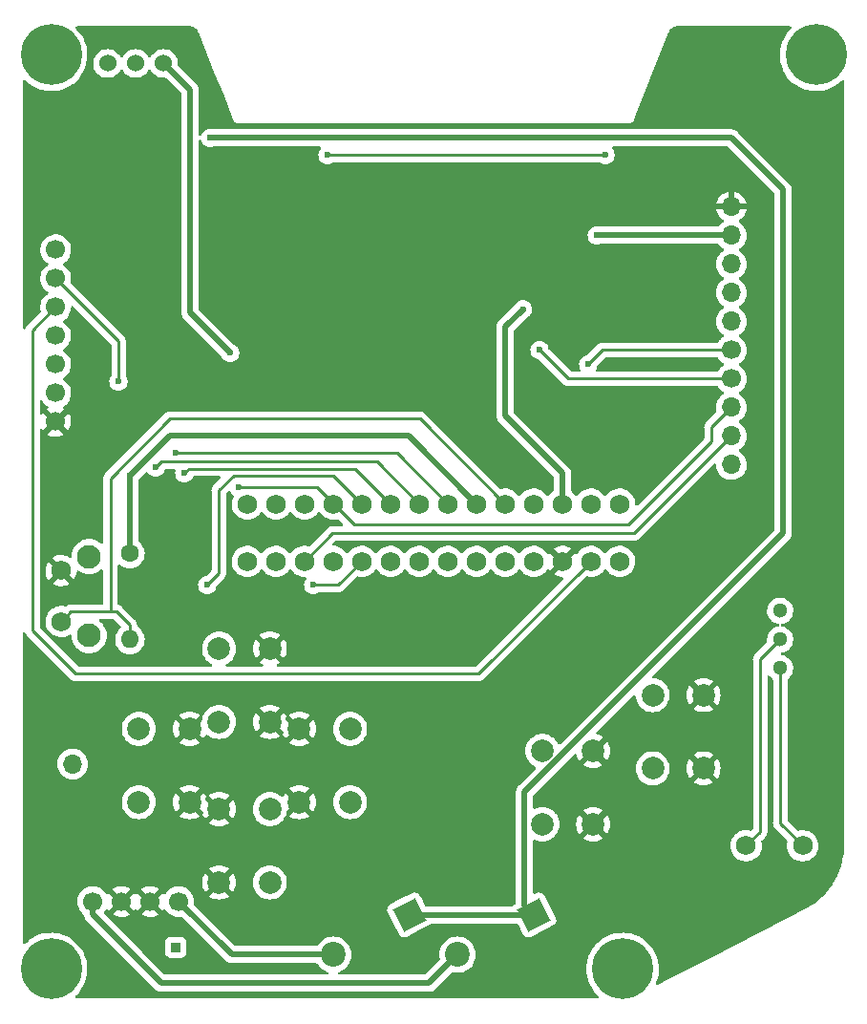
<source format=gbr>
G04 #@! TF.GenerationSoftware,KiCad,Pcbnew,(6.0.4)*
G04 #@! TF.CreationDate,2022-05-01T01:23:01+08:00*
G04 #@! TF.ProjectId,system,73797374-656d-42e6-9b69-6361645f7063,1.0-dev7*
G04 #@! TF.SameCoordinates,Original*
G04 #@! TF.FileFunction,Copper,L1,Top*
G04 #@! TF.FilePolarity,Positive*
%FSLAX46Y46*%
G04 Gerber Fmt 4.6, Leading zero omitted, Abs format (unit mm)*
G04 Created by KiCad (PCBNEW (6.0.4)) date 2022-05-01 01:23:01*
%MOMM*%
%LPD*%
G01*
G04 APERTURE LIST*
G04 Aperture macros list*
%AMHorizOval*
0 Thick line with rounded ends*
0 $1 width*
0 $2 $3 position (X,Y) of the first rounded end (center of the circle)*
0 $4 $5 position (X,Y) of the second rounded end (center of the circle)*
0 Add line between two ends*
20,1,$1,$2,$3,$4,$5,0*
0 Add two circle primitives to create the rounded ends*
1,1,$1,$2,$3*
1,1,$1,$4,$5*%
%AMRotRect*
0 Rectangle, with rotation*
0 The origin of the aperture is its center*
0 $1 length*
0 $2 width*
0 $3 Rotation angle, in degrees counterclockwise*
0 Add horizontal line*
21,1,$1,$2,0,0,$3*%
%AMFreePoly0*
4,1,13,0.422636,0.448037,0.424100,0.444501,0.424100,-0.406399,0.422636,-0.409935,0.419100,-0.411399,-0.419099,-0.411399,-0.422635,-0.409935,-0.424099,-0.406399,-0.424099,0.444501,-0.422635,0.448037,-0.419099,0.449501,0.419100,0.449501,0.422636,0.448037,0.422636,0.448037,$1*%
G04 Aperture macros list end*
G04 #@! TA.AperFunction,ComponentPad*
%ADD10C,1.750000*%
G04 #@! TD*
G04 #@! TA.AperFunction,ComponentPad*
%ADD11C,5.399999*%
G04 #@! TD*
G04 #@! TA.AperFunction,ComponentPad*
%ADD12C,5.400000*%
G04 #@! TD*
G04 #@! TA.AperFunction,ComponentPad*
%ADD13RotRect,2.200000X2.200000X207.500000*%
G04 #@! TD*
G04 #@! TA.AperFunction,ComponentPad*
%ADD14HorizOval,2.200000X0.000000X0.000000X0.000000X0.000000X0*%
G04 #@! TD*
G04 #@! TA.AperFunction,ComponentPad*
%ADD15C,1.524000*%
G04 #@! TD*
G04 #@! TA.AperFunction,ComponentPad*
%ADD16C,1.700000*%
G04 #@! TD*
G04 #@! TA.AperFunction,ComponentPad*
%ADD17C,2.000000*%
G04 #@! TD*
G04 #@! TA.AperFunction,ComponentPad*
%ADD18C,1.300000*%
G04 #@! TD*
G04 #@! TA.AperFunction,SMDPad,CuDef*
%ADD19FreePoly0,0.000000*%
G04 #@! TD*
G04 #@! TA.AperFunction,ComponentPad*
%ADD20C,1.600000*%
G04 #@! TD*
G04 #@! TA.AperFunction,ComponentPad*
%ADD21O,1.600000X1.600000*%
G04 #@! TD*
G04 #@! TA.AperFunction,ComponentPad*
%ADD22C,2.100000*%
G04 #@! TD*
G04 #@! TA.AperFunction,ComponentPad*
%ADD23O,1.700000X1.700000*%
G04 #@! TD*
G04 #@! TA.AperFunction,ViaPad*
%ADD24C,0.600000*%
G04 #@! TD*
G04 #@! TA.AperFunction,Conductor*
%ADD25C,0.254000*%
G04 #@! TD*
G04 #@! TA.AperFunction,Conductor*
%ADD26C,0.508000*%
G04 #@! TD*
G04 APERTURE END LIST*
D10*
X167426000Y-140208000D03*
X172426000Y-140208000D03*
D11*
X105791000Y-70104000D03*
D12*
X173609000Y-70104000D03*
D11*
X105791000Y-151130000D03*
X156464000Y-151130000D03*
D13*
X137569023Y-146341476D03*
D14*
X130810000Y-149860000D03*
D15*
X110794800Y-70866000D03*
X113284000Y-70866000D03*
X115773200Y-70866000D03*
D16*
X106200000Y-102616000D03*
X106200000Y-100076000D03*
X106200000Y-97536000D03*
X106200000Y-94996000D03*
X106200000Y-92456000D03*
X106200000Y-89916000D03*
X106200000Y-87376000D03*
D17*
X159131000Y-126850000D03*
X159131000Y-133350000D03*
X163631000Y-126850000D03*
X163631000Y-133350000D03*
X120686000Y-122734000D03*
X120686000Y-129234000D03*
X125186000Y-129234000D03*
X125186000Y-122734000D03*
X125186000Y-136958000D03*
X125186000Y-143458000D03*
X120686000Y-143458000D03*
X120686000Y-136958000D03*
X113574000Y-129846000D03*
X113574000Y-136346000D03*
X118074000Y-129846000D03*
X118074000Y-136346000D03*
X132298000Y-136346000D03*
X132298000Y-129846000D03*
X127798000Y-136346000D03*
X127798000Y-129846000D03*
X149352000Y-131803000D03*
X149352000Y-138303000D03*
X153852000Y-138303000D03*
X153852000Y-131803000D03*
D13*
X148590000Y-146341476D03*
D14*
X141830977Y-149860000D03*
D18*
X170434000Y-124460000D03*
X170434000Y-121920000D03*
X170434000Y-119380000D03*
D19*
X116840000Y-149225000D03*
D20*
X112776000Y-114300000D03*
D21*
X112776000Y-121920000D03*
D22*
X109170000Y-121584000D03*
X109170000Y-114574000D03*
D10*
X106680000Y-115824000D03*
X106680000Y-120324000D03*
X156210000Y-115000000D03*
X153670000Y-115000000D03*
X151130000Y-115000000D03*
X148590000Y-115000000D03*
X146050000Y-115000000D03*
X143510000Y-115000000D03*
X140970000Y-115000000D03*
X138430000Y-115000000D03*
X135890000Y-115000000D03*
X133350000Y-115000000D03*
X130810000Y-115000000D03*
X128270000Y-115000000D03*
X125730000Y-115000000D03*
X123190000Y-115000000D03*
X123190000Y-109920000D03*
X125730000Y-109920000D03*
X128270000Y-109920000D03*
X130810000Y-109920000D03*
X133350000Y-109920000D03*
X135890000Y-109920000D03*
X138430000Y-109920000D03*
X140970000Y-109920000D03*
X143510000Y-109920000D03*
X146050000Y-109920000D03*
X148590000Y-109920000D03*
X151130000Y-109920000D03*
X153670000Y-109920000D03*
X156210000Y-109920000D03*
D16*
X112014000Y-145161000D03*
X114554000Y-145161000D03*
X117094000Y-145161000D03*
X109474000Y-145161000D03*
D23*
X166116000Y-83566000D03*
X166116000Y-86106000D03*
X166116000Y-88646000D03*
X166116000Y-91186000D03*
X166116000Y-93726000D03*
D16*
X166116000Y-96266000D03*
X166116000Y-98806000D03*
D23*
X166116000Y-101346000D03*
X166116000Y-103886000D03*
X166116000Y-106426000D03*
X107696000Y-132969000D03*
D24*
X137033000Y-121793000D03*
X142494000Y-101092000D03*
X109220000Y-96266000D03*
X165100000Y-110490000D03*
X118872000Y-111506000D03*
X118364000Y-115316000D03*
X156464000Y-103251000D03*
X164084000Y-121920000D03*
X121666000Y-113538000D03*
X162560000Y-97536000D03*
X124460000Y-116840000D03*
X119887994Y-77470000D03*
X116839984Y-105410000D03*
X115062000Y-106680000D03*
X117602000Y-107188000D03*
X119633994Y-117094000D03*
X129032000Y-117094000D03*
X111760000Y-99060000D03*
X121666000Y-96520008D03*
X121666000Y-103886000D03*
X112776000Y-107442000D03*
X154940000Y-78994000D03*
X130301998Y-78994000D03*
X149098000Y-96265998D03*
X153416000Y-97536000D03*
X122428000Y-108458001D03*
X154178000Y-86106000D03*
X147637500Y-92646500D03*
D25*
X168656000Y-138978000D02*
X167426000Y-140208000D01*
X170434000Y-121920000D02*
X168656000Y-123698000D01*
X168656000Y-123698000D02*
X168656000Y-138978000D01*
D26*
X115570000Y-152400000D02*
X109474000Y-146304000D01*
X139290977Y-152400000D02*
X115570000Y-152400000D01*
X141830977Y-149860000D02*
X139290977Y-152400000D01*
X109474000Y-146304000D02*
X109474000Y-145161000D01*
D25*
X111067001Y-107626999D02*
X111067001Y-119449001D01*
X146050000Y-109920000D02*
X138492000Y-102362000D01*
X112776000Y-121920000D02*
X112776000Y-120650000D01*
X138492000Y-102362000D02*
X116332000Y-102362000D01*
X111067001Y-119449001D02*
X107554999Y-119449001D01*
X111575001Y-119449001D02*
X111067001Y-119449001D01*
X112776000Y-120650000D02*
X111575001Y-119449001D01*
X116332000Y-102362000D02*
X111067001Y-107626999D01*
X107554999Y-119449001D02*
X106680000Y-120324000D01*
D26*
X147774437Y-145525913D02*
X147774437Y-135435563D01*
X148590000Y-146341476D02*
X147774437Y-145525913D01*
X170688000Y-112522000D02*
X170688000Y-82042000D01*
X170688000Y-82042000D02*
X166116000Y-77470000D01*
X166116000Y-77470000D02*
X119887994Y-77470000D01*
X148590000Y-146341476D02*
X137569023Y-146341476D01*
X147774437Y-135435563D02*
X170688000Y-112522000D01*
D25*
X140970000Y-109920000D02*
X136460000Y-105410000D01*
X136460000Y-105410000D02*
X116839984Y-105410000D01*
X138430000Y-109920000D02*
X134682000Y-106172000D01*
X115570000Y-106172000D02*
X115062000Y-106680000D01*
X134682000Y-106172000D02*
X115570000Y-106172000D01*
X117983000Y-106807000D02*
X132777000Y-106807000D01*
X132777000Y-106807000D02*
X135890000Y-109920000D01*
X117602000Y-107188000D02*
X117983000Y-106807000D01*
X121991401Y-107370599D02*
X120650000Y-108712000D01*
X120650000Y-116077994D02*
X119633994Y-117094000D01*
X120650000Y-108712000D02*
X120650000Y-116077994D01*
X130800599Y-107370599D02*
X121991401Y-107370599D01*
X133350000Y-109920000D02*
X130800599Y-107370599D01*
X131256000Y-117094000D02*
X129032000Y-117094000D01*
X133350000Y-115000000D02*
X131256000Y-117094000D01*
X106200000Y-89916000D02*
X111760000Y-95476000D01*
X111760000Y-95476000D02*
X111760000Y-99060000D01*
X170434000Y-124460000D02*
X170434000Y-138216000D01*
X170434000Y-138216000D02*
X172426000Y-140208000D01*
D26*
X116332000Y-103886000D02*
X121666000Y-103886000D01*
X118110000Y-73202800D02*
X118110000Y-92964008D01*
X112776000Y-107442000D02*
X116332000Y-103886000D01*
X137476000Y-103886000D02*
X121666000Y-103886000D01*
X112776000Y-114300000D02*
X112776000Y-107442000D01*
X143510000Y-109920000D02*
X137476000Y-103886000D01*
X118110000Y-92964008D02*
X121666000Y-96520008D01*
X115773200Y-70866000D02*
X118110000Y-73202800D01*
X121793000Y-149860000D02*
X117094000Y-145161000D01*
X130810000Y-149860000D02*
X121793000Y-149860000D01*
D25*
X154515736Y-78994000D02*
X130301998Y-78994000D01*
X154940000Y-78994000D02*
X154515736Y-78994000D01*
X130748000Y-112522000D02*
X157480000Y-112522000D01*
X128270000Y-115000000D02*
X130748000Y-112522000D01*
X157480000Y-112522000D02*
X166116000Y-103886000D01*
X151638002Y-98806000D02*
X149098000Y-96265998D01*
X166116000Y-98806000D02*
X151638002Y-98806000D01*
X154686000Y-96266000D02*
X153416000Y-97536000D01*
X166116000Y-96266000D02*
X154686000Y-96266000D01*
X156972000Y-111760000D02*
X164338000Y-104394000D01*
X132650000Y-111760000D02*
X129348001Y-108458001D01*
X129348001Y-108458001D02*
X122428000Y-108458001D01*
X132650000Y-111760000D02*
X130810000Y-109920000D01*
X164338000Y-104394000D02*
X164338000Y-103124000D01*
X132650000Y-111760000D02*
X156972000Y-111760000D01*
X164338000Y-103124000D02*
X166116000Y-101346000D01*
D26*
X151130000Y-107188000D02*
X146050000Y-102108000D01*
X146050000Y-102108000D02*
X146050000Y-94234000D01*
X166116000Y-86106000D02*
X154178000Y-86106000D01*
X151130000Y-109920000D02*
X151130000Y-107188000D01*
X146050000Y-94234000D02*
X147637500Y-92646500D01*
D25*
X104140000Y-121158000D02*
X107950000Y-124968000D01*
X107950000Y-124968000D02*
X143702000Y-124968000D01*
X106200000Y-92456000D02*
X104140000Y-94516000D01*
X104140000Y-94516000D02*
X104140000Y-121158000D01*
X143702000Y-124968000D02*
X153670000Y-115000000D01*
G04 #@! TA.AperFunction,Conductor*
G36*
X118080018Y-67566000D02*
G01*
X118094851Y-67568310D01*
X118094855Y-67568310D01*
X118103724Y-67569691D01*
X118112626Y-67568527D01*
X118112628Y-67568527D01*
X118113740Y-67568381D01*
X118114217Y-67568319D01*
X118143353Y-67567908D01*
X118251186Y-67578924D01*
X118276269Y-67584104D01*
X118399335Y-67622906D01*
X118422853Y-67633051D01*
X118535540Y-67695945D01*
X118556519Y-67710634D01*
X118654156Y-67795011D01*
X118671732Y-67813641D01*
X118750286Y-67916014D01*
X118763733Y-67937814D01*
X118808027Y-68029306D01*
X118813083Y-68044422D01*
X118813850Y-68044154D01*
X118816817Y-68052626D01*
X118818552Y-68061430D01*
X118822687Y-68069391D01*
X118822688Y-68069393D01*
X118837956Y-68098786D01*
X118843106Y-68110014D01*
X120339684Y-71846136D01*
X121030544Y-73570828D01*
X121943699Y-75850469D01*
X121947882Y-75862692D01*
X121959051Y-75901771D01*
X121963840Y-75909361D01*
X121991207Y-75952736D01*
X121993778Y-75956997D01*
X122023892Y-76009198D01*
X122029941Y-76014982D01*
X122032312Y-76017883D01*
X122036776Y-76024958D01*
X122043505Y-76030901D01*
X122043506Y-76030902D01*
X122081921Y-76064830D01*
X122085594Y-76068206D01*
X122122671Y-76103662D01*
X122122676Y-76103666D01*
X122129162Y-76109868D01*
X122136588Y-76113721D01*
X122139683Y-76115843D01*
X122145951Y-76121378D01*
X122154073Y-76125191D01*
X122154077Y-76125194D01*
X122200500Y-76146989D01*
X122204939Y-76149181D01*
X122258455Y-76176945D01*
X122266666Y-76178559D01*
X122270227Y-76179725D01*
X122277800Y-76183281D01*
X122286663Y-76184661D01*
X122286666Y-76184662D01*
X122337326Y-76192550D01*
X122342242Y-76193416D01*
X122392566Y-76203308D01*
X122392567Y-76203308D01*
X122401378Y-76205040D01*
X122445776Y-76201015D01*
X122457152Y-76200500D01*
X138601042Y-76200500D01*
X156939027Y-76200499D01*
X156951933Y-76201162D01*
X156983422Y-76204405D01*
X156983426Y-76204405D01*
X156992352Y-76205324D01*
X157001177Y-76203701D01*
X157001181Y-76203701D01*
X157051605Y-76194428D01*
X157056530Y-76193623D01*
X157107295Y-76186353D01*
X157107299Y-76186352D01*
X157116187Y-76185079D01*
X157123803Y-76181616D01*
X157127379Y-76180492D01*
X157135608Y-76178979D01*
X157189406Y-76151897D01*
X157193904Y-76149743D01*
X157240614Y-76128505D01*
X157240615Y-76128504D01*
X157248782Y-76124791D01*
X157255120Y-76119330D01*
X157258243Y-76117245D01*
X157265710Y-76113486D01*
X157309764Y-76072375D01*
X157313477Y-76069046D01*
X157352328Y-76035571D01*
X157352330Y-76035568D01*
X157359127Y-76029712D01*
X157363678Y-76022690D01*
X157366086Y-76019817D01*
X157372202Y-76014110D01*
X157402952Y-75962280D01*
X157405556Y-75958082D01*
X157438352Y-75907484D01*
X157451130Y-75864755D01*
X157454876Y-75854023D01*
X157723468Y-75183500D01*
X160198429Y-69004899D01*
X160554032Y-68117156D01*
X160560635Y-68103212D01*
X160572824Y-68081086D01*
X160577155Y-68073224D01*
X160579106Y-68064460D01*
X160579455Y-68062894D01*
X160589036Y-68035371D01*
X160636264Y-67937819D01*
X160649710Y-67916020D01*
X160728270Y-67813639D01*
X160745846Y-67795009D01*
X160843482Y-67710633D01*
X160864461Y-67695943D01*
X160877648Y-67688583D01*
X160977149Y-67633049D01*
X161000665Y-67622906D01*
X161123731Y-67584104D01*
X161148814Y-67578924D01*
X161249934Y-67568594D01*
X161265869Y-67569012D01*
X161265879Y-67568200D01*
X161274852Y-67568310D01*
X161283724Y-67569691D01*
X161292626Y-67568527D01*
X161292628Y-67568527D01*
X161308761Y-67566417D01*
X161315286Y-67565564D01*
X161331621Y-67564500D01*
X171303526Y-67564500D01*
X171371647Y-67584502D01*
X171418140Y-67638158D01*
X171428244Y-67708432D01*
X171398750Y-67773012D01*
X171386524Y-67785301D01*
X171360593Y-67808002D01*
X171358218Y-67810603D01*
X171126414Y-68064460D01*
X171118672Y-68072938D01*
X170907792Y-68363190D01*
X170730580Y-68675140D01*
X170589245Y-69004899D01*
X170485549Y-69348358D01*
X170476893Y-69395523D01*
X170426965Y-69667560D01*
X170420784Y-69701235D01*
X170395757Y-70059132D01*
X170410781Y-70417588D01*
X170465668Y-70772136D01*
X170559734Y-71118356D01*
X170691806Y-71451933D01*
X170693461Y-71455045D01*
X170693463Y-71455050D01*
X170719318Y-71503676D01*
X170860239Y-71768709D01*
X170862224Y-71771607D01*
X170862230Y-71771618D01*
X171060942Y-72061829D01*
X171060947Y-72061835D01*
X171062933Y-72064736D01*
X171297361Y-72336324D01*
X171560602Y-72580087D01*
X171849375Y-72792989D01*
X171852412Y-72794743D01*
X171852415Y-72794744D01*
X172160080Y-72972375D01*
X172163301Y-72973782D01*
X172485622Y-73114601D01*
X172485632Y-73114605D01*
X172488844Y-73116008D01*
X172492201Y-73117047D01*
X172492206Y-73117049D01*
X172634735Y-73161169D01*
X172831570Y-73222100D01*
X173183987Y-73289327D01*
X173380558Y-73304452D01*
X173538203Y-73316582D01*
X173538204Y-73316582D01*
X173541700Y-73316851D01*
X173759001Y-73309263D01*
X173896738Y-73304453D01*
X173896743Y-73304453D01*
X173900253Y-73304330D01*
X173903741Y-73303815D01*
X174251683Y-73252436D01*
X174251689Y-73252435D01*
X174255175Y-73251920D01*
X174258579Y-73251021D01*
X174258582Y-73251020D01*
X174598652Y-73161169D01*
X174598653Y-73161169D01*
X174602043Y-73160273D01*
X174936534Y-73030533D01*
X175254478Y-72864316D01*
X175464291Y-72722795D01*
X175548997Y-72665660D01*
X175548999Y-72665659D01*
X175551913Y-72663693D01*
X175825131Y-72431167D01*
X175827526Y-72428617D01*
X175827534Y-72428609D01*
X175898650Y-72352877D01*
X175959863Y-72316912D01*
X176030802Y-72319749D01*
X176088947Y-72360490D01*
X176115835Y-72426198D01*
X176116500Y-72439130D01*
X176116500Y-140158633D01*
X176115000Y-140178018D01*
X176112690Y-140192851D01*
X176112690Y-140192855D01*
X176111309Y-140201724D01*
X176112473Y-140210625D01*
X176112473Y-140210629D01*
X176114164Y-140223556D01*
X176115141Y-140244573D01*
X176099600Y-140662767D01*
X176098906Y-140672099D01*
X176070833Y-140922997D01*
X176048820Y-141119727D01*
X176047435Y-141128973D01*
X175965220Y-141566563D01*
X175964268Y-141571628D01*
X175962203Y-141580744D01*
X175859950Y-141965115D01*
X175846406Y-142016027D01*
X175843668Y-142024969D01*
X175717566Y-142388031D01*
X175695885Y-142450452D01*
X175692493Y-142459160D01*
X175606248Y-142658365D01*
X175513540Y-142872498D01*
X175509507Y-142880939D01*
X175382929Y-143122382D01*
X175300377Y-143279846D01*
X175295730Y-143287962D01*
X175118531Y-143572394D01*
X175057558Y-143670264D01*
X175052322Y-143678011D01*
X174786434Y-144041582D01*
X174780647Y-144048907D01*
X174679275Y-144167870D01*
X174488516Y-144391731D01*
X174482192Y-144398618D01*
X174165410Y-144718827D01*
X174158595Y-144725222D01*
X173818936Y-145021025D01*
X173811656Y-145026904D01*
X173450973Y-145296687D01*
X173443291Y-145302000D01*
X173115477Y-145511156D01*
X173096824Y-145523057D01*
X173075356Y-145534019D01*
X173070771Y-145535831D01*
X173062420Y-145539131D01*
X173050833Y-145548139D01*
X173050151Y-145548669D01*
X173031004Y-145560953D01*
X164225753Y-150145370D01*
X160386318Y-152144356D01*
X159584594Y-152561770D01*
X159514935Y-152575487D01*
X159448919Y-152549366D01*
X159407504Y-152491700D01*
X159403840Y-152420798D01*
X159411300Y-152398761D01*
X159466682Y-152274372D01*
X159468114Y-152271156D01*
X159576595Y-151929179D01*
X159646281Y-151577240D01*
X159661785Y-151392611D01*
X159676119Y-151221912D01*
X159676120Y-151221901D01*
X159676302Y-151219728D01*
X159677555Y-151130000D01*
X159670517Y-151004106D01*
X159667261Y-150945875D01*
X159657528Y-150771788D01*
X159632324Y-150622773D01*
X159598285Y-150421523D01*
X159598284Y-150421519D01*
X159597696Y-150418042D01*
X159498805Y-150073169D01*
X159408911Y-149855070D01*
X159363426Y-149744714D01*
X159363422Y-149744706D01*
X159362088Y-149741469D01*
X159189249Y-149427075D01*
X158982442Y-149133907D01*
X158744245Y-148865619D01*
X158477626Y-148625555D01*
X158474776Y-148623514D01*
X158474769Y-148623509D01*
X158188763Y-148418749D01*
X158188760Y-148418747D01*
X158185909Y-148416706D01*
X157872730Y-148241676D01*
X157541992Y-148102647D01*
X157538623Y-148101656D01*
X157538619Y-148101654D01*
X157386754Y-148056958D01*
X157197818Y-148001351D01*
X156914904Y-147951465D01*
X156847958Y-147939661D01*
X156847956Y-147939661D01*
X156844498Y-147939051D01*
X156840987Y-147938830D01*
X156840986Y-147938830D01*
X156489953Y-147916744D01*
X156489947Y-147916744D01*
X156486435Y-147916523D01*
X156385046Y-147921482D01*
X156131599Y-147933877D01*
X156131591Y-147933878D01*
X156128092Y-147934049D01*
X156124624Y-147934611D01*
X156124621Y-147934611D01*
X155777411Y-147990847D01*
X155777408Y-147990848D01*
X155773936Y-147991410D01*
X155770549Y-147992356D01*
X155770543Y-147992357D01*
X155431776Y-148086943D01*
X155428381Y-148087891D01*
X155425118Y-148089209D01*
X155425116Y-148089210D01*
X155098992Y-148220973D01*
X155095735Y-148222289D01*
X154780142Y-148392929D01*
X154485538Y-148597684D01*
X154482896Y-148599997D01*
X154482892Y-148600000D01*
X154272481Y-148784201D01*
X154215593Y-148834003D01*
X153973673Y-149098939D01*
X153762793Y-149389191D01*
X153585581Y-149701140D01*
X153444246Y-150030899D01*
X153411262Y-150140147D01*
X153343930Y-150363164D01*
X153340550Y-150374358D01*
X153331937Y-150421288D01*
X153295001Y-150622537D01*
X153275785Y-150727235D01*
X153250758Y-151085132D01*
X153265782Y-151443588D01*
X153287009Y-151580704D01*
X153295356Y-151634621D01*
X153320669Y-151798136D01*
X153414735Y-152144356D01*
X153416028Y-152147621D01*
X153540584Y-152462214D01*
X153546807Y-152477932D01*
X153548462Y-152481044D01*
X153548464Y-152481049D01*
X153598678Y-152575487D01*
X153715240Y-152794708D01*
X153717225Y-152797606D01*
X153717231Y-152797617D01*
X153915943Y-153087828D01*
X153915948Y-153087834D01*
X153917934Y-153090735D01*
X154152362Y-153362323D01*
X154154932Y-153364703D01*
X154154936Y-153364707D01*
X154299906Y-153498950D01*
X154336298Y-153559910D01*
X154333955Y-153630868D01*
X154293622Y-153689295D01*
X154228103Y-153716641D01*
X154214296Y-153717400D01*
X108043814Y-153717400D01*
X107975693Y-153697398D01*
X107929200Y-153643742D01*
X107919096Y-153573468D01*
X107948590Y-153508888D01*
X107962151Y-153495446D01*
X108007130Y-153457166D01*
X108096194Y-153362323D01*
X108250315Y-153198201D01*
X108250319Y-153198196D01*
X108252726Y-153195633D01*
X108254831Y-153192819D01*
X108254837Y-153192812D01*
X108465529Y-152911173D01*
X108467638Y-152908354D01*
X108649188Y-152598909D01*
X108795114Y-152271156D01*
X108903595Y-151929179D01*
X108973281Y-151577240D01*
X108988785Y-151392611D01*
X109003119Y-151221912D01*
X109003120Y-151221901D01*
X109003302Y-151219728D01*
X109004555Y-151130000D01*
X108997517Y-151004106D01*
X108994261Y-150945875D01*
X108984528Y-150771788D01*
X108959324Y-150622773D01*
X108925285Y-150421523D01*
X108925284Y-150421519D01*
X108924696Y-150418042D01*
X108825805Y-150073169D01*
X108735911Y-149855070D01*
X108690426Y-149744714D01*
X108690422Y-149744706D01*
X108689088Y-149741469D01*
X108516249Y-149427075D01*
X108309442Y-149133907D01*
X108071245Y-148865619D01*
X107804626Y-148625555D01*
X107801776Y-148623514D01*
X107801769Y-148623509D01*
X107515763Y-148418749D01*
X107515760Y-148418747D01*
X107512909Y-148416706D01*
X107199730Y-148241676D01*
X106868992Y-148102647D01*
X106865623Y-148101656D01*
X106865619Y-148101654D01*
X106713754Y-148056958D01*
X106524818Y-148001351D01*
X106241904Y-147951465D01*
X106174958Y-147939661D01*
X106174956Y-147939661D01*
X106171498Y-147939051D01*
X106167987Y-147938830D01*
X106167986Y-147938830D01*
X105816953Y-147916744D01*
X105816947Y-147916744D01*
X105813435Y-147916523D01*
X105712046Y-147921482D01*
X105458599Y-147933877D01*
X105458591Y-147933878D01*
X105455092Y-147934049D01*
X105451624Y-147934611D01*
X105451621Y-147934611D01*
X105104411Y-147990847D01*
X105104408Y-147990848D01*
X105100936Y-147991410D01*
X105097549Y-147992356D01*
X105097543Y-147992357D01*
X104758776Y-148086943D01*
X104755381Y-148087891D01*
X104752118Y-148089209D01*
X104752116Y-148089210D01*
X104425992Y-148220973D01*
X104422735Y-148222289D01*
X104107142Y-148392929D01*
X103812538Y-148597684D01*
X103809896Y-148599997D01*
X103809892Y-148600000D01*
X103599481Y-148784201D01*
X103542593Y-148834003D01*
X103540218Y-148836604D01*
X103502545Y-148877861D01*
X103441841Y-148914678D01*
X103370868Y-148912831D01*
X103312161Y-148872906D01*
X103284358Y-148807579D01*
X103283500Y-148792899D01*
X103283500Y-145127695D01*
X108111251Y-145127695D01*
X108111548Y-145132848D01*
X108111548Y-145132851D01*
X108121156Y-145299485D01*
X108124110Y-145350715D01*
X108125247Y-145355761D01*
X108125248Y-145355767D01*
X108125614Y-145357389D01*
X108173222Y-145568639D01*
X108257266Y-145775616D01*
X108294072Y-145835678D01*
X108371288Y-145961683D01*
X108373987Y-145966088D01*
X108520250Y-146134938D01*
X108575577Y-146180871D01*
X108666251Y-146256150D01*
X108705886Y-146315052D01*
X108711500Y-146345495D01*
X108711500Y-146348525D01*
X108714811Y-146376924D01*
X108715238Y-146381244D01*
X108721191Y-146454426D01*
X108723447Y-146461388D01*
X108724643Y-146467376D01*
X108726051Y-146473333D01*
X108726899Y-146480607D01*
X108729397Y-146487489D01*
X108729398Y-146487493D01*
X108751945Y-146549607D01*
X108753355Y-146553711D01*
X108775987Y-146623575D01*
X108779787Y-146629838D01*
X108782325Y-146635380D01*
X108785067Y-146640856D01*
X108787566Y-146647741D01*
X108791581Y-146653865D01*
X108827815Y-146709132D01*
X108830130Y-146712800D01*
X108868227Y-146775581D01*
X108871941Y-146779786D01*
X108871943Y-146779789D01*
X108875667Y-146784005D01*
X108875638Y-146784031D01*
X108878238Y-146786962D01*
X108881042Y-146790316D01*
X108885054Y-146796435D01*
X108890366Y-146801467D01*
X108941586Y-146849988D01*
X108944028Y-146852366D01*
X114983190Y-152891528D01*
X114995577Y-152905941D01*
X115008546Y-152923564D01*
X115014129Y-152928307D01*
X115049055Y-152957979D01*
X115056571Y-152964909D01*
X115062315Y-152970653D01*
X115065189Y-152972927D01*
X115065196Y-152972933D01*
X115084711Y-152988372D01*
X115088115Y-152991163D01*
X115138472Y-153033945D01*
X115138476Y-153033948D01*
X115144051Y-153038684D01*
X115150568Y-153042012D01*
X115155632Y-153045389D01*
X115160856Y-153048616D01*
X115166600Y-153053160D01*
X115233104Y-153084242D01*
X115237001Y-153086147D01*
X115302404Y-153119543D01*
X115309518Y-153121284D01*
X115315252Y-153123416D01*
X115321048Y-153125344D01*
X115327680Y-153128444D01*
X115399555Y-153143394D01*
X115403839Y-153144364D01*
X115475112Y-153161804D01*
X115480714Y-153162152D01*
X115480717Y-153162152D01*
X115486330Y-153162500D01*
X115486328Y-153162537D01*
X115490227Y-153162773D01*
X115494598Y-153163163D01*
X115501757Y-153164652D01*
X115579577Y-153162546D01*
X115582986Y-153162500D01*
X139223601Y-153162500D01*
X139242551Y-153163933D01*
X139256950Y-153166124D01*
X139256956Y-153166124D01*
X139264185Y-153167224D01*
X139271477Y-153166631D01*
X139271480Y-153166631D01*
X139317160Y-153162915D01*
X139327375Y-153162500D01*
X139335502Y-153162500D01*
X139339138Y-153162076D01*
X139339140Y-153162076D01*
X139342592Y-153161673D01*
X139363901Y-153159189D01*
X139368221Y-153158762D01*
X139441403Y-153152809D01*
X139448365Y-153150553D01*
X139454353Y-153149357D01*
X139460310Y-153147949D01*
X139467584Y-153147101D01*
X139474466Y-153144603D01*
X139474470Y-153144602D01*
X139536584Y-153122055D01*
X139540688Y-153120645D01*
X139610552Y-153098013D01*
X139616815Y-153094213D01*
X139622357Y-153091675D01*
X139627833Y-153088933D01*
X139634718Y-153086434D01*
X139696109Y-153046185D01*
X139699777Y-153043870D01*
X139762558Y-153005773D01*
X139766763Y-153002059D01*
X139766766Y-153002057D01*
X139770982Y-152998333D01*
X139771008Y-152998362D01*
X139773939Y-152995762D01*
X139777293Y-152992958D01*
X139783412Y-152988946D01*
X139836966Y-152932413D01*
X139839343Y-152929972D01*
X141316701Y-151452614D01*
X141379013Y-151418588D01*
X141435208Y-151419190D01*
X141502479Y-151435340D01*
X141573761Y-151452454D01*
X141573767Y-151452455D01*
X141578574Y-151453609D01*
X141830977Y-151473474D01*
X142083380Y-151453609D01*
X142088187Y-151452455D01*
X142088193Y-151452454D01*
X142255104Y-151412382D01*
X142329568Y-151394505D01*
X142334141Y-151392611D01*
X142558905Y-151299511D01*
X142558909Y-151299509D01*
X142563479Y-151297616D01*
X142779353Y-151165328D01*
X142971875Y-151000898D01*
X143136305Y-150808376D01*
X143268593Y-150592502D01*
X143272636Y-150582743D01*
X143363588Y-150363164D01*
X143363589Y-150363162D01*
X143365482Y-150358591D01*
X143415529Y-150150128D01*
X143423431Y-150117216D01*
X143423432Y-150117210D01*
X143424586Y-150112403D01*
X143444451Y-149860000D01*
X143424586Y-149607597D01*
X143365482Y-149361409D01*
X143268593Y-149127498D01*
X143136305Y-148911624D01*
X142971875Y-148719102D01*
X142779353Y-148554672D01*
X142563479Y-148422384D01*
X142558909Y-148420491D01*
X142558905Y-148420489D01*
X142334141Y-148327389D01*
X142334139Y-148327388D01*
X142329568Y-148325495D01*
X142227005Y-148300872D01*
X142088193Y-148267546D01*
X142088187Y-148267545D01*
X142083380Y-148266391D01*
X141830977Y-148246526D01*
X141578574Y-148266391D01*
X141573767Y-148267545D01*
X141573761Y-148267546D01*
X141434949Y-148300872D01*
X141332386Y-148325495D01*
X141327815Y-148327388D01*
X141327813Y-148327389D01*
X141103049Y-148420489D01*
X141103045Y-148420491D01*
X141098475Y-148422384D01*
X140882601Y-148554672D01*
X140690079Y-148719102D01*
X140525649Y-148911624D01*
X140393361Y-149127498D01*
X140296472Y-149361409D01*
X140237368Y-149607597D01*
X140217503Y-149860000D01*
X140237368Y-150112403D01*
X140238522Y-150117210D01*
X140238523Y-150117216D01*
X140271787Y-150255767D01*
X140268240Y-150326675D01*
X140238363Y-150374276D01*
X139012044Y-151600595D01*
X138949732Y-151634621D01*
X138922949Y-151637500D01*
X131355006Y-151637500D01*
X131286885Y-151617498D01*
X131240392Y-151563842D01*
X131230288Y-151493568D01*
X131259782Y-151428988D01*
X131309279Y-151396166D01*
X131308591Y-151394505D01*
X131537928Y-151299511D01*
X131537932Y-151299509D01*
X131542502Y-151297616D01*
X131758376Y-151165328D01*
X131950898Y-151000898D01*
X132115328Y-150808376D01*
X132247616Y-150592502D01*
X132251659Y-150582743D01*
X132342611Y-150363164D01*
X132342612Y-150363162D01*
X132344505Y-150358591D01*
X132394552Y-150150128D01*
X132402454Y-150117216D01*
X132402455Y-150117210D01*
X132403609Y-150112403D01*
X132423474Y-149860000D01*
X132403609Y-149607597D01*
X132344505Y-149361409D01*
X132247616Y-149127498D01*
X132115328Y-148911624D01*
X131950898Y-148719102D01*
X131758376Y-148554672D01*
X131542502Y-148422384D01*
X131537932Y-148420491D01*
X131537928Y-148420489D01*
X131313164Y-148327389D01*
X131313162Y-148327388D01*
X131308591Y-148325495D01*
X131206028Y-148300872D01*
X131067216Y-148267546D01*
X131067210Y-148267545D01*
X131062403Y-148266391D01*
X130810000Y-148246526D01*
X130557597Y-148266391D01*
X130552790Y-148267545D01*
X130552784Y-148267546D01*
X130413972Y-148300872D01*
X130311409Y-148325495D01*
X130306838Y-148327388D01*
X130306836Y-148327389D01*
X130082072Y-148420489D01*
X130082068Y-148420491D01*
X130077498Y-148422384D01*
X129861624Y-148554672D01*
X129669102Y-148719102D01*
X129504672Y-148911624D01*
X129502090Y-148915838D01*
X129427636Y-149037335D01*
X129374988Y-149084966D01*
X129320203Y-149097500D01*
X122161028Y-149097500D01*
X122092907Y-149077498D01*
X122071933Y-149060595D01*
X118474268Y-145462930D01*
X118440242Y-145400618D01*
X118438441Y-145357389D01*
X118455092Y-145230911D01*
X118455092Y-145230907D01*
X118455529Y-145227590D01*
X118455611Y-145224240D01*
X118457074Y-145164365D01*
X118457074Y-145164361D01*
X118457156Y-145161000D01*
X118438852Y-144938361D01*
X118384431Y-144721702D01*
X118370938Y-144690670D01*
X119818160Y-144690670D01*
X119823887Y-144698320D01*
X119995042Y-144803205D01*
X120003837Y-144807687D01*
X120213988Y-144894734D01*
X120223373Y-144897783D01*
X120444554Y-144950885D01*
X120454301Y-144952428D01*
X120681070Y-144970275D01*
X120690930Y-144970275D01*
X120917699Y-144952428D01*
X120927446Y-144950885D01*
X121148627Y-144897783D01*
X121158012Y-144894734D01*
X121368163Y-144807687D01*
X121376958Y-144803205D01*
X121544445Y-144700568D01*
X121553907Y-144690110D01*
X121550124Y-144681334D01*
X120698812Y-143830022D01*
X120684868Y-143822408D01*
X120683035Y-143822539D01*
X120676420Y-143826790D01*
X119824920Y-144678290D01*
X119818160Y-144690670D01*
X118370938Y-144690670D01*
X118295354Y-144516840D01*
X118209785Y-144384570D01*
X118176822Y-144333617D01*
X118176820Y-144333614D01*
X118174014Y-144329277D01*
X118023670Y-144164051D01*
X118019619Y-144160852D01*
X118019615Y-144160848D01*
X117852414Y-144028800D01*
X117852410Y-144028798D01*
X117848359Y-144025598D01*
X117652789Y-143917638D01*
X117647920Y-143915914D01*
X117647916Y-143915912D01*
X117447087Y-143844795D01*
X117447083Y-143844794D01*
X117442212Y-143843069D01*
X117437119Y-143842162D01*
X117437116Y-143842161D01*
X117227373Y-143804800D01*
X117227367Y-143804799D01*
X117222284Y-143803894D01*
X117148452Y-143802992D01*
X117004081Y-143801228D01*
X117004079Y-143801228D01*
X116998911Y-143801165D01*
X116778091Y-143834955D01*
X116565756Y-143904357D01*
X116367607Y-144007507D01*
X116363474Y-144010610D01*
X116363471Y-144010612D01*
X116193100Y-144138530D01*
X116188965Y-144141635D01*
X116034629Y-144303138D01*
X116031715Y-144307410D01*
X116031714Y-144307411D01*
X116001860Y-144351175D01*
X115953662Y-144421832D01*
X115926898Y-144461066D01*
X115871987Y-144506069D01*
X115801462Y-144514240D01*
X115737715Y-144482986D01*
X115717017Y-144458501D01*
X115687062Y-144412197D01*
X115676377Y-144402995D01*
X115666812Y-144407398D01*
X114926022Y-145148188D01*
X114918408Y-145162132D01*
X114918539Y-145163965D01*
X114922790Y-145170580D01*
X115664474Y-145912264D01*
X115676484Y-145918823D01*
X115688223Y-145909855D01*
X115722022Y-145862819D01*
X115723277Y-145863721D01*
X115770391Y-145820355D01*
X115840330Y-145808148D01*
X115905767Y-145835691D01*
X115933580Y-145867513D01*
X115991287Y-145961683D01*
X115991291Y-145961688D01*
X115993987Y-145966088D01*
X116140250Y-146134938D01*
X116312126Y-146277632D01*
X116505000Y-146390338D01*
X116713692Y-146470030D01*
X116718760Y-146471061D01*
X116718763Y-146471062D01*
X116799525Y-146487493D01*
X116932597Y-146514567D01*
X116937772Y-146514757D01*
X116937774Y-146514757D01*
X117150673Y-146522564D01*
X117150677Y-146522564D01*
X117155837Y-146522753D01*
X117160957Y-146522097D01*
X117160959Y-146522097D01*
X117290893Y-146505452D01*
X117361003Y-146516637D01*
X117395998Y-146541336D01*
X121206190Y-150351528D01*
X121218577Y-150365941D01*
X121231546Y-150383564D01*
X121237129Y-150388307D01*
X121272055Y-150417979D01*
X121279571Y-150424909D01*
X121285315Y-150430653D01*
X121288191Y-150432928D01*
X121288195Y-150432932D01*
X121307725Y-150448384D01*
X121311124Y-150451171D01*
X121336002Y-150472306D01*
X121367051Y-150498684D01*
X121373570Y-150502013D01*
X121378688Y-150505426D01*
X121383865Y-150508623D01*
X121389600Y-150513161D01*
X121396226Y-150516258D01*
X121396228Y-150516259D01*
X121456101Y-150544241D01*
X121460053Y-150546173D01*
X121518882Y-150576213D01*
X121518884Y-150576214D01*
X121525404Y-150579543D01*
X121532520Y-150581284D01*
X121538264Y-150583420D01*
X121544046Y-150585344D01*
X121550680Y-150588444D01*
X121622555Y-150603394D01*
X121626839Y-150604364D01*
X121698112Y-150621804D01*
X121703714Y-150622152D01*
X121703717Y-150622152D01*
X121709330Y-150622500D01*
X121709328Y-150622537D01*
X121713227Y-150622773D01*
X121717598Y-150623163D01*
X121724757Y-150624652D01*
X121802577Y-150622546D01*
X121805986Y-150622500D01*
X129320203Y-150622500D01*
X129388324Y-150642502D01*
X129427636Y-150682665D01*
X129504672Y-150808376D01*
X129669102Y-151000898D01*
X129861624Y-151165328D01*
X130077498Y-151297616D01*
X130082068Y-151299509D01*
X130082072Y-151299511D01*
X130311409Y-151394505D01*
X130310675Y-151396276D01*
X130362543Y-151431749D01*
X130390174Y-151497148D01*
X130378061Y-151567103D01*
X130330051Y-151619406D01*
X130264994Y-151637500D01*
X115938028Y-151637500D01*
X115869907Y-151617498D01*
X115848933Y-151600595D01*
X113878742Y-149630404D01*
X115902172Y-149630404D01*
X115903793Y-149630404D01*
X115906053Y-149648408D01*
X115904697Y-149686252D01*
X115940841Y-149827937D01*
X115941253Y-149828932D01*
X115941274Y-149828982D01*
X115942447Y-149831814D01*
X115995099Y-149928236D01*
X116094742Y-150035251D01*
X116220499Y-150109858D01*
X116224326Y-150111443D01*
X116227553Y-150112391D01*
X116227554Y-150112391D01*
X116322068Y-150140147D01*
X116322070Y-150140147D01*
X116329625Y-150142366D01*
X116377683Y-150144088D01*
X116402334Y-150144972D01*
X116421896Y-150147430D01*
X116421896Y-150150128D01*
X117258105Y-150150128D01*
X117258105Y-150148505D01*
X117276112Y-150146244D01*
X117281731Y-150146445D01*
X117304982Y-150147277D01*
X117304984Y-150147277D01*
X117313993Y-150147599D01*
X117322727Y-150145370D01*
X117322729Y-150145370D01*
X117451317Y-150112555D01*
X117455675Y-150111443D01*
X117459502Y-150109858D01*
X117520505Y-150076549D01*
X117549010Y-150060985D01*
X117549012Y-150060984D01*
X117555925Y-150057209D01*
X117662943Y-149957569D01*
X117737554Y-149831814D01*
X117738727Y-149828982D01*
X117738748Y-149828932D01*
X117739160Y-149827937D01*
X117770067Y-149722675D01*
X117772673Y-149649966D01*
X117775131Y-149630404D01*
X117777829Y-149630404D01*
X117777829Y-148781494D01*
X117776206Y-148781494D01*
X117773945Y-148763487D01*
X117774978Y-148734617D01*
X117774978Y-148734615D01*
X117775300Y-148725606D01*
X117768025Y-148697096D01*
X117740255Y-148588278D01*
X117739144Y-148583924D01*
X117737559Y-148580097D01*
X117684910Y-148483674D01*
X117585270Y-148376656D01*
X117502232Y-148327389D01*
X117463387Y-148304342D01*
X117463384Y-148304341D01*
X117459515Y-148302045D01*
X117456683Y-148300872D01*
X117456633Y-148300851D01*
X117455638Y-148300439D01*
X117417799Y-148289329D01*
X117357935Y-148271751D01*
X117357931Y-148271750D01*
X117350376Y-148269532D01*
X117306050Y-148267943D01*
X117277667Y-148266926D01*
X117258105Y-148264468D01*
X117258105Y-148261770D01*
X116421896Y-148261770D01*
X116421896Y-148263391D01*
X116403892Y-148265651D01*
X116366048Y-148264295D01*
X116224363Y-148300439D01*
X116223368Y-148300851D01*
X116223318Y-148300872D01*
X116220486Y-148302045D01*
X116158996Y-148335622D01*
X116130984Y-148350918D01*
X116130982Y-148350919D01*
X116124064Y-148354697D01*
X116118295Y-148360068D01*
X116118293Y-148360070D01*
X116059310Y-148414990D01*
X116017049Y-148454340D01*
X115942442Y-148580097D01*
X115940857Y-148583924D01*
X115909934Y-148689223D01*
X115909652Y-148697096D01*
X115907328Y-148761932D01*
X115904870Y-148781494D01*
X115902172Y-148781494D01*
X115902172Y-149630404D01*
X113878742Y-149630404D01*
X110534191Y-146285853D01*
X111253977Y-146285853D01*
X111259258Y-146292907D01*
X111420756Y-146387279D01*
X111430042Y-146391729D01*
X111629001Y-146467703D01*
X111638899Y-146470579D01*
X111847595Y-146513038D01*
X111857823Y-146514257D01*
X112070650Y-146522062D01*
X112080936Y-146521595D01*
X112292185Y-146494534D01*
X112302262Y-146492392D01*
X112506255Y-146431191D01*
X112515842Y-146427433D01*
X112707098Y-146333738D01*
X112715944Y-146328465D01*
X112763247Y-146294723D01*
X112770211Y-146285853D01*
X113793977Y-146285853D01*
X113799258Y-146292907D01*
X113960756Y-146387279D01*
X113970042Y-146391729D01*
X114169001Y-146467703D01*
X114178899Y-146470579D01*
X114387595Y-146513038D01*
X114397823Y-146514257D01*
X114610650Y-146522062D01*
X114620936Y-146521595D01*
X114832185Y-146494534D01*
X114842262Y-146492392D01*
X115046255Y-146431191D01*
X115055842Y-146427433D01*
X115247098Y-146333738D01*
X115255944Y-146328465D01*
X115303247Y-146294723D01*
X115311648Y-146284023D01*
X115304660Y-146270870D01*
X114566812Y-145533022D01*
X114552868Y-145525408D01*
X114551035Y-145525539D01*
X114544420Y-145529790D01*
X113800737Y-146273473D01*
X113793977Y-146285853D01*
X112770211Y-146285853D01*
X112771648Y-146284023D01*
X112764660Y-146270870D01*
X112026812Y-145533022D01*
X112012868Y-145525408D01*
X112011035Y-145525539D01*
X112004420Y-145529790D01*
X111260737Y-146273473D01*
X111253977Y-146285853D01*
X110534191Y-146285853D01*
X110491521Y-146243183D01*
X110457495Y-146180871D01*
X110462560Y-146110056D01*
X110491677Y-146064837D01*
X110512096Y-146044489D01*
X110533377Y-146014874D01*
X110642453Y-145863077D01*
X110643640Y-145863930D01*
X110690960Y-145820362D01*
X110760897Y-145808145D01*
X110826338Y-145835678D01*
X110854166Y-145867512D01*
X110880459Y-145910419D01*
X110890916Y-145919880D01*
X110899694Y-145916096D01*
X111641978Y-145173812D01*
X111648356Y-145162132D01*
X112378408Y-145162132D01*
X112378539Y-145163965D01*
X112382790Y-145170580D01*
X113124474Y-145912264D01*
X113136484Y-145918823D01*
X113148223Y-145909855D01*
X113182022Y-145862819D01*
X113183149Y-145863629D01*
X113230659Y-145819881D01*
X113300596Y-145807661D01*
X113366038Y-145835191D01*
X113393870Y-145867029D01*
X113420459Y-145910419D01*
X113430916Y-145919880D01*
X113439694Y-145916096D01*
X114181978Y-145173812D01*
X114189592Y-145159868D01*
X114189461Y-145158035D01*
X114185210Y-145151420D01*
X113443849Y-144410059D01*
X113432313Y-144403759D01*
X113420028Y-144413384D01*
X113387192Y-144461520D01*
X113332281Y-144506523D01*
X113261756Y-144514694D01*
X113198009Y-144483440D01*
X113177311Y-144458955D01*
X113147062Y-144412197D01*
X113136377Y-144402995D01*
X113126812Y-144407398D01*
X112386022Y-145148188D01*
X112378408Y-145162132D01*
X111648356Y-145162132D01*
X111649592Y-145159868D01*
X111649461Y-145158035D01*
X111645210Y-145151420D01*
X110903849Y-144410059D01*
X110892313Y-144403759D01*
X110880031Y-144413382D01*
X110847499Y-144461072D01*
X110792587Y-144506075D01*
X110722063Y-144514246D01*
X110658316Y-144482992D01*
X110637618Y-144458508D01*
X110556822Y-144333617D01*
X110556820Y-144333614D01*
X110554014Y-144329277D01*
X110403670Y-144164051D01*
X110399619Y-144160852D01*
X110399615Y-144160848D01*
X110243338Y-144037427D01*
X111255223Y-144037427D01*
X111261968Y-144049758D01*
X112001188Y-144788978D01*
X112015132Y-144796592D01*
X112016965Y-144796461D01*
X112023580Y-144792210D01*
X112767389Y-144048401D01*
X112773382Y-144037427D01*
X113795223Y-144037427D01*
X113801968Y-144049758D01*
X114541188Y-144788978D01*
X114555132Y-144796592D01*
X114556965Y-144796461D01*
X114563580Y-144792210D01*
X115307389Y-144048401D01*
X115314410Y-144035544D01*
X115307611Y-144026213D01*
X115303554Y-144023518D01*
X115117117Y-143920599D01*
X115107705Y-143916369D01*
X114906959Y-143845280D01*
X114896989Y-143842646D01*
X114687327Y-143805301D01*
X114677073Y-143804331D01*
X114464116Y-143801728D01*
X114453832Y-143802448D01*
X114243321Y-143834661D01*
X114233293Y-143837050D01*
X114030868Y-143903212D01*
X114021359Y-143907209D01*
X113832466Y-144005540D01*
X113823734Y-144011039D01*
X113803677Y-144026099D01*
X113795223Y-144037427D01*
X112773382Y-144037427D01*
X112774410Y-144035544D01*
X112767611Y-144026213D01*
X112763554Y-144023518D01*
X112577117Y-143920599D01*
X112567705Y-143916369D01*
X112366959Y-143845280D01*
X112356989Y-143842646D01*
X112147327Y-143805301D01*
X112137073Y-143804331D01*
X111924116Y-143801728D01*
X111913832Y-143802448D01*
X111703321Y-143834661D01*
X111693293Y-143837050D01*
X111490868Y-143903212D01*
X111481359Y-143907209D01*
X111292466Y-144005540D01*
X111283734Y-144011039D01*
X111263677Y-144026099D01*
X111255223Y-144037427D01*
X110243338Y-144037427D01*
X110232414Y-144028800D01*
X110232410Y-144028798D01*
X110228359Y-144025598D01*
X110032789Y-143917638D01*
X110027920Y-143915914D01*
X110027916Y-143915912D01*
X109827087Y-143844795D01*
X109827083Y-143844794D01*
X109822212Y-143843069D01*
X109817119Y-143842162D01*
X109817116Y-143842161D01*
X109607373Y-143804800D01*
X109607367Y-143804799D01*
X109602284Y-143803894D01*
X109528452Y-143802992D01*
X109384081Y-143801228D01*
X109384079Y-143801228D01*
X109378911Y-143801165D01*
X109158091Y-143834955D01*
X108945756Y-143904357D01*
X108747607Y-144007507D01*
X108743474Y-144010610D01*
X108743471Y-144010612D01*
X108573100Y-144138530D01*
X108568965Y-144141635D01*
X108414629Y-144303138D01*
X108411715Y-144307410D01*
X108411714Y-144307411D01*
X108381860Y-144351175D01*
X108288743Y-144487680D01*
X108194688Y-144690305D01*
X108134989Y-144905570D01*
X108111251Y-145127695D01*
X103283500Y-145127695D01*
X103283500Y-143462930D01*
X119173725Y-143462930D01*
X119191572Y-143689699D01*
X119193115Y-143699446D01*
X119246217Y-143920627D01*
X119249266Y-143930012D01*
X119336313Y-144140163D01*
X119340795Y-144148958D01*
X119443432Y-144316445D01*
X119453890Y-144325907D01*
X119462666Y-144322124D01*
X120313978Y-143470812D01*
X120320356Y-143459132D01*
X121050408Y-143459132D01*
X121050539Y-143460965D01*
X121054790Y-143467580D01*
X121906290Y-144319080D01*
X121918670Y-144325840D01*
X121926320Y-144320113D01*
X122031205Y-144148958D01*
X122035687Y-144140163D01*
X122122734Y-143930012D01*
X122125783Y-143920627D01*
X122178885Y-143699446D01*
X122180428Y-143689699D01*
X122198275Y-143462930D01*
X122198275Y-143458000D01*
X123672835Y-143458000D01*
X123691465Y-143694711D01*
X123692619Y-143699518D01*
X123692620Y-143699524D01*
X123726865Y-143842161D01*
X123746895Y-143925594D01*
X123748788Y-143930165D01*
X123748789Y-143930167D01*
X123835772Y-144140163D01*
X123837760Y-144144963D01*
X123840346Y-144149183D01*
X123959241Y-144343202D01*
X123959245Y-144343208D01*
X123961824Y-144347416D01*
X124116031Y-144527969D01*
X124296584Y-144682176D01*
X124300792Y-144684755D01*
X124300798Y-144684759D01*
X124470868Y-144788978D01*
X124499037Y-144806240D01*
X124503607Y-144808133D01*
X124503611Y-144808135D01*
X124713833Y-144895211D01*
X124718406Y-144897105D01*
X124775063Y-144910707D01*
X124944476Y-144951380D01*
X124944482Y-144951381D01*
X124949289Y-144952535D01*
X125186000Y-144971165D01*
X125422711Y-144952535D01*
X125427518Y-144951381D01*
X125427524Y-144951380D01*
X125596937Y-144910707D01*
X125653594Y-144897105D01*
X125658167Y-144895211D01*
X125868389Y-144808135D01*
X125868393Y-144808133D01*
X125872963Y-144806240D01*
X125901132Y-144788978D01*
X126071202Y-144684759D01*
X126071208Y-144684755D01*
X126075416Y-144682176D01*
X126255969Y-144527969D01*
X126410176Y-144347416D01*
X126412755Y-144343208D01*
X126412759Y-144343202D01*
X126531654Y-144149183D01*
X126534240Y-144144963D01*
X126536229Y-144140163D01*
X126623211Y-143930167D01*
X126623212Y-143930165D01*
X126625105Y-143925594D01*
X126645135Y-143842161D01*
X126679380Y-143699524D01*
X126679381Y-143699518D01*
X126680535Y-143694711D01*
X126699165Y-143458000D01*
X126680535Y-143221289D01*
X126625105Y-142990406D01*
X126623211Y-142985833D01*
X126536135Y-142775611D01*
X126536133Y-142775607D01*
X126534240Y-142771037D01*
X126531654Y-142766817D01*
X126412759Y-142572798D01*
X126412755Y-142572792D01*
X126410176Y-142568584D01*
X126255969Y-142388031D01*
X126075416Y-142233824D01*
X126071208Y-142231245D01*
X126071202Y-142231241D01*
X125877183Y-142112346D01*
X125872963Y-142109760D01*
X125868393Y-142107867D01*
X125868389Y-142107865D01*
X125658167Y-142020789D01*
X125658165Y-142020788D01*
X125653594Y-142018895D01*
X125573391Y-141999640D01*
X125427524Y-141964620D01*
X125427518Y-141964619D01*
X125422711Y-141963465D01*
X125186000Y-141944835D01*
X124949289Y-141963465D01*
X124944482Y-141964619D01*
X124944476Y-141964620D01*
X124798609Y-141999640D01*
X124718406Y-142018895D01*
X124713835Y-142020788D01*
X124713833Y-142020789D01*
X124503611Y-142107865D01*
X124503607Y-142107867D01*
X124499037Y-142109760D01*
X124494817Y-142112346D01*
X124300798Y-142231241D01*
X124300792Y-142231245D01*
X124296584Y-142233824D01*
X124116031Y-142388031D01*
X123961824Y-142568584D01*
X123959245Y-142572792D01*
X123959241Y-142572798D01*
X123840346Y-142766817D01*
X123837760Y-142771037D01*
X123835867Y-142775607D01*
X123835865Y-142775611D01*
X123748789Y-142985833D01*
X123746895Y-142990406D01*
X123691465Y-143221289D01*
X123672835Y-143458000D01*
X122198275Y-143458000D01*
X122198275Y-143453070D01*
X122180428Y-143226301D01*
X122178885Y-143216554D01*
X122125783Y-142995373D01*
X122122734Y-142985988D01*
X122035687Y-142775837D01*
X122031205Y-142767042D01*
X121928568Y-142599555D01*
X121918110Y-142590093D01*
X121909334Y-142593876D01*
X121058022Y-143445188D01*
X121050408Y-143459132D01*
X120320356Y-143459132D01*
X120321592Y-143456868D01*
X120321461Y-143455035D01*
X120317210Y-143448420D01*
X119465710Y-142596920D01*
X119453330Y-142590160D01*
X119445680Y-142595887D01*
X119340795Y-142767042D01*
X119336313Y-142775837D01*
X119249266Y-142985988D01*
X119246217Y-142995373D01*
X119193115Y-143216554D01*
X119191572Y-143226301D01*
X119173725Y-143453070D01*
X119173725Y-143462930D01*
X103283500Y-143462930D01*
X103283500Y-142225890D01*
X119818093Y-142225890D01*
X119821876Y-142234666D01*
X120673188Y-143085978D01*
X120687132Y-143093592D01*
X120688965Y-143093461D01*
X120695580Y-143089210D01*
X121547080Y-142237710D01*
X121553840Y-142225330D01*
X121548113Y-142217680D01*
X121376958Y-142112795D01*
X121368163Y-142108313D01*
X121158012Y-142021266D01*
X121148627Y-142018217D01*
X120927446Y-141965115D01*
X120917699Y-141963572D01*
X120690930Y-141945725D01*
X120681070Y-141945725D01*
X120454301Y-141963572D01*
X120444554Y-141965115D01*
X120223373Y-142018217D01*
X120213988Y-142021266D01*
X120003837Y-142108313D01*
X119995042Y-142112795D01*
X119827555Y-142215432D01*
X119818093Y-142225890D01*
X103283500Y-142225890D01*
X103283500Y-138190670D01*
X119818160Y-138190670D01*
X119823887Y-138198320D01*
X119995042Y-138303205D01*
X120003837Y-138307687D01*
X120213988Y-138394734D01*
X120223373Y-138397783D01*
X120444554Y-138450885D01*
X120454301Y-138452428D01*
X120681070Y-138470275D01*
X120690930Y-138470275D01*
X120917699Y-138452428D01*
X120927446Y-138450885D01*
X121148627Y-138397783D01*
X121158012Y-138394734D01*
X121368163Y-138307687D01*
X121376958Y-138303205D01*
X121544445Y-138200568D01*
X121553907Y-138190110D01*
X121550124Y-138181334D01*
X120698812Y-137330022D01*
X120684868Y-137322408D01*
X120683035Y-137322539D01*
X120676420Y-137326790D01*
X119824920Y-138178290D01*
X119818160Y-138190670D01*
X103283500Y-138190670D01*
X103283500Y-136346000D01*
X112060835Y-136346000D01*
X112079465Y-136582711D01*
X112080619Y-136587518D01*
X112080620Y-136587524D01*
X112082077Y-136593592D01*
X112134895Y-136813594D01*
X112136788Y-136818165D01*
X112136789Y-136818167D01*
X112223772Y-137028163D01*
X112225760Y-137032963D01*
X112228346Y-137037183D01*
X112347241Y-137231202D01*
X112347245Y-137231208D01*
X112349824Y-137235416D01*
X112424122Y-137322408D01*
X112498784Y-137409825D01*
X112504031Y-137415969D01*
X112684584Y-137570176D01*
X112688792Y-137572755D01*
X112688798Y-137572759D01*
X112813511Y-137649183D01*
X112887037Y-137694240D01*
X112891607Y-137696133D01*
X112891611Y-137696135D01*
X113101833Y-137783211D01*
X113106406Y-137785105D01*
X113186609Y-137804360D01*
X113332476Y-137839380D01*
X113332482Y-137839381D01*
X113337289Y-137840535D01*
X113574000Y-137859165D01*
X113810711Y-137840535D01*
X113815518Y-137839381D01*
X113815524Y-137839380D01*
X113961391Y-137804360D01*
X114041594Y-137785105D01*
X114046167Y-137783211D01*
X114256389Y-137696135D01*
X114256393Y-137696133D01*
X114260963Y-137694240D01*
X114334489Y-137649183D01*
X114449556Y-137578670D01*
X117206160Y-137578670D01*
X117211887Y-137586320D01*
X117383042Y-137691205D01*
X117391837Y-137695687D01*
X117601988Y-137782734D01*
X117611373Y-137785783D01*
X117832554Y-137838885D01*
X117842301Y-137840428D01*
X118069070Y-137858275D01*
X118078930Y-137858275D01*
X118305699Y-137840428D01*
X118315446Y-137838885D01*
X118536627Y-137785783D01*
X118546012Y-137782734D01*
X118756163Y-137695687D01*
X118764958Y-137691205D01*
X118932445Y-137588568D01*
X118941907Y-137578110D01*
X118938124Y-137569334D01*
X118086812Y-136718022D01*
X118072868Y-136710408D01*
X118071035Y-136710539D01*
X118064420Y-136714790D01*
X117212920Y-137566290D01*
X117206160Y-137578670D01*
X114449556Y-137578670D01*
X114459202Y-137572759D01*
X114459208Y-137572755D01*
X114463416Y-137570176D01*
X114643969Y-137415969D01*
X114649217Y-137409825D01*
X114723878Y-137322408D01*
X114798176Y-137235416D01*
X114800755Y-137231208D01*
X114800759Y-137231202D01*
X114919654Y-137037183D01*
X114922240Y-137032963D01*
X114924229Y-137028163D01*
X115011211Y-136818167D01*
X115011212Y-136818165D01*
X115013105Y-136813594D01*
X115065923Y-136593592D01*
X115067380Y-136587524D01*
X115067381Y-136587518D01*
X115068535Y-136582711D01*
X115086777Y-136350930D01*
X116561725Y-136350930D01*
X116579572Y-136577699D01*
X116581115Y-136587446D01*
X116634217Y-136808627D01*
X116637266Y-136818012D01*
X116724313Y-137028163D01*
X116728795Y-137036958D01*
X116831432Y-137204445D01*
X116841890Y-137213907D01*
X116850666Y-137210124D01*
X117701978Y-136358812D01*
X117708356Y-136347132D01*
X118438408Y-136347132D01*
X118438539Y-136348965D01*
X118442790Y-136355580D01*
X119259111Y-137171901D01*
X119293137Y-137234213D01*
X119288072Y-137305028D01*
X119259111Y-137350091D01*
X119247869Y-137361333D01*
X119238282Y-137378890D01*
X119238379Y-137387983D01*
X119246216Y-137420624D01*
X119249266Y-137430011D01*
X119336313Y-137640163D01*
X119340795Y-137648958D01*
X119443432Y-137816445D01*
X119453890Y-137825907D01*
X119462666Y-137822124D01*
X120313978Y-136970812D01*
X120320356Y-136959132D01*
X121050408Y-136959132D01*
X121050539Y-136960965D01*
X121054790Y-136967580D01*
X121906290Y-137819080D01*
X121918670Y-137825840D01*
X121926320Y-137820113D01*
X122031205Y-137648958D01*
X122035687Y-137640163D01*
X122122734Y-137430012D01*
X122125783Y-137420627D01*
X122178885Y-137199446D01*
X122180428Y-137189699D01*
X122198275Y-136962930D01*
X122198275Y-136958000D01*
X123672835Y-136958000D01*
X123691465Y-137194711D01*
X123692619Y-137199518D01*
X123692620Y-137199524D01*
X123717950Y-137305028D01*
X123746895Y-137425594D01*
X123748788Y-137430165D01*
X123748789Y-137430167D01*
X123835772Y-137640163D01*
X123837760Y-137644963D01*
X123840346Y-137649183D01*
X123959241Y-137843202D01*
X123959245Y-137843208D01*
X123961824Y-137847416D01*
X124116031Y-138027969D01*
X124296584Y-138182176D01*
X124300792Y-138184755D01*
X124300798Y-138184759D01*
X124478117Y-138293420D01*
X124499037Y-138306240D01*
X124503607Y-138308133D01*
X124503611Y-138308135D01*
X124713833Y-138395211D01*
X124718406Y-138397105D01*
X124798609Y-138416360D01*
X124944476Y-138451380D01*
X124944482Y-138451381D01*
X124949289Y-138452535D01*
X125186000Y-138471165D01*
X125422711Y-138452535D01*
X125427518Y-138451381D01*
X125427524Y-138451380D01*
X125573391Y-138416360D01*
X125653594Y-138397105D01*
X125658167Y-138395211D01*
X125868389Y-138308135D01*
X125868393Y-138308133D01*
X125872963Y-138306240D01*
X125893883Y-138293420D01*
X126071202Y-138184759D01*
X126071208Y-138184755D01*
X126075416Y-138182176D01*
X126255969Y-138027969D01*
X126410176Y-137847416D01*
X126412755Y-137843208D01*
X126412759Y-137843202D01*
X126531654Y-137649183D01*
X126534240Y-137644963D01*
X126536229Y-137640163D01*
X126561700Y-137578670D01*
X126930160Y-137578670D01*
X126935887Y-137586320D01*
X127107042Y-137691205D01*
X127115837Y-137695687D01*
X127325988Y-137782734D01*
X127335373Y-137785783D01*
X127556554Y-137838885D01*
X127566301Y-137840428D01*
X127793070Y-137858275D01*
X127802930Y-137858275D01*
X128029699Y-137840428D01*
X128039446Y-137838885D01*
X128260627Y-137785783D01*
X128270012Y-137782734D01*
X128480163Y-137695687D01*
X128488958Y-137691205D01*
X128656445Y-137588568D01*
X128665907Y-137578110D01*
X128662124Y-137569334D01*
X127810812Y-136718022D01*
X127796868Y-136710408D01*
X127795035Y-136710539D01*
X127788420Y-136714790D01*
X126936920Y-137566290D01*
X126930160Y-137578670D01*
X126561700Y-137578670D01*
X126623211Y-137430167D01*
X126623212Y-137430165D01*
X126625105Y-137425594D01*
X126654050Y-137305028D01*
X126679380Y-137199524D01*
X126679381Y-137199518D01*
X126680535Y-137194711D01*
X126684615Y-137142867D01*
X126709900Y-137076526D01*
X126721132Y-137063658D01*
X127425978Y-136358812D01*
X127432356Y-136347132D01*
X128162408Y-136347132D01*
X128162539Y-136348965D01*
X128166790Y-136355580D01*
X129018290Y-137207080D01*
X129030670Y-137213840D01*
X129038320Y-137208113D01*
X129143205Y-137036958D01*
X129147687Y-137028163D01*
X129234734Y-136818012D01*
X129237783Y-136808627D01*
X129290885Y-136587446D01*
X129292428Y-136577699D01*
X129310275Y-136350930D01*
X129310275Y-136346000D01*
X130784835Y-136346000D01*
X130803465Y-136582711D01*
X130804619Y-136587518D01*
X130804620Y-136587524D01*
X130806077Y-136593592D01*
X130858895Y-136813594D01*
X130860788Y-136818165D01*
X130860789Y-136818167D01*
X130947772Y-137028163D01*
X130949760Y-137032963D01*
X130952346Y-137037183D01*
X131071241Y-137231202D01*
X131071245Y-137231208D01*
X131073824Y-137235416D01*
X131148122Y-137322408D01*
X131222784Y-137409825D01*
X131228031Y-137415969D01*
X131408584Y-137570176D01*
X131412792Y-137572755D01*
X131412798Y-137572759D01*
X131537511Y-137649183D01*
X131611037Y-137694240D01*
X131615607Y-137696133D01*
X131615611Y-137696135D01*
X131825833Y-137783211D01*
X131830406Y-137785105D01*
X131910609Y-137804360D01*
X132056476Y-137839380D01*
X132056482Y-137839381D01*
X132061289Y-137840535D01*
X132298000Y-137859165D01*
X132534711Y-137840535D01*
X132539518Y-137839381D01*
X132539524Y-137839380D01*
X132685391Y-137804360D01*
X132765594Y-137785105D01*
X132770167Y-137783211D01*
X132980389Y-137696135D01*
X132980393Y-137696133D01*
X132984963Y-137694240D01*
X133058489Y-137649183D01*
X133183202Y-137572759D01*
X133183208Y-137572755D01*
X133187416Y-137570176D01*
X133367969Y-137415969D01*
X133373217Y-137409825D01*
X133447878Y-137322408D01*
X133522176Y-137235416D01*
X133524755Y-137231208D01*
X133524759Y-137231202D01*
X133643654Y-137037183D01*
X133646240Y-137032963D01*
X133648229Y-137028163D01*
X133735211Y-136818167D01*
X133735212Y-136818165D01*
X133737105Y-136813594D01*
X133789923Y-136593592D01*
X133791380Y-136587524D01*
X133791381Y-136587518D01*
X133792535Y-136582711D01*
X133811165Y-136346000D01*
X133792535Y-136109289D01*
X133790199Y-136099555D01*
X133748318Y-135925110D01*
X133737105Y-135878406D01*
X133684498Y-135751401D01*
X133648135Y-135663611D01*
X133648133Y-135663607D01*
X133646240Y-135659037D01*
X133614882Y-135607865D01*
X133524759Y-135460798D01*
X133524755Y-135460792D01*
X133522176Y-135456584D01*
X133367969Y-135276031D01*
X133187416Y-135121824D01*
X133183208Y-135119245D01*
X133183202Y-135119241D01*
X132989183Y-135000346D01*
X132984963Y-134997760D01*
X132980393Y-134995867D01*
X132980389Y-134995865D01*
X132770167Y-134908789D01*
X132770165Y-134908788D01*
X132765594Y-134906895D01*
X132685391Y-134887640D01*
X132539524Y-134852620D01*
X132539518Y-134852619D01*
X132534711Y-134851465D01*
X132298000Y-134832835D01*
X132061289Y-134851465D01*
X132056482Y-134852619D01*
X132056476Y-134852620D01*
X131910609Y-134887640D01*
X131830406Y-134906895D01*
X131825835Y-134908788D01*
X131825833Y-134908789D01*
X131615611Y-134995865D01*
X131615607Y-134995867D01*
X131611037Y-134997760D01*
X131606817Y-135000346D01*
X131412798Y-135119241D01*
X131412792Y-135119245D01*
X131408584Y-135121824D01*
X131228031Y-135276031D01*
X131073824Y-135456584D01*
X131071245Y-135460792D01*
X131071241Y-135460798D01*
X130981118Y-135607865D01*
X130949760Y-135659037D01*
X130947867Y-135663607D01*
X130947865Y-135663611D01*
X130911502Y-135751401D01*
X130858895Y-135878406D01*
X130847682Y-135925110D01*
X130805802Y-136099555D01*
X130803465Y-136109289D01*
X130784835Y-136346000D01*
X129310275Y-136346000D01*
X129310275Y-136341070D01*
X129292428Y-136114301D01*
X129290885Y-136104554D01*
X129237783Y-135883373D01*
X129234734Y-135873988D01*
X129147687Y-135663837D01*
X129143205Y-135655042D01*
X129040568Y-135487555D01*
X129030110Y-135478093D01*
X129021334Y-135481876D01*
X128170022Y-136333188D01*
X128162408Y-136347132D01*
X127432356Y-136347132D01*
X127433592Y-136344868D01*
X127433461Y-136343035D01*
X127429210Y-136336420D01*
X126577710Y-135484920D01*
X126565330Y-135478160D01*
X126557680Y-135483887D01*
X126452795Y-135655042D01*
X126448313Y-135663837D01*
X126395819Y-135790569D01*
X126351271Y-135845850D01*
X126283907Y-135868271D01*
X126215116Y-135850713D01*
X126197585Y-135838166D01*
X126079176Y-135737035D01*
X126079175Y-135737034D01*
X126079171Y-135737031D01*
X126075416Y-135733824D01*
X126071208Y-135731245D01*
X126071202Y-135731241D01*
X125877183Y-135612346D01*
X125872963Y-135609760D01*
X125868393Y-135607867D01*
X125868389Y-135607865D01*
X125658167Y-135520789D01*
X125658165Y-135520788D01*
X125653594Y-135518895D01*
X125573391Y-135499640D01*
X125427524Y-135464620D01*
X125427518Y-135464619D01*
X125422711Y-135463465D01*
X125186000Y-135444835D01*
X124949289Y-135463465D01*
X124944482Y-135464619D01*
X124944476Y-135464620D01*
X124798609Y-135499640D01*
X124718406Y-135518895D01*
X124713835Y-135520788D01*
X124713833Y-135520789D01*
X124503611Y-135607865D01*
X124503607Y-135607867D01*
X124499037Y-135609760D01*
X124494817Y-135612346D01*
X124300798Y-135731241D01*
X124300792Y-135731245D01*
X124296584Y-135733824D01*
X124116031Y-135888031D01*
X123961824Y-136068584D01*
X123959245Y-136072792D01*
X123959241Y-136072798D01*
X123840346Y-136266817D01*
X123837760Y-136271037D01*
X123835867Y-136275607D01*
X123835865Y-136275611D01*
X123748789Y-136485833D01*
X123746895Y-136490406D01*
X123745740Y-136495218D01*
X123694046Y-136710539D01*
X123691465Y-136721289D01*
X123672835Y-136958000D01*
X122198275Y-136958000D01*
X122198275Y-136953070D01*
X122180428Y-136726301D01*
X122178885Y-136716554D01*
X122125783Y-136495373D01*
X122122734Y-136485988D01*
X122035687Y-136275837D01*
X122031205Y-136267042D01*
X121928568Y-136099555D01*
X121918110Y-136090093D01*
X121909334Y-136093876D01*
X121058022Y-136945188D01*
X121050408Y-136959132D01*
X120320356Y-136959132D01*
X120321592Y-136956868D01*
X120321461Y-136955035D01*
X120317210Y-136948420D01*
X119500889Y-136132099D01*
X119466863Y-136069787D01*
X119471928Y-135998972D01*
X119500889Y-135953909D01*
X119512131Y-135942667D01*
X119521718Y-135925110D01*
X119521621Y-135916017D01*
X119513784Y-135883376D01*
X119510734Y-135873989D01*
X119449390Y-135725890D01*
X119818093Y-135725890D01*
X119821876Y-135734666D01*
X120673188Y-136585978D01*
X120687132Y-136593592D01*
X120688965Y-136593461D01*
X120695580Y-136589210D01*
X121547080Y-135737710D01*
X121553840Y-135725330D01*
X121548113Y-135717680D01*
X121376958Y-135612795D01*
X121368163Y-135608313D01*
X121158012Y-135521266D01*
X121148627Y-135518217D01*
X120927446Y-135465115D01*
X120917699Y-135463572D01*
X120690930Y-135445725D01*
X120681070Y-135445725D01*
X120454301Y-135463572D01*
X120444554Y-135465115D01*
X120223373Y-135518217D01*
X120213988Y-135521266D01*
X120003837Y-135608313D01*
X119995042Y-135612795D01*
X119827555Y-135715432D01*
X119818093Y-135725890D01*
X119449390Y-135725890D01*
X119423687Y-135663837D01*
X119419205Y-135655042D01*
X119316568Y-135487555D01*
X119306110Y-135478093D01*
X119297334Y-135481876D01*
X118446022Y-136333188D01*
X118438408Y-136347132D01*
X117708356Y-136347132D01*
X117709592Y-136344868D01*
X117709461Y-136343035D01*
X117705210Y-136336420D01*
X116853710Y-135484920D01*
X116841330Y-135478160D01*
X116833680Y-135483887D01*
X116728795Y-135655042D01*
X116724313Y-135663837D01*
X116637266Y-135873988D01*
X116634217Y-135883373D01*
X116581115Y-136104554D01*
X116579572Y-136114301D01*
X116561725Y-136341070D01*
X116561725Y-136350930D01*
X115086777Y-136350930D01*
X115087165Y-136346000D01*
X115068535Y-136109289D01*
X115066199Y-136099555D01*
X115024318Y-135925110D01*
X115013105Y-135878406D01*
X114960498Y-135751401D01*
X114924135Y-135663611D01*
X114924133Y-135663607D01*
X114922240Y-135659037D01*
X114890882Y-135607865D01*
X114800759Y-135460798D01*
X114800755Y-135460792D01*
X114798176Y-135456584D01*
X114643969Y-135276031D01*
X114463416Y-135121824D01*
X114459208Y-135119245D01*
X114459202Y-135119241D01*
X114450470Y-135113890D01*
X117206093Y-135113890D01*
X117209876Y-135122666D01*
X118061188Y-135973978D01*
X118075132Y-135981592D01*
X118076965Y-135981461D01*
X118083580Y-135977210D01*
X118935080Y-135125710D01*
X118941534Y-135113890D01*
X126930093Y-135113890D01*
X126933876Y-135122666D01*
X127785188Y-135973978D01*
X127799132Y-135981592D01*
X127800965Y-135981461D01*
X127807580Y-135977210D01*
X128659080Y-135125710D01*
X128665840Y-135113330D01*
X128660113Y-135105680D01*
X128488958Y-135000795D01*
X128480163Y-134996313D01*
X128270012Y-134909266D01*
X128260627Y-134906217D01*
X128039446Y-134853115D01*
X128029699Y-134851572D01*
X127802930Y-134833725D01*
X127793070Y-134833725D01*
X127566301Y-134851572D01*
X127556554Y-134853115D01*
X127335373Y-134906217D01*
X127325988Y-134909266D01*
X127115837Y-134996313D01*
X127107042Y-135000795D01*
X126939555Y-135103432D01*
X126930093Y-135113890D01*
X118941534Y-135113890D01*
X118941840Y-135113330D01*
X118936113Y-135105680D01*
X118764958Y-135000795D01*
X118756163Y-134996313D01*
X118546012Y-134909266D01*
X118536627Y-134906217D01*
X118315446Y-134853115D01*
X118305699Y-134851572D01*
X118078930Y-134833725D01*
X118069070Y-134833725D01*
X117842301Y-134851572D01*
X117832554Y-134853115D01*
X117611373Y-134906217D01*
X117601988Y-134909266D01*
X117391837Y-134996313D01*
X117383042Y-135000795D01*
X117215555Y-135103432D01*
X117206093Y-135113890D01*
X114450470Y-135113890D01*
X114265183Y-135000346D01*
X114260963Y-134997760D01*
X114256393Y-134995867D01*
X114256389Y-134995865D01*
X114046167Y-134908789D01*
X114046165Y-134908788D01*
X114041594Y-134906895D01*
X113961391Y-134887640D01*
X113815524Y-134852620D01*
X113815518Y-134852619D01*
X113810711Y-134851465D01*
X113574000Y-134832835D01*
X113337289Y-134851465D01*
X113332482Y-134852619D01*
X113332476Y-134852620D01*
X113186609Y-134887640D01*
X113106406Y-134906895D01*
X113101835Y-134908788D01*
X113101833Y-134908789D01*
X112891611Y-134995865D01*
X112891607Y-134995867D01*
X112887037Y-134997760D01*
X112882817Y-135000346D01*
X112688798Y-135119241D01*
X112688792Y-135119245D01*
X112684584Y-135121824D01*
X112504031Y-135276031D01*
X112349824Y-135456584D01*
X112347245Y-135460792D01*
X112347241Y-135460798D01*
X112257118Y-135607865D01*
X112225760Y-135659037D01*
X112223867Y-135663607D01*
X112223865Y-135663611D01*
X112187502Y-135751401D01*
X112134895Y-135878406D01*
X112123682Y-135925110D01*
X112081802Y-136099555D01*
X112079465Y-136109289D01*
X112060835Y-136346000D01*
X103283500Y-136346000D01*
X103283500Y-132935695D01*
X106333251Y-132935695D01*
X106333548Y-132940848D01*
X106333548Y-132940851D01*
X106338983Y-133035110D01*
X106346110Y-133158715D01*
X106347247Y-133163761D01*
X106347248Y-133163767D01*
X106348980Y-133171451D01*
X106395222Y-133376639D01*
X106479266Y-133583616D01*
X106595987Y-133774088D01*
X106742250Y-133942938D01*
X106914126Y-134085632D01*
X107107000Y-134198338D01*
X107111825Y-134200180D01*
X107111826Y-134200181D01*
X107158246Y-134217907D01*
X107315692Y-134278030D01*
X107320760Y-134279061D01*
X107320763Y-134279062D01*
X107428017Y-134300883D01*
X107534597Y-134322567D01*
X107539772Y-134322757D01*
X107539774Y-134322757D01*
X107752673Y-134330564D01*
X107752677Y-134330564D01*
X107757837Y-134330753D01*
X107762957Y-134330097D01*
X107762959Y-134330097D01*
X107974288Y-134303025D01*
X107974289Y-134303025D01*
X107979416Y-134302368D01*
X107984366Y-134300883D01*
X108188429Y-134239661D01*
X108188434Y-134239659D01*
X108193384Y-134238174D01*
X108393994Y-134139896D01*
X108575860Y-134010173D01*
X108734096Y-133852489D01*
X108755885Y-133822167D01*
X108861435Y-133675277D01*
X108864453Y-133671077D01*
X108903771Y-133591524D01*
X108961136Y-133475453D01*
X108961137Y-133475451D01*
X108963430Y-133470811D01*
X109028370Y-133257069D01*
X109057529Y-133035590D01*
X109057611Y-133032240D01*
X109059074Y-132972365D01*
X109059074Y-132972361D01*
X109059156Y-132969000D01*
X109040852Y-132746361D01*
X108986431Y-132529702D01*
X108897354Y-132324840D01*
X108857906Y-132263862D01*
X108778822Y-132141617D01*
X108778820Y-132141614D01*
X108776014Y-132137277D01*
X108625670Y-131972051D01*
X108621619Y-131968852D01*
X108621615Y-131968848D01*
X108454414Y-131836800D01*
X108454410Y-131836798D01*
X108450359Y-131833598D01*
X108254789Y-131725638D01*
X108249920Y-131723914D01*
X108249916Y-131723912D01*
X108049087Y-131652795D01*
X108049083Y-131652794D01*
X108044212Y-131651069D01*
X108039119Y-131650162D01*
X108039116Y-131650161D01*
X107829373Y-131612800D01*
X107829367Y-131612799D01*
X107824284Y-131611894D01*
X107750452Y-131610992D01*
X107606081Y-131609228D01*
X107606079Y-131609228D01*
X107600911Y-131609165D01*
X107380091Y-131642955D01*
X107167756Y-131712357D01*
X107137443Y-131728137D01*
X106975230Y-131812580D01*
X106969607Y-131815507D01*
X106965474Y-131818610D01*
X106965471Y-131818612D01*
X106840039Y-131912789D01*
X106790965Y-131949635D01*
X106636629Y-132111138D01*
X106633715Y-132115410D01*
X106633714Y-132115411D01*
X106624420Y-132129035D01*
X106510743Y-132295680D01*
X106416688Y-132498305D01*
X106356989Y-132713570D01*
X106333251Y-132935695D01*
X103283500Y-132935695D01*
X103283500Y-129846000D01*
X112060835Y-129846000D01*
X112079465Y-130082711D01*
X112080619Y-130087518D01*
X112080620Y-130087524D01*
X112090510Y-130128717D01*
X112134895Y-130313594D01*
X112136788Y-130318165D01*
X112136789Y-130318167D01*
X112223772Y-130528163D01*
X112225760Y-130532963D01*
X112228346Y-130537183D01*
X112347241Y-130731202D01*
X112347245Y-130731208D01*
X112349824Y-130735416D01*
X112359859Y-130747165D01*
X112498784Y-130909825D01*
X112504031Y-130915969D01*
X112684584Y-131070176D01*
X112688792Y-131072755D01*
X112688798Y-131072759D01*
X112839046Y-131164831D01*
X112887037Y-131194240D01*
X112891607Y-131196133D01*
X112891611Y-131196135D01*
X113101833Y-131283211D01*
X113106406Y-131285105D01*
X113186609Y-131304360D01*
X113332476Y-131339380D01*
X113332482Y-131339381D01*
X113337289Y-131340535D01*
X113574000Y-131359165D01*
X113810711Y-131340535D01*
X113815518Y-131339381D01*
X113815524Y-131339380D01*
X113961391Y-131304360D01*
X114041594Y-131285105D01*
X114046167Y-131283211D01*
X114256389Y-131196135D01*
X114256393Y-131196133D01*
X114260963Y-131194240D01*
X114308954Y-131164831D01*
X114449556Y-131078670D01*
X117206160Y-131078670D01*
X117211887Y-131086320D01*
X117383042Y-131191205D01*
X117391837Y-131195687D01*
X117601988Y-131282734D01*
X117611373Y-131285783D01*
X117832554Y-131338885D01*
X117842301Y-131340428D01*
X118069070Y-131358275D01*
X118078930Y-131358275D01*
X118305699Y-131340428D01*
X118315446Y-131338885D01*
X118536627Y-131285783D01*
X118546012Y-131282734D01*
X118756163Y-131195687D01*
X118764958Y-131191205D01*
X118932445Y-131088568D01*
X118941400Y-131078670D01*
X126930160Y-131078670D01*
X126935887Y-131086320D01*
X127107042Y-131191205D01*
X127115837Y-131195687D01*
X127325988Y-131282734D01*
X127335373Y-131285783D01*
X127556554Y-131338885D01*
X127566301Y-131340428D01*
X127793070Y-131358275D01*
X127802930Y-131358275D01*
X128029699Y-131340428D01*
X128039446Y-131338885D01*
X128260627Y-131285783D01*
X128270012Y-131282734D01*
X128480163Y-131195687D01*
X128488958Y-131191205D01*
X128656445Y-131088568D01*
X128665907Y-131078110D01*
X128662124Y-131069334D01*
X127810812Y-130218022D01*
X127796868Y-130210408D01*
X127795035Y-130210539D01*
X127788420Y-130214790D01*
X126936920Y-131066290D01*
X126930160Y-131078670D01*
X118941400Y-131078670D01*
X118941907Y-131078110D01*
X118938124Y-131069334D01*
X118086812Y-130218022D01*
X118072868Y-130210408D01*
X118071035Y-130210539D01*
X118064420Y-130214790D01*
X117212920Y-131066290D01*
X117206160Y-131078670D01*
X114449556Y-131078670D01*
X114459202Y-131072759D01*
X114459208Y-131072755D01*
X114463416Y-131070176D01*
X114643969Y-130915969D01*
X114649217Y-130909825D01*
X114788141Y-130747165D01*
X114798176Y-130735416D01*
X114800755Y-130731208D01*
X114800759Y-130731202D01*
X114919654Y-130537183D01*
X114922240Y-130532963D01*
X114924229Y-130528163D01*
X115011211Y-130318167D01*
X115011212Y-130318165D01*
X115013105Y-130313594D01*
X115057490Y-130128717D01*
X115067380Y-130087524D01*
X115067381Y-130087518D01*
X115068535Y-130082711D01*
X115086777Y-129850930D01*
X116561725Y-129850930D01*
X116579572Y-130077699D01*
X116581115Y-130087446D01*
X116634217Y-130308627D01*
X116637266Y-130318012D01*
X116724313Y-130528163D01*
X116728795Y-130536958D01*
X116831432Y-130704445D01*
X116841890Y-130713907D01*
X116850666Y-130710124D01*
X117701978Y-129858812D01*
X117708356Y-129847132D01*
X118438408Y-129847132D01*
X118438539Y-129848965D01*
X118442790Y-129855580D01*
X119294290Y-130707080D01*
X119306670Y-130713840D01*
X119314320Y-130708113D01*
X119419205Y-130536958D01*
X119423687Y-130528163D01*
X119476181Y-130401431D01*
X119520729Y-130346150D01*
X119588093Y-130323729D01*
X119656884Y-130341287D01*
X119674415Y-130353834D01*
X119730144Y-130401431D01*
X119792825Y-130454966D01*
X119792829Y-130454969D01*
X119796584Y-130458176D01*
X119800792Y-130460755D01*
X119800798Y-130460759D01*
X119993463Y-130578824D01*
X119999037Y-130582240D01*
X120003607Y-130584133D01*
X120003611Y-130584135D01*
X120213833Y-130671211D01*
X120218406Y-130673105D01*
X120298609Y-130692360D01*
X120444476Y-130727380D01*
X120444482Y-130727381D01*
X120449289Y-130728535D01*
X120686000Y-130747165D01*
X120922711Y-130728535D01*
X120927518Y-130727381D01*
X120927524Y-130727380D01*
X121073391Y-130692360D01*
X121153594Y-130673105D01*
X121158167Y-130671211D01*
X121368389Y-130584135D01*
X121368393Y-130584133D01*
X121372963Y-130582240D01*
X121378537Y-130578824D01*
X121561556Y-130466670D01*
X124318160Y-130466670D01*
X124323887Y-130474320D01*
X124495042Y-130579205D01*
X124503837Y-130583687D01*
X124713988Y-130670734D01*
X124723373Y-130673783D01*
X124944554Y-130726885D01*
X124954301Y-130728428D01*
X125181070Y-130746275D01*
X125190930Y-130746275D01*
X125417699Y-130728428D01*
X125427446Y-130726885D01*
X125648627Y-130673783D01*
X125658012Y-130670734D01*
X125868163Y-130583687D01*
X125876958Y-130579205D01*
X126044445Y-130476568D01*
X126053907Y-130466110D01*
X126050124Y-130457334D01*
X125198812Y-129606022D01*
X125184868Y-129598408D01*
X125183035Y-129598539D01*
X125176420Y-129602790D01*
X124324920Y-130454290D01*
X124318160Y-130466670D01*
X121561556Y-130466670D01*
X121571202Y-130460759D01*
X121571208Y-130460755D01*
X121575416Y-130458176D01*
X121755969Y-130303969D01*
X121910176Y-130123416D01*
X121912755Y-130119208D01*
X121912759Y-130119202D01*
X122031654Y-129925183D01*
X122034240Y-129920963D01*
X122036229Y-129916163D01*
X122123211Y-129706167D01*
X122123212Y-129706165D01*
X122125105Y-129701594D01*
X122177923Y-129481592D01*
X122179380Y-129475524D01*
X122179381Y-129475518D01*
X122180535Y-129470711D01*
X122198777Y-129238930D01*
X123673725Y-129238930D01*
X123691572Y-129465699D01*
X123693115Y-129475446D01*
X123746217Y-129696627D01*
X123749266Y-129706012D01*
X123836313Y-129916163D01*
X123840795Y-129924958D01*
X123943432Y-130092445D01*
X123953890Y-130101907D01*
X123962666Y-130098124D01*
X124813978Y-129246812D01*
X124820356Y-129235132D01*
X125550408Y-129235132D01*
X125550539Y-129236965D01*
X125554790Y-129243580D01*
X126371111Y-130059901D01*
X126405137Y-130122213D01*
X126400072Y-130193028D01*
X126371111Y-130238091D01*
X126359869Y-130249333D01*
X126350282Y-130266890D01*
X126350379Y-130275983D01*
X126358216Y-130308624D01*
X126361266Y-130318011D01*
X126448313Y-130528163D01*
X126452795Y-130536958D01*
X126555432Y-130704445D01*
X126565890Y-130713907D01*
X126574666Y-130710124D01*
X127425978Y-129858812D01*
X127432356Y-129847132D01*
X128162408Y-129847132D01*
X128162539Y-129848965D01*
X128166790Y-129855580D01*
X129018290Y-130707080D01*
X129030670Y-130713840D01*
X129038320Y-130708113D01*
X129143205Y-130536958D01*
X129147687Y-130528163D01*
X129234734Y-130318012D01*
X129237783Y-130308627D01*
X129290885Y-130087446D01*
X129292428Y-130077699D01*
X129310275Y-129850930D01*
X129310275Y-129846000D01*
X130784835Y-129846000D01*
X130803465Y-130082711D01*
X130804619Y-130087518D01*
X130804620Y-130087524D01*
X130814510Y-130128717D01*
X130858895Y-130313594D01*
X130860788Y-130318165D01*
X130860789Y-130318167D01*
X130947772Y-130528163D01*
X130949760Y-130532963D01*
X130952346Y-130537183D01*
X131071241Y-130731202D01*
X131071245Y-130731208D01*
X131073824Y-130735416D01*
X131083859Y-130747165D01*
X131222784Y-130909825D01*
X131228031Y-130915969D01*
X131408584Y-131070176D01*
X131412792Y-131072755D01*
X131412798Y-131072759D01*
X131563046Y-131164831D01*
X131611037Y-131194240D01*
X131615607Y-131196133D01*
X131615611Y-131196135D01*
X131825833Y-131283211D01*
X131830406Y-131285105D01*
X131910609Y-131304360D01*
X132056476Y-131339380D01*
X132056482Y-131339381D01*
X132061289Y-131340535D01*
X132298000Y-131359165D01*
X132534711Y-131340535D01*
X132539518Y-131339381D01*
X132539524Y-131339380D01*
X132685391Y-131304360D01*
X132765594Y-131285105D01*
X132770167Y-131283211D01*
X132980389Y-131196135D01*
X132980393Y-131196133D01*
X132984963Y-131194240D01*
X133032954Y-131164831D01*
X133183202Y-131072759D01*
X133183208Y-131072755D01*
X133187416Y-131070176D01*
X133367969Y-130915969D01*
X133373217Y-130909825D01*
X133512141Y-130747165D01*
X133522176Y-130735416D01*
X133524755Y-130731208D01*
X133524759Y-130731202D01*
X133643654Y-130537183D01*
X133646240Y-130532963D01*
X133648229Y-130528163D01*
X133735211Y-130318167D01*
X133735212Y-130318165D01*
X133737105Y-130313594D01*
X133781490Y-130128717D01*
X133791380Y-130087524D01*
X133791381Y-130087518D01*
X133792535Y-130082711D01*
X133811165Y-129846000D01*
X133792535Y-129609289D01*
X133789955Y-129598539D01*
X133738260Y-129383218D01*
X133737105Y-129378406D01*
X133735211Y-129373833D01*
X133648135Y-129163611D01*
X133648133Y-129163607D01*
X133646240Y-129159037D01*
X133627430Y-129128342D01*
X133524759Y-128960798D01*
X133524755Y-128960792D01*
X133522176Y-128956584D01*
X133367969Y-128776031D01*
X133187416Y-128621824D01*
X133183208Y-128619245D01*
X133183202Y-128619241D01*
X132989183Y-128500346D01*
X132984963Y-128497760D01*
X132980393Y-128495867D01*
X132980389Y-128495865D01*
X132770167Y-128408789D01*
X132770165Y-128408788D01*
X132765594Y-128406895D01*
X132685391Y-128387640D01*
X132539524Y-128352620D01*
X132539518Y-128352619D01*
X132534711Y-128351465D01*
X132298000Y-128332835D01*
X132061289Y-128351465D01*
X132056482Y-128352619D01*
X132056476Y-128352620D01*
X131910609Y-128387640D01*
X131830406Y-128406895D01*
X131825835Y-128408788D01*
X131825833Y-128408789D01*
X131615611Y-128495865D01*
X131615607Y-128495867D01*
X131611037Y-128497760D01*
X131606817Y-128500346D01*
X131412798Y-128619241D01*
X131412792Y-128619245D01*
X131408584Y-128621824D01*
X131228031Y-128776031D01*
X131073824Y-128956584D01*
X131071245Y-128960792D01*
X131071241Y-128960798D01*
X130968570Y-129128342D01*
X130949760Y-129159037D01*
X130947867Y-129163607D01*
X130947865Y-129163611D01*
X130860789Y-129373833D01*
X130858895Y-129378406D01*
X130857740Y-129383218D01*
X130806046Y-129598539D01*
X130803465Y-129609289D01*
X130784835Y-129846000D01*
X129310275Y-129846000D01*
X129310275Y-129841070D01*
X129292428Y-129614301D01*
X129290885Y-129604554D01*
X129237783Y-129383373D01*
X129234734Y-129373988D01*
X129147687Y-129163837D01*
X129143205Y-129155042D01*
X129040568Y-128987555D01*
X129030110Y-128978093D01*
X129021334Y-128981876D01*
X128170022Y-129833188D01*
X128162408Y-129847132D01*
X127432356Y-129847132D01*
X127433592Y-129844868D01*
X127433461Y-129843035D01*
X127429210Y-129836420D01*
X126612889Y-129020099D01*
X126578863Y-128957787D01*
X126583928Y-128886972D01*
X126612889Y-128841909D01*
X126624131Y-128830667D01*
X126633718Y-128813110D01*
X126633621Y-128804017D01*
X126625784Y-128771376D01*
X126622734Y-128761989D01*
X126561390Y-128613890D01*
X126930093Y-128613890D01*
X126933876Y-128622666D01*
X127785188Y-129473978D01*
X127799132Y-129481592D01*
X127800965Y-129481461D01*
X127807580Y-129477210D01*
X128659080Y-128625710D01*
X128665840Y-128613330D01*
X128660113Y-128605680D01*
X128488958Y-128500795D01*
X128480163Y-128496313D01*
X128270012Y-128409266D01*
X128260627Y-128406217D01*
X128039446Y-128353115D01*
X128029699Y-128351572D01*
X127802930Y-128333725D01*
X127793070Y-128333725D01*
X127566301Y-128351572D01*
X127556554Y-128353115D01*
X127335373Y-128406217D01*
X127325988Y-128409266D01*
X127115837Y-128496313D01*
X127107042Y-128500795D01*
X126939555Y-128603432D01*
X126930093Y-128613890D01*
X126561390Y-128613890D01*
X126535687Y-128551837D01*
X126531205Y-128543042D01*
X126428568Y-128375555D01*
X126418110Y-128366093D01*
X126409334Y-128369876D01*
X125558022Y-129221188D01*
X125550408Y-129235132D01*
X124820356Y-129235132D01*
X124821592Y-129232868D01*
X124821461Y-129231035D01*
X124817210Y-129224420D01*
X123965710Y-128372920D01*
X123953330Y-128366160D01*
X123945680Y-128371887D01*
X123840795Y-128543042D01*
X123836313Y-128551837D01*
X123749266Y-128761988D01*
X123746217Y-128771373D01*
X123693115Y-128992554D01*
X123691572Y-129002301D01*
X123673725Y-129229070D01*
X123673725Y-129238930D01*
X122198777Y-129238930D01*
X122199165Y-129234000D01*
X122180535Y-128997289D01*
X122178199Y-128987555D01*
X122136318Y-128813110D01*
X122125105Y-128766406D01*
X122123211Y-128761833D01*
X122036135Y-128551611D01*
X122036133Y-128551607D01*
X122034240Y-128547037D01*
X122002882Y-128495865D01*
X121912759Y-128348798D01*
X121912755Y-128348792D01*
X121910176Y-128344584D01*
X121755969Y-128164031D01*
X121575416Y-128009824D01*
X121571208Y-128007245D01*
X121571202Y-128007241D01*
X121562470Y-128001890D01*
X124318093Y-128001890D01*
X124321876Y-128010666D01*
X125173188Y-128861978D01*
X125187132Y-128869592D01*
X125188965Y-128869461D01*
X125195580Y-128865210D01*
X126047080Y-128013710D01*
X126053840Y-128001330D01*
X126048113Y-127993680D01*
X125876958Y-127888795D01*
X125868163Y-127884313D01*
X125658012Y-127797266D01*
X125648627Y-127794217D01*
X125427446Y-127741115D01*
X125417699Y-127739572D01*
X125190930Y-127721725D01*
X125181070Y-127721725D01*
X124954301Y-127739572D01*
X124944554Y-127741115D01*
X124723373Y-127794217D01*
X124713988Y-127797266D01*
X124503837Y-127884313D01*
X124495042Y-127888795D01*
X124327555Y-127991432D01*
X124318093Y-128001890D01*
X121562470Y-128001890D01*
X121377183Y-127888346D01*
X121372963Y-127885760D01*
X121368393Y-127883867D01*
X121368389Y-127883865D01*
X121158167Y-127796789D01*
X121158165Y-127796788D01*
X121153594Y-127794895D01*
X121073391Y-127775640D01*
X120927524Y-127740620D01*
X120927518Y-127740619D01*
X120922711Y-127739465D01*
X120686000Y-127720835D01*
X120449289Y-127739465D01*
X120444482Y-127740619D01*
X120444476Y-127740620D01*
X120298609Y-127775640D01*
X120218406Y-127794895D01*
X120213835Y-127796788D01*
X120213833Y-127796789D01*
X120003611Y-127883865D01*
X120003607Y-127883867D01*
X119999037Y-127885760D01*
X119994817Y-127888346D01*
X119800798Y-128007241D01*
X119800792Y-128007245D01*
X119796584Y-128009824D01*
X119616031Y-128164031D01*
X119461824Y-128344584D01*
X119459245Y-128348792D01*
X119459241Y-128348798D01*
X119369118Y-128495865D01*
X119337760Y-128547037D01*
X119335867Y-128551607D01*
X119335865Y-128551611D01*
X119248789Y-128761833D01*
X119246895Y-128766406D01*
X119235682Y-128813110D01*
X119193802Y-128987555D01*
X119191465Y-128997289D01*
X119191077Y-129002223D01*
X119191077Y-129002224D01*
X119187385Y-129049132D01*
X119162100Y-129115474D01*
X119150868Y-129128342D01*
X118446022Y-129833188D01*
X118438408Y-129847132D01*
X117708356Y-129847132D01*
X117709592Y-129844868D01*
X117709461Y-129843035D01*
X117705210Y-129836420D01*
X116853710Y-128984920D01*
X116841330Y-128978160D01*
X116833680Y-128983887D01*
X116728795Y-129155042D01*
X116724313Y-129163837D01*
X116637266Y-129373988D01*
X116634217Y-129383373D01*
X116581115Y-129604554D01*
X116579572Y-129614301D01*
X116561725Y-129841070D01*
X116561725Y-129850930D01*
X115086777Y-129850930D01*
X115087165Y-129846000D01*
X115068535Y-129609289D01*
X115065955Y-129598539D01*
X115014260Y-129383218D01*
X115013105Y-129378406D01*
X115011211Y-129373833D01*
X114924135Y-129163611D01*
X114924133Y-129163607D01*
X114922240Y-129159037D01*
X114903430Y-129128342D01*
X114800759Y-128960798D01*
X114800755Y-128960792D01*
X114798176Y-128956584D01*
X114643969Y-128776031D01*
X114463416Y-128621824D01*
X114459208Y-128619245D01*
X114459202Y-128619241D01*
X114450470Y-128613890D01*
X117206093Y-128613890D01*
X117209876Y-128622666D01*
X118061188Y-129473978D01*
X118075132Y-129481592D01*
X118076965Y-129481461D01*
X118083580Y-129477210D01*
X118935080Y-128625710D01*
X118941840Y-128613330D01*
X118936113Y-128605680D01*
X118764958Y-128500795D01*
X118756163Y-128496313D01*
X118546012Y-128409266D01*
X118536627Y-128406217D01*
X118315446Y-128353115D01*
X118305699Y-128351572D01*
X118078930Y-128333725D01*
X118069070Y-128333725D01*
X117842301Y-128351572D01*
X117832554Y-128353115D01*
X117611373Y-128406217D01*
X117601988Y-128409266D01*
X117391837Y-128496313D01*
X117383042Y-128500795D01*
X117215555Y-128603432D01*
X117206093Y-128613890D01*
X114450470Y-128613890D01*
X114265183Y-128500346D01*
X114260963Y-128497760D01*
X114256393Y-128495867D01*
X114256389Y-128495865D01*
X114046167Y-128408789D01*
X114046165Y-128408788D01*
X114041594Y-128406895D01*
X113961391Y-128387640D01*
X113815524Y-128352620D01*
X113815518Y-128352619D01*
X113810711Y-128351465D01*
X113574000Y-128332835D01*
X113337289Y-128351465D01*
X113332482Y-128352619D01*
X113332476Y-128352620D01*
X113186609Y-128387640D01*
X113106406Y-128406895D01*
X113101835Y-128408788D01*
X113101833Y-128408789D01*
X112891611Y-128495865D01*
X112891607Y-128495867D01*
X112887037Y-128497760D01*
X112882817Y-128500346D01*
X112688798Y-128619241D01*
X112688792Y-128619245D01*
X112684584Y-128621824D01*
X112504031Y-128776031D01*
X112349824Y-128956584D01*
X112347245Y-128960792D01*
X112347241Y-128960798D01*
X112244570Y-129128342D01*
X112225760Y-129159037D01*
X112223867Y-129163607D01*
X112223865Y-129163611D01*
X112136789Y-129373833D01*
X112134895Y-129378406D01*
X112133740Y-129383218D01*
X112082046Y-129598539D01*
X112079465Y-129609289D01*
X112060835Y-129846000D01*
X103283500Y-129846000D01*
X103283500Y-121381562D01*
X103303502Y-121313441D01*
X103357158Y-121266948D01*
X103427432Y-121256844D01*
X103492012Y-121286338D01*
X103526653Y-121335181D01*
X103535908Y-121358558D01*
X103539752Y-121369785D01*
X103552131Y-121412393D01*
X103556169Y-121419220D01*
X103556170Y-121419223D01*
X103562488Y-121429906D01*
X103571188Y-121447664D01*
X103575761Y-121459215D01*
X103575765Y-121459221D01*
X103578681Y-121466588D01*
X103583339Y-121472999D01*
X103583340Y-121473001D01*
X103585568Y-121476067D01*
X103604330Y-121501890D01*
X103604764Y-121502488D01*
X103611281Y-121512410D01*
X103629826Y-121543768D01*
X103629829Y-121543772D01*
X103633866Y-121550598D01*
X103648250Y-121564982D01*
X103661091Y-121580016D01*
X103673058Y-121596487D01*
X103679166Y-121601540D01*
X103707255Y-121624777D01*
X103716035Y-121632767D01*
X107444750Y-125361483D01*
X107452326Y-125369809D01*
X107456447Y-125376303D01*
X107506265Y-125423085D01*
X107509107Y-125425840D01*
X107528906Y-125445639D01*
X107532031Y-125448063D01*
X107532040Y-125448071D01*
X107532126Y-125448137D01*
X107541151Y-125455845D01*
X107573494Y-125486217D01*
X107580438Y-125490035D01*
X107580440Y-125490036D01*
X107591329Y-125496022D01*
X107607847Y-125506873D01*
X107623933Y-125519350D01*
X107664666Y-125536976D01*
X107675314Y-125542193D01*
X107686942Y-125548585D01*
X107714197Y-125563569D01*
X107721872Y-125565540D01*
X107721878Y-125565542D01*
X107733911Y-125568631D01*
X107752613Y-125575034D01*
X107771292Y-125583117D01*
X107779118Y-125584357D01*
X107779123Y-125584358D01*
X107815120Y-125590060D01*
X107826740Y-125592466D01*
X107862037Y-125601528D01*
X107869718Y-125603500D01*
X107890066Y-125603500D01*
X107909778Y-125605051D01*
X107929880Y-125608235D01*
X107974055Y-125604059D01*
X107985914Y-125603500D01*
X143622980Y-125603500D01*
X143634214Y-125604030D01*
X143641719Y-125605708D01*
X143710012Y-125603562D01*
X143713969Y-125603500D01*
X143741983Y-125603500D01*
X143745908Y-125603004D01*
X143745909Y-125603004D01*
X143746004Y-125602992D01*
X143757849Y-125602059D01*
X143787670Y-125601122D01*
X143794282Y-125600914D01*
X143794283Y-125600914D01*
X143802205Y-125600665D01*
X143821749Y-125594987D01*
X143841112Y-125590977D01*
X143853440Y-125589420D01*
X143853442Y-125589420D01*
X143861299Y-125588427D01*
X143868663Y-125585511D01*
X143868668Y-125585510D01*
X143902556Y-125572093D01*
X143913785Y-125568248D01*
X143930465Y-125563402D01*
X143956393Y-125555869D01*
X143963220Y-125551831D01*
X143963223Y-125551830D01*
X143973906Y-125545512D01*
X143991664Y-125536812D01*
X144003215Y-125532239D01*
X144003221Y-125532235D01*
X144010588Y-125529319D01*
X144019977Y-125522498D01*
X144046488Y-125503236D01*
X144056410Y-125496719D01*
X144087768Y-125478174D01*
X144087772Y-125478171D01*
X144094598Y-125474134D01*
X144108982Y-125459750D01*
X144124016Y-125446909D01*
X144134073Y-125439602D01*
X144140487Y-125434942D01*
X144168778Y-125400744D01*
X144176767Y-125391965D01*
X153195699Y-116373034D01*
X153258011Y-116339008D01*
X153309913Y-116338658D01*
X153505627Y-116378476D01*
X153633437Y-116383163D01*
X153727811Y-116386624D01*
X153727815Y-116386624D01*
X153732975Y-116386813D01*
X153738095Y-116386157D01*
X153738097Y-116386157D01*
X153953504Y-116358563D01*
X153953505Y-116358563D01*
X153958632Y-116357906D01*
X154041248Y-116333120D01*
X154171591Y-116294015D01*
X154171592Y-116294014D01*
X154176537Y-116292531D01*
X154380839Y-116192444D01*
X154385043Y-116189446D01*
X154385047Y-116189443D01*
X154561847Y-116063333D01*
X154561851Y-116063330D01*
X154566051Y-116060334D01*
X154727199Y-115899747D01*
X154838615Y-115744696D01*
X154894609Y-115701048D01*
X154965313Y-115694602D01*
X155028277Y-115727405D01*
X155048370Y-115752388D01*
X155087042Y-115815496D01*
X155087046Y-115815501D01*
X155089744Y-115819904D01*
X155093128Y-115823810D01*
X155093129Y-115823812D01*
X155108314Y-115841342D01*
X155238698Y-115991861D01*
X155262916Y-116011967D01*
X155383573Y-116112138D01*
X155413737Y-116137181D01*
X155418189Y-116139783D01*
X155418194Y-116139786D01*
X155561816Y-116223712D01*
X155610160Y-116251962D01*
X155822693Y-116333120D01*
X155827759Y-116334151D01*
X155827760Y-116334151D01*
X155881744Y-116345134D01*
X156045627Y-116378476D01*
X156173437Y-116383163D01*
X156267811Y-116386624D01*
X156267815Y-116386624D01*
X156272975Y-116386813D01*
X156278095Y-116386157D01*
X156278097Y-116386157D01*
X156493504Y-116358563D01*
X156493505Y-116358563D01*
X156498632Y-116357906D01*
X156581248Y-116333120D01*
X156711591Y-116294015D01*
X156711592Y-116294014D01*
X156716537Y-116292531D01*
X156920839Y-116192444D01*
X156925043Y-116189446D01*
X156925047Y-116189443D01*
X157101847Y-116063333D01*
X157101851Y-116063330D01*
X157106051Y-116060334D01*
X157267199Y-115899747D01*
X157301749Y-115851666D01*
X157396938Y-115719198D01*
X157396942Y-115719192D01*
X157399956Y-115714997D01*
X157500755Y-115511046D01*
X157566890Y-115293370D01*
X157580077Y-115193206D01*
X157596148Y-115071136D01*
X157596148Y-115071132D01*
X157596585Y-115067815D01*
X157596847Y-115057092D01*
X157598160Y-115003365D01*
X157598160Y-115003361D01*
X157598242Y-115000000D01*
X157579601Y-114773264D01*
X157524178Y-114552617D01*
X157433462Y-114343985D01*
X157309890Y-114152971D01*
X157156779Y-113984704D01*
X156978241Y-113843704D01*
X156940537Y-113822890D01*
X156925869Y-113814793D01*
X156779072Y-113733757D01*
X156774203Y-113732033D01*
X156774199Y-113732031D01*
X156569496Y-113659541D01*
X156569492Y-113659540D01*
X156564621Y-113657815D01*
X156559528Y-113656908D01*
X156559525Y-113656907D01*
X156345734Y-113618825D01*
X156345728Y-113618824D01*
X156340645Y-113617919D01*
X156267196Y-113617022D01*
X156118331Y-113615203D01*
X156118329Y-113615203D01*
X156113161Y-113615140D01*
X155888278Y-113649552D01*
X155672035Y-113720231D01*
X155667447Y-113722619D01*
X155667443Y-113722621D01*
X155640369Y-113736715D01*
X155470239Y-113825279D01*
X155466106Y-113828382D01*
X155466103Y-113828384D01*
X155409476Y-113870901D01*
X155288310Y-113961875D01*
X155131133Y-114126351D01*
X155128221Y-114130620D01*
X155128215Y-114130628D01*
X155043755Y-114254441D01*
X154988844Y-114299444D01*
X154918319Y-114307615D01*
X154854572Y-114276361D01*
X154833875Y-114251877D01*
X154772698Y-114157311D01*
X154772696Y-114157308D01*
X154769890Y-114152971D01*
X154616779Y-113984704D01*
X154438241Y-113843704D01*
X154400537Y-113822890D01*
X154385869Y-113814793D01*
X154239072Y-113733757D01*
X154234203Y-113732033D01*
X154234199Y-113732031D01*
X154029496Y-113659541D01*
X154029492Y-113659540D01*
X154024621Y-113657815D01*
X154019528Y-113656908D01*
X154019525Y-113656907D01*
X153805734Y-113618825D01*
X153805728Y-113618824D01*
X153800645Y-113617919D01*
X153727196Y-113617022D01*
X153578331Y-113615203D01*
X153578329Y-113615203D01*
X153573161Y-113615140D01*
X153348278Y-113649552D01*
X153132035Y-113720231D01*
X153127447Y-113722619D01*
X153127443Y-113722621D01*
X153100369Y-113736715D01*
X152930239Y-113825279D01*
X152926106Y-113828382D01*
X152926103Y-113828384D01*
X152869476Y-113870901D01*
X152748310Y-113961875D01*
X152591133Y-114126351D01*
X152575580Y-114149151D01*
X152503450Y-114254890D01*
X152448538Y-114299893D01*
X152378013Y-114308064D01*
X152314266Y-114276810D01*
X152293568Y-114252325D01*
X152281142Y-114233117D01*
X152270458Y-114223915D01*
X152260891Y-114228319D01*
X150358460Y-116130750D01*
X150351700Y-116143130D01*
X150356981Y-116150184D01*
X150525919Y-116248904D01*
X150535202Y-116253351D01*
X150738002Y-116330793D01*
X150747900Y-116333669D01*
X150960625Y-116376948D01*
X150970853Y-116378167D01*
X151089270Y-116382509D01*
X151156613Y-116404993D01*
X151201108Y-116460316D01*
X151208631Y-116530913D01*
X151173749Y-116597519D01*
X147321823Y-120449444D01*
X143475672Y-124295595D01*
X143413360Y-124329621D01*
X143386577Y-124332500D01*
X125900920Y-124332500D01*
X125832799Y-124312498D01*
X125786306Y-124258842D01*
X125776202Y-124188568D01*
X125805696Y-124123988D01*
X125852702Y-124090091D01*
X125868163Y-124083687D01*
X125876958Y-124079205D01*
X126044445Y-123976568D01*
X126053907Y-123966110D01*
X126050124Y-123957334D01*
X125198812Y-123106022D01*
X125184868Y-123098408D01*
X125183035Y-123098539D01*
X125176420Y-123102790D01*
X124324920Y-123954290D01*
X124318160Y-123966670D01*
X124323887Y-123974320D01*
X124495042Y-124079205D01*
X124503837Y-124083687D01*
X124519298Y-124090091D01*
X124574579Y-124134640D01*
X124597000Y-124202003D01*
X124579442Y-124270794D01*
X124527479Y-124319173D01*
X124471080Y-124332500D01*
X121402227Y-124332500D01*
X121334106Y-124312498D01*
X121287613Y-124258842D01*
X121277509Y-124188568D01*
X121307003Y-124123988D01*
X121354009Y-124090091D01*
X121368389Y-124084135D01*
X121368393Y-124084133D01*
X121372963Y-124082240D01*
X121377916Y-124079205D01*
X121571202Y-123960759D01*
X121571208Y-123960755D01*
X121575416Y-123958176D01*
X121755969Y-123803969D01*
X121910176Y-123623416D01*
X121912755Y-123619208D01*
X121912759Y-123619202D01*
X122031654Y-123425183D01*
X122034240Y-123420963D01*
X122036229Y-123416163D01*
X122123211Y-123206167D01*
X122123212Y-123206165D01*
X122125105Y-123201594D01*
X122151911Y-123089940D01*
X122179380Y-122975524D01*
X122179381Y-122975518D01*
X122180535Y-122970711D01*
X122198777Y-122738930D01*
X123673725Y-122738930D01*
X123691572Y-122965699D01*
X123693115Y-122975446D01*
X123746217Y-123196627D01*
X123749266Y-123206012D01*
X123836313Y-123416163D01*
X123840795Y-123424958D01*
X123943432Y-123592445D01*
X123953890Y-123601907D01*
X123962666Y-123598124D01*
X124813978Y-122746812D01*
X124820356Y-122735132D01*
X125550408Y-122735132D01*
X125550539Y-122736965D01*
X125554790Y-122743580D01*
X126406290Y-123595080D01*
X126418670Y-123601840D01*
X126426320Y-123596113D01*
X126531205Y-123424958D01*
X126535687Y-123416163D01*
X126622734Y-123206012D01*
X126625783Y-123196627D01*
X126678885Y-122975446D01*
X126680428Y-122965699D01*
X126698275Y-122738930D01*
X126698275Y-122729070D01*
X126680428Y-122502301D01*
X126678885Y-122492554D01*
X126625783Y-122271373D01*
X126622734Y-122261988D01*
X126535687Y-122051837D01*
X126531205Y-122043042D01*
X126428568Y-121875555D01*
X126418110Y-121866093D01*
X126409334Y-121869876D01*
X125558022Y-122721188D01*
X125550408Y-122735132D01*
X124820356Y-122735132D01*
X124821592Y-122732868D01*
X124821461Y-122731035D01*
X124817210Y-122724420D01*
X123965710Y-121872920D01*
X123953330Y-121866160D01*
X123945680Y-121871887D01*
X123840795Y-122043042D01*
X123836313Y-122051837D01*
X123749266Y-122261988D01*
X123746217Y-122271373D01*
X123693115Y-122492554D01*
X123691572Y-122502301D01*
X123673725Y-122729070D01*
X123673725Y-122738930D01*
X122198777Y-122738930D01*
X122199165Y-122734000D01*
X122180535Y-122497289D01*
X122125105Y-122266406D01*
X122100079Y-122205988D01*
X122036135Y-122051611D01*
X122036133Y-122051607D01*
X122034240Y-122047037D01*
X122031654Y-122042817D01*
X121912759Y-121848798D01*
X121912755Y-121848792D01*
X121910176Y-121844584D01*
X121755969Y-121664031D01*
X121575416Y-121509824D01*
X121571208Y-121507245D01*
X121571202Y-121507241D01*
X121562470Y-121501890D01*
X124318093Y-121501890D01*
X124321876Y-121510666D01*
X125173188Y-122361978D01*
X125187132Y-122369592D01*
X125188965Y-122369461D01*
X125195580Y-122365210D01*
X126047080Y-121513710D01*
X126053840Y-121501330D01*
X126048113Y-121493680D01*
X125876958Y-121388795D01*
X125868163Y-121384313D01*
X125658012Y-121297266D01*
X125648627Y-121294217D01*
X125427446Y-121241115D01*
X125417699Y-121239572D01*
X125190930Y-121221725D01*
X125181070Y-121221725D01*
X124954301Y-121239572D01*
X124944554Y-121241115D01*
X124723373Y-121294217D01*
X124713988Y-121297266D01*
X124503837Y-121384313D01*
X124495042Y-121388795D01*
X124327555Y-121491432D01*
X124318093Y-121501890D01*
X121562470Y-121501890D01*
X121377183Y-121388346D01*
X121372963Y-121385760D01*
X121368393Y-121383867D01*
X121368389Y-121383865D01*
X121158167Y-121296789D01*
X121158165Y-121296788D01*
X121153594Y-121294895D01*
X121073391Y-121275640D01*
X120927524Y-121240620D01*
X120927518Y-121240619D01*
X120922711Y-121239465D01*
X120686000Y-121220835D01*
X120449289Y-121239465D01*
X120444482Y-121240619D01*
X120444476Y-121240620D01*
X120298609Y-121275640D01*
X120218406Y-121294895D01*
X120213835Y-121296788D01*
X120213833Y-121296789D01*
X120003611Y-121383865D01*
X120003607Y-121383867D01*
X119999037Y-121385760D01*
X119994817Y-121388346D01*
X119800798Y-121507241D01*
X119800792Y-121507245D01*
X119796584Y-121509824D01*
X119616031Y-121664031D01*
X119461824Y-121844584D01*
X119459245Y-121848792D01*
X119459241Y-121848798D01*
X119340346Y-122042817D01*
X119337760Y-122047037D01*
X119335867Y-122051607D01*
X119335865Y-122051611D01*
X119271921Y-122205988D01*
X119246895Y-122266406D01*
X119191465Y-122497289D01*
X119172835Y-122734000D01*
X119191465Y-122970711D01*
X119192619Y-122975518D01*
X119192620Y-122975524D01*
X119220089Y-123089940D01*
X119246895Y-123201594D01*
X119248788Y-123206165D01*
X119248789Y-123206167D01*
X119335772Y-123416163D01*
X119337760Y-123420963D01*
X119340346Y-123425183D01*
X119459241Y-123619202D01*
X119459245Y-123619208D01*
X119461824Y-123623416D01*
X119616031Y-123803969D01*
X119796584Y-123958176D01*
X119800792Y-123960755D01*
X119800798Y-123960759D01*
X119994084Y-124079205D01*
X119999037Y-124082240D01*
X120003607Y-124084133D01*
X120003611Y-124084135D01*
X120017991Y-124090091D01*
X120073272Y-124134639D01*
X120095693Y-124202003D01*
X120078135Y-124270794D01*
X120026173Y-124319172D01*
X119969773Y-124332500D01*
X108265423Y-124332500D01*
X108197302Y-124312498D01*
X108176328Y-124295595D01*
X104812405Y-120931672D01*
X104778379Y-120869360D01*
X104775500Y-120842577D01*
X104775500Y-120290082D01*
X105292172Y-120290082D01*
X105292469Y-120295234D01*
X105292469Y-120295238D01*
X105300982Y-120442876D01*
X105305268Y-120517206D01*
X105306405Y-120522252D01*
X105306406Y-120522258D01*
X105325299Y-120606091D01*
X105355283Y-120739141D01*
X105440875Y-120949927D01*
X105559744Y-121143904D01*
X105708698Y-121315861D01*
X105883737Y-121461181D01*
X105888189Y-121463783D01*
X105888194Y-121463786D01*
X105982199Y-121518718D01*
X106080160Y-121575962D01*
X106292693Y-121657120D01*
X106297759Y-121658151D01*
X106297760Y-121658151D01*
X106310894Y-121660823D01*
X106515627Y-121702476D01*
X106643437Y-121707163D01*
X106737811Y-121710624D01*
X106737815Y-121710624D01*
X106742975Y-121710813D01*
X106748095Y-121710157D01*
X106748097Y-121710157D01*
X106963504Y-121682563D01*
X106963505Y-121682563D01*
X106968632Y-121681906D01*
X106973582Y-121680421D01*
X107181591Y-121618015D01*
X107181592Y-121618014D01*
X107186537Y-121616531D01*
X107390839Y-121516444D01*
X107408866Y-121503585D01*
X107475941Y-121480311D01*
X107544949Y-121496995D01*
X107593983Y-121548340D01*
X107607647Y-121596278D01*
X107613275Y-121667787D01*
X107625928Y-121828557D01*
X107627082Y-121833364D01*
X107627083Y-121833370D01*
X107641954Y-121895310D01*
X107683195Y-122067092D01*
X107777073Y-122293732D01*
X107823560Y-122369592D01*
X107898863Y-122492476D01*
X107905248Y-122502896D01*
X107908463Y-122506660D01*
X107908465Y-122506663D01*
X107972175Y-122581257D01*
X108064567Y-122689433D01*
X108068323Y-122692641D01*
X108146943Y-122759789D01*
X108251104Y-122848752D01*
X108255327Y-122851340D01*
X108255330Y-122851342D01*
X108294180Y-122875149D01*
X108460268Y-122976927D01*
X108604967Y-123036864D01*
X108682335Y-123068911D01*
X108682337Y-123068912D01*
X108686908Y-123070805D01*
X108766611Y-123089940D01*
X108920630Y-123126917D01*
X108920636Y-123126918D01*
X108925443Y-123128072D01*
X109170000Y-123147319D01*
X109414557Y-123128072D01*
X109419364Y-123126918D01*
X109419370Y-123126917D01*
X109573389Y-123089940D01*
X109653092Y-123070805D01*
X109657663Y-123068912D01*
X109657665Y-123068911D01*
X109735033Y-123036864D01*
X109879732Y-122976927D01*
X110045820Y-122875149D01*
X110084670Y-122851342D01*
X110084673Y-122851340D01*
X110088896Y-122848752D01*
X110193058Y-122759789D01*
X110271677Y-122692641D01*
X110275433Y-122689433D01*
X110367825Y-122581257D01*
X110431535Y-122506663D01*
X110431537Y-122506660D01*
X110434752Y-122502896D01*
X110441138Y-122492476D01*
X110516440Y-122369592D01*
X110562927Y-122293732D01*
X110656805Y-122067092D01*
X110698046Y-121895310D01*
X110712917Y-121833370D01*
X110712918Y-121833364D01*
X110714072Y-121828557D01*
X110733319Y-121584000D01*
X110714072Y-121339443D01*
X110712554Y-121333117D01*
X110662266Y-121123655D01*
X110656805Y-121100908D01*
X110651393Y-121087841D01*
X110607779Y-120982549D01*
X110562927Y-120874268D01*
X110434752Y-120665104D01*
X110411630Y-120638031D01*
X110278641Y-120482323D01*
X110275433Y-120478567D01*
X110235818Y-120444732D01*
X110092663Y-120322465D01*
X110092660Y-120322463D01*
X110088896Y-120319248D01*
X110084671Y-120316659D01*
X110080671Y-120313753D01*
X110081694Y-120312345D01*
X110039117Y-120265280D01*
X110027514Y-120195238D01*
X110055620Y-120130042D01*
X110114513Y-120090391D01*
X110152586Y-120084501D01*
X110995018Y-120084501D01*
X111018627Y-120086733D01*
X111018992Y-120086803D01*
X111018997Y-120086803D01*
X111026780Y-120088288D01*
X111083015Y-120084750D01*
X111090926Y-120084501D01*
X111259578Y-120084501D01*
X111327699Y-120104503D01*
X111348674Y-120121406D01*
X111948664Y-120721397D01*
X111982689Y-120783709D01*
X111977624Y-120854525D01*
X111938580Y-120904910D01*
X111940424Y-120907108D01*
X111936211Y-120910643D01*
X111931700Y-120913802D01*
X111769802Y-121075700D01*
X111766645Y-121080208D01*
X111766643Y-121080211D01*
X111722045Y-121143904D01*
X111638477Y-121263251D01*
X111636154Y-121268233D01*
X111636151Y-121268238D01*
X111544039Y-121465775D01*
X111541716Y-121470757D01*
X111540294Y-121476065D01*
X111540293Y-121476067D01*
X111486158Y-121678102D01*
X111482457Y-121691913D01*
X111462502Y-121920000D01*
X111482457Y-122148087D01*
X111483881Y-122153400D01*
X111483881Y-122153402D01*
X111515492Y-122271373D01*
X111541716Y-122369243D01*
X111544039Y-122374224D01*
X111544039Y-122374225D01*
X111636151Y-122571762D01*
X111636154Y-122571767D01*
X111638477Y-122576749D01*
X111641634Y-122581257D01*
X111757557Y-122746812D01*
X111769802Y-122764300D01*
X111931700Y-122926198D01*
X111936208Y-122929355D01*
X111936211Y-122929357D01*
X111995271Y-122970711D01*
X112119251Y-123057523D01*
X112124233Y-123059846D01*
X112124238Y-123059849D01*
X112310988Y-123146931D01*
X112326757Y-123154284D01*
X112332065Y-123155706D01*
X112332067Y-123155707D01*
X112542598Y-123212119D01*
X112542600Y-123212119D01*
X112547913Y-123213543D01*
X112776000Y-123233498D01*
X113004087Y-123213543D01*
X113009400Y-123212119D01*
X113009402Y-123212119D01*
X113219933Y-123155707D01*
X113219935Y-123155706D01*
X113225243Y-123154284D01*
X113241012Y-123146931D01*
X113427762Y-123059849D01*
X113427767Y-123059846D01*
X113432749Y-123057523D01*
X113556729Y-122970711D01*
X113615789Y-122929357D01*
X113615792Y-122929355D01*
X113620300Y-122926198D01*
X113782198Y-122764300D01*
X113794444Y-122746812D01*
X113910366Y-122581257D01*
X113913523Y-122576749D01*
X113915846Y-122571767D01*
X113915849Y-122571762D01*
X114007961Y-122374225D01*
X114007961Y-122374224D01*
X114010284Y-122369243D01*
X114036509Y-122271373D01*
X114068119Y-122153402D01*
X114068119Y-122153400D01*
X114069543Y-122148087D01*
X114089498Y-121920000D01*
X114069543Y-121691913D01*
X114065842Y-121678102D01*
X114011707Y-121476067D01*
X114011706Y-121476065D01*
X114010284Y-121470757D01*
X114007961Y-121465775D01*
X113915849Y-121268238D01*
X113915846Y-121268233D01*
X113913523Y-121263251D01*
X113829955Y-121143904D01*
X113785357Y-121080211D01*
X113785355Y-121080208D01*
X113782198Y-121075700D01*
X113620300Y-120913802D01*
X113615792Y-120910645D01*
X113615789Y-120910643D01*
X113467285Y-120806659D01*
X113422957Y-120751202D01*
X113413618Y-120707404D01*
X113411562Y-120641989D01*
X113411500Y-120638031D01*
X113411500Y-120610017D01*
X113410992Y-120605996D01*
X113410058Y-120594144D01*
X113408914Y-120557718D01*
X113408914Y-120557717D01*
X113408665Y-120549795D01*
X113402987Y-120530251D01*
X113398977Y-120510888D01*
X113397420Y-120498560D01*
X113397420Y-120498558D01*
X113396427Y-120490701D01*
X113393511Y-120483337D01*
X113393510Y-120483332D01*
X113380093Y-120449444D01*
X113376248Y-120438215D01*
X113371402Y-120421535D01*
X113363869Y-120395607D01*
X113359830Y-120388777D01*
X113353512Y-120378094D01*
X113344812Y-120360336D01*
X113340239Y-120348785D01*
X113340235Y-120348779D01*
X113337319Y-120341412D01*
X113324669Y-120324000D01*
X113311236Y-120305512D01*
X113304719Y-120295590D01*
X113286174Y-120264232D01*
X113286171Y-120264228D01*
X113282134Y-120257402D01*
X113267750Y-120243018D01*
X113254909Y-120227984D01*
X113247602Y-120217927D01*
X113242942Y-120211513D01*
X113208744Y-120183222D01*
X113199965Y-120175233D01*
X112080251Y-119055518D01*
X112072675Y-119047192D01*
X112068554Y-119040698D01*
X112018735Y-118993915D01*
X112015894Y-118991161D01*
X111996095Y-118971362D01*
X111992970Y-118968938D01*
X111992961Y-118968930D01*
X111992875Y-118968864D01*
X111983850Y-118961156D01*
X111964329Y-118942825D01*
X111951507Y-118930784D01*
X111933670Y-118920978D01*
X111917154Y-118910128D01*
X111901068Y-118897651D01*
X111860335Y-118880025D01*
X111849687Y-118874808D01*
X111820792Y-118858923D01*
X111810804Y-118853432D01*
X111803125Y-118851460D01*
X111803124Y-118851460D01*
X111797163Y-118849929D01*
X111736158Y-118813613D01*
X111704471Y-118750080D01*
X111702501Y-118727888D01*
X111702501Y-115381189D01*
X111722503Y-115313068D01*
X111776159Y-115266575D01*
X111846433Y-115256471D01*
X111911013Y-115285965D01*
X111917596Y-115292094D01*
X111931700Y-115306198D01*
X111936208Y-115309355D01*
X111936211Y-115309357D01*
X111941511Y-115313068D01*
X112119251Y-115437523D01*
X112124233Y-115439846D01*
X112124238Y-115439849D01*
X112286877Y-115515688D01*
X112326757Y-115534284D01*
X112332065Y-115535706D01*
X112332067Y-115535707D01*
X112542598Y-115592119D01*
X112542600Y-115592119D01*
X112547913Y-115593543D01*
X112776000Y-115613498D01*
X113004087Y-115593543D01*
X113009400Y-115592119D01*
X113009402Y-115592119D01*
X113219933Y-115535707D01*
X113219935Y-115535706D01*
X113225243Y-115534284D01*
X113265123Y-115515688D01*
X113427762Y-115439849D01*
X113427767Y-115439846D01*
X113432749Y-115437523D01*
X113610489Y-115313068D01*
X113615789Y-115309357D01*
X113615792Y-115309355D01*
X113620300Y-115306198D01*
X113782198Y-115144300D01*
X113913523Y-114956749D01*
X113915846Y-114951767D01*
X113915849Y-114951762D01*
X114007961Y-114754225D01*
X114007961Y-114754224D01*
X114010284Y-114749243D01*
X114028150Y-114682569D01*
X114068119Y-114533402D01*
X114068119Y-114533400D01*
X114069543Y-114528087D01*
X114089498Y-114300000D01*
X114069543Y-114071913D01*
X114010284Y-113850757D01*
X114000050Y-113828809D01*
X113915849Y-113648238D01*
X113915846Y-113648233D01*
X113913523Y-113643251D01*
X113793838Y-113472323D01*
X113785357Y-113460211D01*
X113785355Y-113460208D01*
X113782198Y-113455700D01*
X113620300Y-113293802D01*
X113615786Y-113290641D01*
X113592228Y-113274145D01*
X113547900Y-113218688D01*
X113538500Y-113170933D01*
X113538500Y-107810028D01*
X113558502Y-107741907D01*
X113575405Y-107720933D01*
X114191552Y-107104786D01*
X114253864Y-107070760D01*
X114324679Y-107075825D01*
X114381515Y-107118372D01*
X114388423Y-107128610D01*
X114408534Y-107161817D01*
X114417380Y-107176424D01*
X114422269Y-107181487D01*
X114422270Y-107181488D01*
X114465921Y-107226689D01*
X114543382Y-107306902D01*
X114612777Y-107352313D01*
X114683935Y-107398877D01*
X114695159Y-107406222D01*
X114701763Y-107408678D01*
X114701765Y-107408679D01*
X114858558Y-107466990D01*
X114858560Y-107466990D01*
X114865168Y-107469448D01*
X114939791Y-107479405D01*
X115037980Y-107492507D01*
X115037984Y-107492507D01*
X115044961Y-107493438D01*
X115051972Y-107492800D01*
X115051976Y-107492800D01*
X115199152Y-107479405D01*
X115225600Y-107476998D01*
X115232302Y-107474820D01*
X115232304Y-107474820D01*
X115391409Y-107423124D01*
X115391412Y-107423123D01*
X115398108Y-107420947D01*
X115494513Y-107363478D01*
X115547860Y-107331677D01*
X115547862Y-107331676D01*
X115553912Y-107328069D01*
X115685266Y-107202982D01*
X115785643Y-107051902D01*
X115847617Y-106888756D01*
X115890506Y-106832178D01*
X115957175Y-106807769D01*
X115965405Y-106807500D01*
X116700108Y-106807500D01*
X116768229Y-106827502D01*
X116814722Y-106881158D01*
X116824826Y-106951432D01*
X116818511Y-106976590D01*
X116811197Y-106996685D01*
X116788463Y-107176640D01*
X116806163Y-107357160D01*
X116863418Y-107529273D01*
X116867065Y-107535295D01*
X116867066Y-107535297D01*
X116944353Y-107662913D01*
X116957380Y-107684424D01*
X116962269Y-107689487D01*
X116962270Y-107689488D01*
X117012891Y-107741907D01*
X117083382Y-107814902D01*
X117089278Y-107818760D01*
X117188092Y-107883422D01*
X117235159Y-107914222D01*
X117241763Y-107916678D01*
X117241765Y-107916679D01*
X117398558Y-107974990D01*
X117398560Y-107974990D01*
X117405168Y-107977448D01*
X117488995Y-107988633D01*
X117577980Y-108000507D01*
X117577984Y-108000507D01*
X117584961Y-108001438D01*
X117591972Y-108000800D01*
X117591976Y-108000800D01*
X117734459Y-107987832D01*
X117765600Y-107984998D01*
X117772302Y-107982820D01*
X117772304Y-107982820D01*
X117931409Y-107931124D01*
X117931412Y-107931123D01*
X117938108Y-107928947D01*
X118093912Y-107836069D01*
X118225266Y-107710982D01*
X118325643Y-107559902D01*
X118339374Y-107523755D01*
X118382264Y-107467178D01*
X118448932Y-107442769D01*
X118457162Y-107442500D01*
X120716577Y-107442500D01*
X120784698Y-107462502D01*
X120831191Y-107516158D01*
X120841295Y-107586432D01*
X120811801Y-107651012D01*
X120805672Y-107657595D01*
X120256517Y-108206750D01*
X120248191Y-108214326D01*
X120241697Y-108218447D01*
X120236274Y-108224222D01*
X120194915Y-108268265D01*
X120192160Y-108271107D01*
X120172361Y-108290906D01*
X120169937Y-108294031D01*
X120169929Y-108294040D01*
X120169863Y-108294126D01*
X120162155Y-108303151D01*
X120131783Y-108335494D01*
X120127965Y-108342438D01*
X120127964Y-108342440D01*
X120121978Y-108353329D01*
X120111127Y-108369847D01*
X120098650Y-108385933D01*
X120081024Y-108426666D01*
X120075807Y-108437314D01*
X120054431Y-108476197D01*
X120052460Y-108483872D01*
X120052458Y-108483878D01*
X120049369Y-108495911D01*
X120042966Y-108514613D01*
X120034883Y-108533292D01*
X120032733Y-108546869D01*
X120027940Y-108577127D01*
X120025535Y-108588740D01*
X120014500Y-108631718D01*
X120014500Y-108652065D01*
X120012949Y-108671776D01*
X120009765Y-108691879D01*
X120010511Y-108699771D01*
X120013941Y-108736056D01*
X120014500Y-108747914D01*
X120014500Y-115762571D01*
X119994498Y-115830692D01*
X119977595Y-115851666D01*
X119569742Y-116259519D01*
X119507430Y-116293545D01*
X119493818Y-116295734D01*
X119466282Y-116298628D01*
X119466280Y-116298628D01*
X119459282Y-116299364D01*
X119287573Y-116357818D01*
X119241509Y-116386157D01*
X119139089Y-116449166D01*
X119139086Y-116449168D01*
X119133082Y-116452862D01*
X119128047Y-116457793D01*
X119128044Y-116457795D01*
X119017786Y-116565768D01*
X119003487Y-116579771D01*
X118905229Y-116732238D01*
X118843191Y-116902685D01*
X118820457Y-117082640D01*
X118838157Y-117263160D01*
X118895412Y-117435273D01*
X118899059Y-117441295D01*
X118899060Y-117441297D01*
X118978767Y-117572909D01*
X118989374Y-117590424D01*
X118994263Y-117595487D01*
X118994264Y-117595488D01*
X119047544Y-117650660D01*
X119115376Y-117720902D01*
X119267153Y-117820222D01*
X119273757Y-117822678D01*
X119273759Y-117822679D01*
X119430552Y-117880990D01*
X119430554Y-117880990D01*
X119437162Y-117883448D01*
X119520989Y-117894633D01*
X119609974Y-117906507D01*
X119609978Y-117906507D01*
X119616955Y-117907438D01*
X119623966Y-117906800D01*
X119623970Y-117906800D01*
X119766453Y-117893832D01*
X119797594Y-117890998D01*
X119804296Y-117888820D01*
X119804298Y-117888820D01*
X119963403Y-117837124D01*
X119963406Y-117837123D01*
X119970102Y-117834947D01*
X120125906Y-117742069D01*
X120257260Y-117616982D01*
X120357637Y-117465902D01*
X120422049Y-117296338D01*
X120431171Y-117231434D01*
X120460460Y-117166760D01*
X120466850Y-117159876D01*
X121043477Y-116583249D01*
X121051803Y-116575672D01*
X121058303Y-116571547D01*
X121105101Y-116521712D01*
X121107855Y-116518871D01*
X121127638Y-116499088D01*
X121130129Y-116495877D01*
X121137838Y-116486850D01*
X121162789Y-116460280D01*
X121168217Y-116454500D01*
X121178022Y-116436665D01*
X121188876Y-116420141D01*
X121196491Y-116410324D01*
X121196492Y-116410323D01*
X121201349Y-116404061D01*
X121218969Y-116363344D01*
X121224192Y-116352683D01*
X121241749Y-116320747D01*
X121241751Y-116320742D01*
X121245569Y-116313797D01*
X121247539Y-116306123D01*
X121247542Y-116306116D01*
X121250632Y-116294081D01*
X121257036Y-116275376D01*
X121261967Y-116263981D01*
X121265117Y-116256702D01*
X121272060Y-116212867D01*
X121274467Y-116201245D01*
X121276727Y-116192444D01*
X121285500Y-116158276D01*
X121285500Y-116137929D01*
X121287051Y-116118218D01*
X121288995Y-116105944D01*
X121290235Y-116098115D01*
X121286059Y-116053938D01*
X121285500Y-116042080D01*
X121285500Y-109027422D01*
X121305502Y-108959301D01*
X121322405Y-108938327D01*
X121490251Y-108770481D01*
X121552563Y-108736455D01*
X121623378Y-108741520D01*
X121680214Y-108784067D01*
X121689319Y-108799334D01*
X121689418Y-108799274D01*
X121773631Y-108938327D01*
X121783380Y-108954425D01*
X121909382Y-109084903D01*
X121927815Y-109096965D01*
X121973863Y-109151001D01*
X121983387Y-109221356D01*
X121973110Y-109255446D01*
X121887145Y-109440643D01*
X121826348Y-109659869D01*
X121802172Y-109886082D01*
X121802469Y-109891234D01*
X121802469Y-109891238D01*
X121805284Y-109940057D01*
X121815268Y-110113206D01*
X121816405Y-110118252D01*
X121816406Y-110118258D01*
X121837841Y-110213370D01*
X121865283Y-110335141D01*
X121950875Y-110545927D01*
X122069744Y-110739904D01*
X122218698Y-110911861D01*
X122393737Y-111057181D01*
X122398189Y-111059783D01*
X122398194Y-111059786D01*
X122508939Y-111124500D01*
X122590160Y-111171962D01*
X122802693Y-111253120D01*
X122807759Y-111254151D01*
X122807760Y-111254151D01*
X122906861Y-111274313D01*
X123025627Y-111298476D01*
X123153437Y-111303163D01*
X123247811Y-111306624D01*
X123247815Y-111306624D01*
X123252975Y-111306813D01*
X123258095Y-111306157D01*
X123258097Y-111306157D01*
X123473504Y-111278563D01*
X123473505Y-111278563D01*
X123478632Y-111277906D01*
X123561248Y-111253120D01*
X123691591Y-111214015D01*
X123691592Y-111214014D01*
X123696537Y-111212531D01*
X123900839Y-111112444D01*
X123905043Y-111109446D01*
X123905047Y-111109443D01*
X124081847Y-110983333D01*
X124081849Y-110983331D01*
X124086051Y-110980334D01*
X124247199Y-110819747D01*
X124358615Y-110664696D01*
X124414609Y-110621048D01*
X124485313Y-110614602D01*
X124548277Y-110647405D01*
X124568370Y-110672388D01*
X124607042Y-110735496D01*
X124607046Y-110735501D01*
X124609744Y-110739904D01*
X124758698Y-110911861D01*
X124933737Y-111057181D01*
X124938189Y-111059783D01*
X124938194Y-111059786D01*
X125048939Y-111124500D01*
X125130160Y-111171962D01*
X125342693Y-111253120D01*
X125347759Y-111254151D01*
X125347760Y-111254151D01*
X125446861Y-111274313D01*
X125565627Y-111298476D01*
X125693437Y-111303163D01*
X125787811Y-111306624D01*
X125787815Y-111306624D01*
X125792975Y-111306813D01*
X125798095Y-111306157D01*
X125798097Y-111306157D01*
X126013504Y-111278563D01*
X126013505Y-111278563D01*
X126018632Y-111277906D01*
X126101248Y-111253120D01*
X126231591Y-111214015D01*
X126231592Y-111214014D01*
X126236537Y-111212531D01*
X126440839Y-111112444D01*
X126445043Y-111109446D01*
X126445047Y-111109443D01*
X126621847Y-110983333D01*
X126621849Y-110983331D01*
X126626051Y-110980334D01*
X126787199Y-110819747D01*
X126898615Y-110664696D01*
X126954609Y-110621048D01*
X127025313Y-110614602D01*
X127088277Y-110647405D01*
X127108370Y-110672388D01*
X127147042Y-110735496D01*
X127147046Y-110735501D01*
X127149744Y-110739904D01*
X127298698Y-110911861D01*
X127473737Y-111057181D01*
X127478189Y-111059783D01*
X127478194Y-111059786D01*
X127588939Y-111124500D01*
X127670160Y-111171962D01*
X127882693Y-111253120D01*
X127887759Y-111254151D01*
X127887760Y-111254151D01*
X127986861Y-111274313D01*
X128105627Y-111298476D01*
X128233437Y-111303163D01*
X128327811Y-111306624D01*
X128327815Y-111306624D01*
X128332975Y-111306813D01*
X128338095Y-111306157D01*
X128338097Y-111306157D01*
X128553504Y-111278563D01*
X128553505Y-111278563D01*
X128558632Y-111277906D01*
X128641248Y-111253120D01*
X128771591Y-111214015D01*
X128771592Y-111214014D01*
X128776537Y-111212531D01*
X128980839Y-111112444D01*
X128985043Y-111109446D01*
X128985047Y-111109443D01*
X129161847Y-110983333D01*
X129161849Y-110983331D01*
X129166051Y-110980334D01*
X129327199Y-110819747D01*
X129438615Y-110664696D01*
X129494609Y-110621048D01*
X129565313Y-110614602D01*
X129628277Y-110647405D01*
X129648370Y-110672388D01*
X129687042Y-110735496D01*
X129687046Y-110735501D01*
X129689744Y-110739904D01*
X129838698Y-110911861D01*
X130013737Y-111057181D01*
X130018189Y-111059783D01*
X130018194Y-111059786D01*
X130128939Y-111124500D01*
X130210160Y-111171962D01*
X130422693Y-111253120D01*
X130427759Y-111254151D01*
X130427760Y-111254151D01*
X130526861Y-111274313D01*
X130645627Y-111298476D01*
X130773437Y-111303163D01*
X130867811Y-111306624D01*
X130867815Y-111306624D01*
X130872975Y-111306813D01*
X130878095Y-111306157D01*
X130878097Y-111306157D01*
X130947018Y-111297328D01*
X131098632Y-111277906D01*
X131103586Y-111276420D01*
X131103594Y-111276418D01*
X131157730Y-111260176D01*
X131228725Y-111259758D01*
X131283033Y-111291766D01*
X131662672Y-111671405D01*
X131696698Y-111733717D01*
X131691633Y-111804532D01*
X131649086Y-111861368D01*
X131582566Y-111886179D01*
X131573577Y-111886500D01*
X130827020Y-111886500D01*
X130815786Y-111885970D01*
X130808281Y-111884292D01*
X130740571Y-111886420D01*
X130739988Y-111886438D01*
X130736031Y-111886500D01*
X130708017Y-111886500D01*
X130704092Y-111886996D01*
X130704091Y-111886996D01*
X130703996Y-111887008D01*
X130692151Y-111887941D01*
X130662330Y-111888878D01*
X130655718Y-111889086D01*
X130655717Y-111889086D01*
X130647795Y-111889335D01*
X130628252Y-111895013D01*
X130608888Y-111899023D01*
X130596560Y-111900580D01*
X130596558Y-111900580D01*
X130588701Y-111901573D01*
X130581337Y-111904489D01*
X130581332Y-111904490D01*
X130547444Y-111917907D01*
X130536215Y-111921752D01*
X130522241Y-111925812D01*
X130493607Y-111934131D01*
X130486781Y-111938168D01*
X130476091Y-111944490D01*
X130458341Y-111953187D01*
X130439412Y-111960681D01*
X130432996Y-111965342D01*
X130432995Y-111965343D01*
X130403519Y-111986759D01*
X130393595Y-111993278D01*
X130362224Y-112011830D01*
X130362219Y-112011834D01*
X130355401Y-112015866D01*
X130341014Y-112030253D01*
X130325980Y-112043094D01*
X130309513Y-112055058D01*
X130304460Y-112061166D01*
X130281228Y-112089249D01*
X130273238Y-112098029D01*
X128745772Y-113625495D01*
X128683460Y-113659521D01*
X128625844Y-113658248D01*
X128624621Y-113657815D01*
X128542859Y-113643251D01*
X128405734Y-113618825D01*
X128405728Y-113618824D01*
X128400645Y-113617919D01*
X128327196Y-113617022D01*
X128178331Y-113615203D01*
X128178329Y-113615203D01*
X128173161Y-113615140D01*
X127948278Y-113649552D01*
X127732035Y-113720231D01*
X127727447Y-113722619D01*
X127727443Y-113722621D01*
X127700369Y-113736715D01*
X127530239Y-113825279D01*
X127526106Y-113828382D01*
X127526103Y-113828384D01*
X127469476Y-113870901D01*
X127348310Y-113961875D01*
X127191133Y-114126351D01*
X127188221Y-114130620D01*
X127188215Y-114130628D01*
X127103755Y-114254441D01*
X127048844Y-114299444D01*
X126978319Y-114307615D01*
X126914572Y-114276361D01*
X126893875Y-114251877D01*
X126832698Y-114157311D01*
X126832696Y-114157308D01*
X126829890Y-114152971D01*
X126676779Y-113984704D01*
X126498241Y-113843704D01*
X126460537Y-113822890D01*
X126445869Y-113814793D01*
X126299072Y-113733757D01*
X126294203Y-113732033D01*
X126294199Y-113732031D01*
X126089496Y-113659541D01*
X126089492Y-113659540D01*
X126084621Y-113657815D01*
X126079528Y-113656908D01*
X126079525Y-113656907D01*
X125865734Y-113618825D01*
X125865728Y-113618824D01*
X125860645Y-113617919D01*
X125787196Y-113617022D01*
X125638331Y-113615203D01*
X125638329Y-113615203D01*
X125633161Y-113615140D01*
X125408278Y-113649552D01*
X125192035Y-113720231D01*
X125187447Y-113722619D01*
X125187443Y-113722621D01*
X125160369Y-113736715D01*
X124990239Y-113825279D01*
X124986106Y-113828382D01*
X124986103Y-113828384D01*
X124929476Y-113870901D01*
X124808310Y-113961875D01*
X124651133Y-114126351D01*
X124648221Y-114130620D01*
X124648215Y-114130628D01*
X124563755Y-114254441D01*
X124508844Y-114299444D01*
X124438319Y-114307615D01*
X124374572Y-114276361D01*
X124353875Y-114251877D01*
X124292698Y-114157311D01*
X124292696Y-114157308D01*
X124289890Y-114152971D01*
X124136779Y-113984704D01*
X123958241Y-113843704D01*
X123920537Y-113822890D01*
X123905869Y-113814793D01*
X123759072Y-113733757D01*
X123754203Y-113732033D01*
X123754199Y-113732031D01*
X123549496Y-113659541D01*
X123549492Y-113659540D01*
X123544621Y-113657815D01*
X123539528Y-113656908D01*
X123539525Y-113656907D01*
X123325734Y-113618825D01*
X123325728Y-113618824D01*
X123320645Y-113617919D01*
X123247196Y-113617022D01*
X123098331Y-113615203D01*
X123098329Y-113615203D01*
X123093161Y-113615140D01*
X122868278Y-113649552D01*
X122652035Y-113720231D01*
X122647447Y-113722619D01*
X122647443Y-113722621D01*
X122620369Y-113736715D01*
X122450239Y-113825279D01*
X122446106Y-113828382D01*
X122446103Y-113828384D01*
X122389476Y-113870901D01*
X122268310Y-113961875D01*
X122111133Y-114126351D01*
X122095580Y-114149151D01*
X121993058Y-114299444D01*
X121982931Y-114314289D01*
X121980758Y-114318971D01*
X121980756Y-114318974D01*
X121905364Y-114481394D01*
X121887145Y-114520643D01*
X121826348Y-114739869D01*
X121802172Y-114966082D01*
X121802469Y-114971234D01*
X121802469Y-114971238D01*
X121807845Y-115064463D01*
X121815268Y-115193206D01*
X121816405Y-115198252D01*
X121816406Y-115198258D01*
X121840732Y-115306198D01*
X121865283Y-115415141D01*
X121950875Y-115625927D01*
X122069744Y-115819904D01*
X122073128Y-115823810D01*
X122073129Y-115823812D01*
X122088314Y-115841342D01*
X122218698Y-115991861D01*
X122242916Y-116011967D01*
X122363573Y-116112138D01*
X122393737Y-116137181D01*
X122398189Y-116139783D01*
X122398194Y-116139786D01*
X122541816Y-116223712D01*
X122590160Y-116251962D01*
X122802693Y-116333120D01*
X122807759Y-116334151D01*
X122807760Y-116334151D01*
X122861744Y-116345134D01*
X123025627Y-116378476D01*
X123153437Y-116383163D01*
X123247811Y-116386624D01*
X123247815Y-116386624D01*
X123252975Y-116386813D01*
X123258095Y-116386157D01*
X123258097Y-116386157D01*
X123473504Y-116358563D01*
X123473505Y-116358563D01*
X123478632Y-116357906D01*
X123561248Y-116333120D01*
X123691591Y-116294015D01*
X123691592Y-116294014D01*
X123696537Y-116292531D01*
X123900839Y-116192444D01*
X123905043Y-116189446D01*
X123905047Y-116189443D01*
X124081847Y-116063333D01*
X124081851Y-116063330D01*
X124086051Y-116060334D01*
X124247199Y-115899747D01*
X124358615Y-115744696D01*
X124414609Y-115701048D01*
X124485313Y-115694602D01*
X124548277Y-115727405D01*
X124568370Y-115752388D01*
X124607042Y-115815496D01*
X124607046Y-115815501D01*
X124609744Y-115819904D01*
X124613128Y-115823810D01*
X124613129Y-115823812D01*
X124628314Y-115841342D01*
X124758698Y-115991861D01*
X124782916Y-116011967D01*
X124903573Y-116112138D01*
X124933737Y-116137181D01*
X124938189Y-116139783D01*
X124938194Y-116139786D01*
X125081816Y-116223712D01*
X125130160Y-116251962D01*
X125342693Y-116333120D01*
X125347759Y-116334151D01*
X125347760Y-116334151D01*
X125401744Y-116345134D01*
X125565627Y-116378476D01*
X125693437Y-116383163D01*
X125787811Y-116386624D01*
X125787815Y-116386624D01*
X125792975Y-116386813D01*
X125798095Y-116386157D01*
X125798097Y-116386157D01*
X126013504Y-116358563D01*
X126013505Y-116358563D01*
X126018632Y-116357906D01*
X126101248Y-116333120D01*
X126231591Y-116294015D01*
X126231592Y-116294014D01*
X126236537Y-116292531D01*
X126440839Y-116192444D01*
X126445043Y-116189446D01*
X126445047Y-116189443D01*
X126621847Y-116063333D01*
X126621851Y-116063330D01*
X126626051Y-116060334D01*
X126787199Y-115899747D01*
X126898615Y-115744696D01*
X126954609Y-115701048D01*
X127025313Y-115694602D01*
X127088277Y-115727405D01*
X127108370Y-115752388D01*
X127147042Y-115815496D01*
X127147046Y-115815501D01*
X127149744Y-115819904D01*
X127153128Y-115823810D01*
X127153129Y-115823812D01*
X127168314Y-115841342D01*
X127298698Y-115991861D01*
X127322916Y-116011967D01*
X127443573Y-116112138D01*
X127473737Y-116137181D01*
X127478189Y-116139783D01*
X127478194Y-116139786D01*
X127621816Y-116223712D01*
X127670160Y-116251962D01*
X127882693Y-116333120D01*
X127887759Y-116334151D01*
X127887760Y-116334151D01*
X127941744Y-116345134D01*
X128105627Y-116378476D01*
X128257856Y-116384058D01*
X128300193Y-116385611D01*
X128367535Y-116408096D01*
X128412031Y-116463419D01*
X128419553Y-116534016D01*
X128401488Y-116579779D01*
X128303235Y-116732238D01*
X128241197Y-116902685D01*
X128218463Y-117082640D01*
X128236163Y-117263160D01*
X128293418Y-117435273D01*
X128297065Y-117441295D01*
X128297066Y-117441297D01*
X128376773Y-117572909D01*
X128387380Y-117590424D01*
X128392269Y-117595487D01*
X128392270Y-117595488D01*
X128445550Y-117650660D01*
X128513382Y-117720902D01*
X128665159Y-117820222D01*
X128671763Y-117822678D01*
X128671765Y-117822679D01*
X128828558Y-117880990D01*
X128828560Y-117880990D01*
X128835168Y-117883448D01*
X128918995Y-117894633D01*
X129007980Y-117906507D01*
X129007984Y-117906507D01*
X129014961Y-117907438D01*
X129021972Y-117906800D01*
X129021976Y-117906800D01*
X129164459Y-117893832D01*
X129195600Y-117890998D01*
X129202302Y-117888820D01*
X129202304Y-117888820D01*
X129361409Y-117837124D01*
X129361412Y-117837123D01*
X129368108Y-117834947D01*
X129515185Y-117747271D01*
X129579703Y-117729500D01*
X131176980Y-117729500D01*
X131188214Y-117730030D01*
X131195719Y-117731708D01*
X131264012Y-117729562D01*
X131267969Y-117729500D01*
X131295983Y-117729500D01*
X131299908Y-117729004D01*
X131299909Y-117729004D01*
X131300004Y-117728992D01*
X131311849Y-117728059D01*
X131341670Y-117727122D01*
X131348282Y-117726914D01*
X131348283Y-117726914D01*
X131356205Y-117726665D01*
X131375749Y-117720987D01*
X131395112Y-117716977D01*
X131407440Y-117715420D01*
X131407442Y-117715420D01*
X131415299Y-117714427D01*
X131422663Y-117711511D01*
X131422668Y-117711510D01*
X131456556Y-117698093D01*
X131467785Y-117694248D01*
X131484465Y-117689402D01*
X131510393Y-117681869D01*
X131517220Y-117677831D01*
X131517223Y-117677830D01*
X131527906Y-117671512D01*
X131545664Y-117662812D01*
X131557215Y-117658239D01*
X131557221Y-117658235D01*
X131564588Y-117655319D01*
X131600491Y-117629234D01*
X131610410Y-117622719D01*
X131641768Y-117604174D01*
X131641772Y-117604171D01*
X131648598Y-117600134D01*
X131662982Y-117585750D01*
X131678016Y-117572909D01*
X131688073Y-117565602D01*
X131694487Y-117560942D01*
X131722778Y-117526744D01*
X131730767Y-117517965D01*
X132875698Y-116373034D01*
X132938010Y-116339008D01*
X132989913Y-116338658D01*
X133021744Y-116345134D01*
X133185627Y-116378476D01*
X133313437Y-116383163D01*
X133407811Y-116386624D01*
X133407815Y-116386624D01*
X133412975Y-116386813D01*
X133418095Y-116386157D01*
X133418097Y-116386157D01*
X133633504Y-116358563D01*
X133633505Y-116358563D01*
X133638632Y-116357906D01*
X133721248Y-116333120D01*
X133851591Y-116294015D01*
X133851592Y-116294014D01*
X133856537Y-116292531D01*
X134060839Y-116192444D01*
X134065043Y-116189446D01*
X134065047Y-116189443D01*
X134241847Y-116063333D01*
X134241851Y-116063330D01*
X134246051Y-116060334D01*
X134407199Y-115899747D01*
X134518615Y-115744696D01*
X134574609Y-115701048D01*
X134645313Y-115694602D01*
X134708277Y-115727405D01*
X134728370Y-115752388D01*
X134767042Y-115815496D01*
X134767046Y-115815501D01*
X134769744Y-115819904D01*
X134773128Y-115823810D01*
X134773129Y-115823812D01*
X134788314Y-115841342D01*
X134918698Y-115991861D01*
X134942916Y-116011967D01*
X135063573Y-116112138D01*
X135093737Y-116137181D01*
X135098189Y-116139783D01*
X135098194Y-116139786D01*
X135241816Y-116223712D01*
X135290160Y-116251962D01*
X135502693Y-116333120D01*
X135507759Y-116334151D01*
X135507760Y-116334151D01*
X135561744Y-116345134D01*
X135725627Y-116378476D01*
X135853437Y-116383163D01*
X135947811Y-116386624D01*
X135947815Y-116386624D01*
X135952975Y-116386813D01*
X135958095Y-116386157D01*
X135958097Y-116386157D01*
X136173504Y-116358563D01*
X136173505Y-116358563D01*
X136178632Y-116357906D01*
X136261248Y-116333120D01*
X136391591Y-116294015D01*
X136391592Y-116294014D01*
X136396537Y-116292531D01*
X136600839Y-116192444D01*
X136605043Y-116189446D01*
X136605047Y-116189443D01*
X136781847Y-116063333D01*
X136781851Y-116063330D01*
X136786051Y-116060334D01*
X136947199Y-115899747D01*
X137058615Y-115744696D01*
X137114609Y-115701048D01*
X137185313Y-115694602D01*
X137248277Y-115727405D01*
X137268370Y-115752388D01*
X137307042Y-115815496D01*
X137307046Y-115815501D01*
X137309744Y-115819904D01*
X137313128Y-115823810D01*
X137313129Y-115823812D01*
X137328314Y-115841342D01*
X137458698Y-115991861D01*
X137482916Y-116011967D01*
X137603573Y-116112138D01*
X137633737Y-116137181D01*
X137638189Y-116139783D01*
X137638194Y-116139786D01*
X137781816Y-116223712D01*
X137830160Y-116251962D01*
X138042693Y-116333120D01*
X138047759Y-116334151D01*
X138047760Y-116334151D01*
X138101744Y-116345134D01*
X138265627Y-116378476D01*
X138393437Y-116383163D01*
X138487811Y-116386624D01*
X138487815Y-116386624D01*
X138492975Y-116386813D01*
X138498095Y-116386157D01*
X138498097Y-116386157D01*
X138713504Y-116358563D01*
X138713505Y-116358563D01*
X138718632Y-116357906D01*
X138801248Y-116333120D01*
X138931591Y-116294015D01*
X138931592Y-116294014D01*
X138936537Y-116292531D01*
X139140839Y-116192444D01*
X139145043Y-116189446D01*
X139145047Y-116189443D01*
X139321847Y-116063333D01*
X139321851Y-116063330D01*
X139326051Y-116060334D01*
X139487199Y-115899747D01*
X139598615Y-115744696D01*
X139654609Y-115701048D01*
X139725313Y-115694602D01*
X139788277Y-115727405D01*
X139808370Y-115752388D01*
X139847042Y-115815496D01*
X139847046Y-115815501D01*
X139849744Y-115819904D01*
X139853128Y-115823810D01*
X139853129Y-115823812D01*
X139868314Y-115841342D01*
X139998698Y-115991861D01*
X140022916Y-116011967D01*
X140143573Y-116112138D01*
X140173737Y-116137181D01*
X140178189Y-116139783D01*
X140178194Y-116139786D01*
X140321816Y-116223712D01*
X140370160Y-116251962D01*
X140582693Y-116333120D01*
X140587759Y-116334151D01*
X140587760Y-116334151D01*
X140641744Y-116345134D01*
X140805627Y-116378476D01*
X140933437Y-116383163D01*
X141027811Y-116386624D01*
X141027815Y-116386624D01*
X141032975Y-116386813D01*
X141038095Y-116386157D01*
X141038097Y-116386157D01*
X141253504Y-116358563D01*
X141253505Y-116358563D01*
X141258632Y-116357906D01*
X141341248Y-116333120D01*
X141471591Y-116294015D01*
X141471592Y-116294014D01*
X141476537Y-116292531D01*
X141680839Y-116192444D01*
X141685043Y-116189446D01*
X141685047Y-116189443D01*
X141861847Y-116063333D01*
X141861851Y-116063330D01*
X141866051Y-116060334D01*
X142027199Y-115899747D01*
X142138615Y-115744696D01*
X142194609Y-115701048D01*
X142265313Y-115694602D01*
X142328277Y-115727405D01*
X142348370Y-115752388D01*
X142387042Y-115815496D01*
X142387046Y-115815501D01*
X142389744Y-115819904D01*
X142393128Y-115823810D01*
X142393129Y-115823812D01*
X142408314Y-115841342D01*
X142538698Y-115991861D01*
X142562916Y-116011967D01*
X142683573Y-116112138D01*
X142713737Y-116137181D01*
X142718189Y-116139783D01*
X142718194Y-116139786D01*
X142861816Y-116223712D01*
X142910160Y-116251962D01*
X143122693Y-116333120D01*
X143127759Y-116334151D01*
X143127760Y-116334151D01*
X143181744Y-116345134D01*
X143345627Y-116378476D01*
X143473437Y-116383163D01*
X143567811Y-116386624D01*
X143567815Y-116386624D01*
X143572975Y-116386813D01*
X143578095Y-116386157D01*
X143578097Y-116386157D01*
X143793504Y-116358563D01*
X143793505Y-116358563D01*
X143798632Y-116357906D01*
X143881248Y-116333120D01*
X144011591Y-116294015D01*
X144011592Y-116294014D01*
X144016537Y-116292531D01*
X144220839Y-116192444D01*
X144225043Y-116189446D01*
X144225047Y-116189443D01*
X144401847Y-116063333D01*
X144401851Y-116063330D01*
X144406051Y-116060334D01*
X144567199Y-115899747D01*
X144678615Y-115744696D01*
X144734609Y-115701048D01*
X144805313Y-115694602D01*
X144868277Y-115727405D01*
X144888370Y-115752388D01*
X144927042Y-115815496D01*
X144927046Y-115815501D01*
X144929744Y-115819904D01*
X144933128Y-115823810D01*
X144933129Y-115823812D01*
X144948314Y-115841342D01*
X145078698Y-115991861D01*
X145102916Y-116011967D01*
X145223573Y-116112138D01*
X145253737Y-116137181D01*
X145258189Y-116139783D01*
X145258194Y-116139786D01*
X145401816Y-116223712D01*
X145450160Y-116251962D01*
X145662693Y-116333120D01*
X145667759Y-116334151D01*
X145667760Y-116334151D01*
X145721744Y-116345134D01*
X145885627Y-116378476D01*
X146013437Y-116383163D01*
X146107811Y-116386624D01*
X146107815Y-116386624D01*
X146112975Y-116386813D01*
X146118095Y-116386157D01*
X146118097Y-116386157D01*
X146333504Y-116358563D01*
X146333505Y-116358563D01*
X146338632Y-116357906D01*
X146421248Y-116333120D01*
X146551591Y-116294015D01*
X146551592Y-116294014D01*
X146556537Y-116292531D01*
X146760839Y-116192444D01*
X146765043Y-116189446D01*
X146765047Y-116189443D01*
X146941847Y-116063333D01*
X146941851Y-116063330D01*
X146946051Y-116060334D01*
X147107199Y-115899747D01*
X147218615Y-115744696D01*
X147274609Y-115701048D01*
X147345313Y-115694602D01*
X147408277Y-115727405D01*
X147428370Y-115752388D01*
X147467042Y-115815496D01*
X147467046Y-115815501D01*
X147469744Y-115819904D01*
X147473128Y-115823810D01*
X147473129Y-115823812D01*
X147488314Y-115841342D01*
X147618698Y-115991861D01*
X147642916Y-116011967D01*
X147763573Y-116112138D01*
X147793737Y-116137181D01*
X147798189Y-116139783D01*
X147798194Y-116139786D01*
X147941816Y-116223712D01*
X147990160Y-116251962D01*
X148202693Y-116333120D01*
X148207759Y-116334151D01*
X148207760Y-116334151D01*
X148261744Y-116345134D01*
X148425627Y-116378476D01*
X148553437Y-116383163D01*
X148647811Y-116386624D01*
X148647815Y-116386624D01*
X148652975Y-116386813D01*
X148658095Y-116386157D01*
X148658097Y-116386157D01*
X148873504Y-116358563D01*
X148873505Y-116358563D01*
X148878632Y-116357906D01*
X148961248Y-116333120D01*
X149091591Y-116294015D01*
X149091592Y-116294014D01*
X149096537Y-116292531D01*
X149300839Y-116192444D01*
X149305043Y-116189446D01*
X149305047Y-116189443D01*
X149481847Y-116063333D01*
X149481851Y-116063330D01*
X149486051Y-116060334D01*
X149647199Y-115899747D01*
X149758931Y-115744256D01*
X149814925Y-115700608D01*
X149885629Y-115694162D01*
X149948593Y-115726965D01*
X149968685Y-115751946D01*
X149978278Y-115767599D01*
X149988735Y-115777061D01*
X149997513Y-115773277D01*
X150757978Y-115012812D01*
X150765592Y-114998868D01*
X150765461Y-114997035D01*
X150761210Y-114990420D01*
X150001858Y-114231068D01*
X149990322Y-114224768D01*
X149978039Y-114234391D01*
X149964050Y-114254898D01*
X149909138Y-114299901D01*
X149838613Y-114308071D01*
X149774866Y-114276816D01*
X149754170Y-114252333D01*
X149692698Y-114157311D01*
X149692696Y-114157308D01*
X149689890Y-114152971D01*
X149536779Y-113984704D01*
X149377063Y-113858569D01*
X150353365Y-113858569D01*
X150360111Y-113870901D01*
X151117188Y-114627978D01*
X151131132Y-114635592D01*
X151132965Y-114635461D01*
X151139580Y-114631210D01*
X151901190Y-113869600D01*
X151908211Y-113856744D01*
X151900718Y-113846461D01*
X151893435Y-113841622D01*
X151703398Y-113736715D01*
X151693989Y-113732487D01*
X151489364Y-113660026D01*
X151479401Y-113657394D01*
X151265687Y-113619326D01*
X151255434Y-113618356D01*
X151038366Y-113615703D01*
X151028082Y-113616423D01*
X150813507Y-113649258D01*
X150803479Y-113651647D01*
X150597147Y-113719087D01*
X150587637Y-113723084D01*
X150395095Y-113823315D01*
X150386370Y-113828809D01*
X150361819Y-113847243D01*
X150353365Y-113858569D01*
X149377063Y-113858569D01*
X149358241Y-113843704D01*
X149320537Y-113822890D01*
X149305869Y-113814793D01*
X149159072Y-113733757D01*
X149154203Y-113732033D01*
X149154199Y-113732031D01*
X148949496Y-113659541D01*
X148949492Y-113659540D01*
X148944621Y-113657815D01*
X148939528Y-113656908D01*
X148939525Y-113656907D01*
X148725734Y-113618825D01*
X148725728Y-113618824D01*
X148720645Y-113617919D01*
X148647196Y-113617022D01*
X148498331Y-113615203D01*
X148498329Y-113615203D01*
X148493161Y-113615140D01*
X148268278Y-113649552D01*
X148052035Y-113720231D01*
X148047447Y-113722619D01*
X148047443Y-113722621D01*
X148020369Y-113736715D01*
X147850239Y-113825279D01*
X147846106Y-113828382D01*
X147846103Y-113828384D01*
X147789476Y-113870901D01*
X147668310Y-113961875D01*
X147511133Y-114126351D01*
X147508221Y-114130620D01*
X147508215Y-114130628D01*
X147423755Y-114254441D01*
X147368844Y-114299444D01*
X147298319Y-114307615D01*
X147234572Y-114276361D01*
X147213875Y-114251877D01*
X147152698Y-114157311D01*
X147152696Y-114157308D01*
X147149890Y-114152971D01*
X146996779Y-113984704D01*
X146818241Y-113843704D01*
X146780537Y-113822890D01*
X146765869Y-113814793D01*
X146619072Y-113733757D01*
X146614203Y-113732033D01*
X146614199Y-113732031D01*
X146409496Y-113659541D01*
X146409492Y-113659540D01*
X146404621Y-113657815D01*
X146399528Y-113656908D01*
X146399525Y-113656907D01*
X146185734Y-113618825D01*
X146185728Y-113618824D01*
X146180645Y-113617919D01*
X146107196Y-113617022D01*
X145958331Y-113615203D01*
X145958329Y-113615203D01*
X145953161Y-113615140D01*
X145728278Y-113649552D01*
X145512035Y-113720231D01*
X145507447Y-113722619D01*
X145507443Y-113722621D01*
X145480369Y-113736715D01*
X145310239Y-113825279D01*
X145306106Y-113828382D01*
X145306103Y-113828384D01*
X145249476Y-113870901D01*
X145128310Y-113961875D01*
X144971133Y-114126351D01*
X144968221Y-114130620D01*
X144968215Y-114130628D01*
X144883755Y-114254441D01*
X144828844Y-114299444D01*
X144758319Y-114307615D01*
X144694572Y-114276361D01*
X144673875Y-114251877D01*
X144612698Y-114157311D01*
X144612696Y-114157308D01*
X144609890Y-114152971D01*
X144456779Y-113984704D01*
X144278241Y-113843704D01*
X144240537Y-113822890D01*
X144225869Y-113814793D01*
X144079072Y-113733757D01*
X144074203Y-113732033D01*
X144074199Y-113732031D01*
X143869496Y-113659541D01*
X143869492Y-113659540D01*
X143864621Y-113657815D01*
X143859528Y-113656908D01*
X143859525Y-113656907D01*
X143645734Y-113618825D01*
X143645728Y-113618824D01*
X143640645Y-113617919D01*
X143567196Y-113617022D01*
X143418331Y-113615203D01*
X143418329Y-113615203D01*
X143413161Y-113615140D01*
X143188278Y-113649552D01*
X142972035Y-113720231D01*
X142967447Y-113722619D01*
X142967443Y-113722621D01*
X142940369Y-113736715D01*
X142770239Y-113825279D01*
X142766106Y-113828382D01*
X142766103Y-113828384D01*
X142709476Y-113870901D01*
X142588310Y-113961875D01*
X142431133Y-114126351D01*
X142428221Y-114130620D01*
X142428215Y-114130628D01*
X142343755Y-114254441D01*
X142288844Y-114299444D01*
X142218319Y-114307615D01*
X142154572Y-114276361D01*
X142133875Y-114251877D01*
X142072698Y-114157311D01*
X142072696Y-114157308D01*
X142069890Y-114152971D01*
X141916779Y-113984704D01*
X141738241Y-113843704D01*
X141700537Y-113822890D01*
X141685869Y-113814793D01*
X141539072Y-113733757D01*
X141534203Y-113732033D01*
X141534199Y-113732031D01*
X141329496Y-113659541D01*
X141329492Y-113659540D01*
X141324621Y-113657815D01*
X141319528Y-113656908D01*
X141319525Y-113656907D01*
X141105734Y-113618825D01*
X141105728Y-113618824D01*
X141100645Y-113617919D01*
X141027196Y-113617022D01*
X140878331Y-113615203D01*
X140878329Y-113615203D01*
X140873161Y-113615140D01*
X140648278Y-113649552D01*
X140432035Y-113720231D01*
X140427447Y-113722619D01*
X140427443Y-113722621D01*
X140400369Y-113736715D01*
X140230239Y-113825279D01*
X140226106Y-113828382D01*
X140226103Y-113828384D01*
X140169476Y-113870901D01*
X140048310Y-113961875D01*
X139891133Y-114126351D01*
X139888221Y-114130620D01*
X139888215Y-114130628D01*
X139803755Y-114254441D01*
X139748844Y-114299444D01*
X139678319Y-114307615D01*
X139614572Y-114276361D01*
X139593875Y-114251877D01*
X139532698Y-114157311D01*
X139532696Y-114157308D01*
X139529890Y-114152971D01*
X139376779Y-113984704D01*
X139198241Y-113843704D01*
X139160537Y-113822890D01*
X139145869Y-113814793D01*
X138999072Y-113733757D01*
X138994203Y-113732033D01*
X138994199Y-113732031D01*
X138789496Y-113659541D01*
X138789492Y-113659540D01*
X138784621Y-113657815D01*
X138779528Y-113656908D01*
X138779525Y-113656907D01*
X138565734Y-113618825D01*
X138565728Y-113618824D01*
X138560645Y-113617919D01*
X138487196Y-113617022D01*
X138338331Y-113615203D01*
X138338329Y-113615203D01*
X138333161Y-113615140D01*
X138108278Y-113649552D01*
X137892035Y-113720231D01*
X137887447Y-113722619D01*
X137887443Y-113722621D01*
X137860369Y-113736715D01*
X137690239Y-113825279D01*
X137686106Y-113828382D01*
X137686103Y-113828384D01*
X137629476Y-113870901D01*
X137508310Y-113961875D01*
X137351133Y-114126351D01*
X137348221Y-114130620D01*
X137348215Y-114130628D01*
X137263755Y-114254441D01*
X137208844Y-114299444D01*
X137138319Y-114307615D01*
X137074572Y-114276361D01*
X137053875Y-114251877D01*
X136992698Y-114157311D01*
X136992696Y-114157308D01*
X136989890Y-114152971D01*
X136836779Y-113984704D01*
X136658241Y-113843704D01*
X136620537Y-113822890D01*
X136605869Y-113814793D01*
X136459072Y-113733757D01*
X136454203Y-113732033D01*
X136454199Y-113732031D01*
X136249496Y-113659541D01*
X136249492Y-113659540D01*
X136244621Y-113657815D01*
X136239528Y-113656908D01*
X136239525Y-113656907D01*
X136025734Y-113618825D01*
X136025728Y-113618824D01*
X136020645Y-113617919D01*
X135947196Y-113617022D01*
X135798331Y-113615203D01*
X135798329Y-113615203D01*
X135793161Y-113615140D01*
X135568278Y-113649552D01*
X135352035Y-113720231D01*
X135347447Y-113722619D01*
X135347443Y-113722621D01*
X135320369Y-113736715D01*
X135150239Y-113825279D01*
X135146106Y-113828382D01*
X135146103Y-113828384D01*
X135089476Y-113870901D01*
X134968310Y-113961875D01*
X134811133Y-114126351D01*
X134808221Y-114130620D01*
X134808215Y-114130628D01*
X134723755Y-114254441D01*
X134668844Y-114299444D01*
X134598319Y-114307615D01*
X134534572Y-114276361D01*
X134513875Y-114251877D01*
X134452698Y-114157311D01*
X134452696Y-114157308D01*
X134449890Y-114152971D01*
X134296779Y-113984704D01*
X134118241Y-113843704D01*
X134080537Y-113822890D01*
X134065869Y-113814793D01*
X133919072Y-113733757D01*
X133914203Y-113732033D01*
X133914199Y-113732031D01*
X133709496Y-113659541D01*
X133709492Y-113659540D01*
X133704621Y-113657815D01*
X133699528Y-113656908D01*
X133699525Y-113656907D01*
X133485734Y-113618825D01*
X133485728Y-113618824D01*
X133480645Y-113617919D01*
X133407196Y-113617022D01*
X133258331Y-113615203D01*
X133258329Y-113615203D01*
X133253161Y-113615140D01*
X133028278Y-113649552D01*
X132812035Y-113720231D01*
X132807447Y-113722619D01*
X132807443Y-113722621D01*
X132780369Y-113736715D01*
X132610239Y-113825279D01*
X132606106Y-113828382D01*
X132606103Y-113828384D01*
X132549476Y-113870901D01*
X132428310Y-113961875D01*
X132271133Y-114126351D01*
X132268221Y-114130620D01*
X132268215Y-114130628D01*
X132183755Y-114254441D01*
X132128844Y-114299444D01*
X132058319Y-114307615D01*
X131994572Y-114276361D01*
X131973875Y-114251877D01*
X131912698Y-114157311D01*
X131912696Y-114157308D01*
X131909890Y-114152971D01*
X131756779Y-113984704D01*
X131578241Y-113843704D01*
X131540537Y-113822890D01*
X131525869Y-113814793D01*
X131379072Y-113733757D01*
X131374203Y-113732033D01*
X131374199Y-113732031D01*
X131169496Y-113659541D01*
X131169492Y-113659540D01*
X131164621Y-113657815D01*
X131159528Y-113656908D01*
X131159525Y-113656907D01*
X130945734Y-113618825D01*
X130945728Y-113618824D01*
X130940645Y-113617919D01*
X130854506Y-113616867D01*
X130786636Y-113596034D01*
X130740802Y-113541815D01*
X130731557Y-113471423D01*
X130761836Y-113407207D01*
X130766951Y-113401781D01*
X130974327Y-113194405D01*
X131036639Y-113160379D01*
X131063422Y-113157500D01*
X157400980Y-113157500D01*
X157412214Y-113158030D01*
X157419719Y-113159708D01*
X157488012Y-113157562D01*
X157491969Y-113157500D01*
X157519983Y-113157500D01*
X157523908Y-113157004D01*
X157523909Y-113157004D01*
X157524004Y-113156992D01*
X157535849Y-113156059D01*
X157565670Y-113155122D01*
X157572282Y-113154914D01*
X157572283Y-113154914D01*
X157580205Y-113154665D01*
X157599749Y-113148987D01*
X157619112Y-113144977D01*
X157631440Y-113143420D01*
X157631442Y-113143420D01*
X157639299Y-113142427D01*
X157646663Y-113139511D01*
X157646668Y-113139510D01*
X157680556Y-113126093D01*
X157691785Y-113122248D01*
X157708465Y-113117402D01*
X157734393Y-113109869D01*
X157741220Y-113105831D01*
X157741223Y-113105830D01*
X157751906Y-113099512D01*
X157769664Y-113090812D01*
X157781215Y-113086239D01*
X157781221Y-113086235D01*
X157788588Y-113083319D01*
X157824491Y-113057234D01*
X157834410Y-113050719D01*
X157865768Y-113032174D01*
X157865772Y-113032171D01*
X157872598Y-113028134D01*
X157886982Y-113013750D01*
X157902016Y-113000909D01*
X157912073Y-112993602D01*
X157918487Y-112988942D01*
X157946778Y-112954744D01*
X157954767Y-112945965D01*
X164541173Y-106359559D01*
X164603485Y-106325533D01*
X164674300Y-106330598D01*
X164731136Y-106373145D01*
X164756059Y-106441401D01*
X164759011Y-106492590D01*
X164766110Y-106615715D01*
X164767247Y-106620761D01*
X164767248Y-106620767D01*
X164786240Y-106705038D01*
X164815222Y-106833639D01*
X164899266Y-107040616D01*
X164901965Y-107045020D01*
X165008059Y-107218150D01*
X165015987Y-107231088D01*
X165162250Y-107399938D01*
X165334126Y-107542632D01*
X165527000Y-107655338D01*
X165735692Y-107735030D01*
X165740760Y-107736061D01*
X165740763Y-107736062D01*
X165847796Y-107757838D01*
X165954597Y-107779567D01*
X165959772Y-107779757D01*
X165959774Y-107779757D01*
X166172673Y-107787564D01*
X166172677Y-107787564D01*
X166177837Y-107787753D01*
X166182957Y-107787097D01*
X166182959Y-107787097D01*
X166394288Y-107760025D01*
X166394289Y-107760025D01*
X166399416Y-107759368D01*
X166404516Y-107757838D01*
X166608429Y-107696661D01*
X166608434Y-107696659D01*
X166613384Y-107695174D01*
X166813994Y-107596896D01*
X166995860Y-107467173D01*
X167000548Y-107462502D01*
X167150435Y-107313137D01*
X167154096Y-107309489D01*
X167213594Y-107226689D01*
X167281435Y-107132277D01*
X167284453Y-107128077D01*
X167287581Y-107121749D01*
X167381136Y-106932453D01*
X167381137Y-106932451D01*
X167383430Y-106927811D01*
X167427467Y-106782868D01*
X167446865Y-106719023D01*
X167446865Y-106719021D01*
X167448370Y-106714069D01*
X167477529Y-106492590D01*
X167479156Y-106426000D01*
X167460852Y-106203361D01*
X167406431Y-105986702D01*
X167317354Y-105781840D01*
X167196014Y-105594277D01*
X167045670Y-105429051D01*
X167041619Y-105425852D01*
X167041615Y-105425848D01*
X166874414Y-105293800D01*
X166874410Y-105293798D01*
X166870359Y-105290598D01*
X166829053Y-105267796D01*
X166779084Y-105217364D01*
X166764312Y-105147921D01*
X166789428Y-105081516D01*
X166816780Y-105054909D01*
X166882914Y-105007736D01*
X166995860Y-104927173D01*
X167154096Y-104769489D01*
X167204433Y-104699438D01*
X167281435Y-104592277D01*
X167284453Y-104588077D01*
X167383430Y-104387811D01*
X167448370Y-104174069D01*
X167477529Y-103952590D01*
X167479156Y-103886000D01*
X167460852Y-103663361D01*
X167406431Y-103446702D01*
X167317354Y-103241840D01*
X167241247Y-103124196D01*
X167198822Y-103058617D01*
X167198820Y-103058614D01*
X167196014Y-103054277D01*
X167045670Y-102889051D01*
X167041619Y-102885852D01*
X167041615Y-102885848D01*
X166874414Y-102753800D01*
X166874410Y-102753798D01*
X166870359Y-102750598D01*
X166829053Y-102727796D01*
X166779084Y-102677364D01*
X166764312Y-102607921D01*
X166789428Y-102541516D01*
X166816780Y-102514909D01*
X166922668Y-102439380D01*
X166995860Y-102387173D01*
X167154096Y-102229489D01*
X167284453Y-102048077D01*
X167288137Y-102040624D01*
X167381136Y-101852453D01*
X167381137Y-101852451D01*
X167383430Y-101847811D01*
X167448370Y-101634069D01*
X167477529Y-101412590D01*
X167477649Y-101407687D01*
X167479074Y-101349365D01*
X167479074Y-101349361D01*
X167479156Y-101346000D01*
X167460852Y-101123361D01*
X167406431Y-100906702D01*
X167317354Y-100701840D01*
X167196014Y-100514277D01*
X167045670Y-100349051D01*
X167041619Y-100345852D01*
X167041615Y-100345848D01*
X166874414Y-100213800D01*
X166874410Y-100213798D01*
X166870359Y-100210598D01*
X166829053Y-100187796D01*
X166779084Y-100137364D01*
X166764312Y-100067921D01*
X166789428Y-100001516D01*
X166816780Y-99974909D01*
X166860603Y-99943650D01*
X166995860Y-99847173D01*
X167045868Y-99797340D01*
X167150435Y-99693137D01*
X167154096Y-99689489D01*
X167284453Y-99508077D01*
X167287622Y-99501666D01*
X167381136Y-99312453D01*
X167381137Y-99312451D01*
X167383430Y-99307811D01*
X167448370Y-99094069D01*
X167477529Y-98872590D01*
X167477611Y-98869240D01*
X167479074Y-98809365D01*
X167479074Y-98809361D01*
X167479156Y-98806000D01*
X167460852Y-98583361D01*
X167406431Y-98366702D01*
X167317354Y-98161840D01*
X167196014Y-97974277D01*
X167045670Y-97809051D01*
X167041619Y-97805852D01*
X167041615Y-97805848D01*
X166874414Y-97673800D01*
X166874410Y-97673798D01*
X166870359Y-97670598D01*
X166829053Y-97647796D01*
X166779084Y-97597364D01*
X166764312Y-97527921D01*
X166789428Y-97461516D01*
X166816780Y-97434909D01*
X166860603Y-97403650D01*
X166995860Y-97307173D01*
X167045860Y-97257348D01*
X167150435Y-97153137D01*
X167154096Y-97149489D01*
X167190316Y-97099084D01*
X167281435Y-96972277D01*
X167284453Y-96968077D01*
X167287622Y-96961666D01*
X167381136Y-96772453D01*
X167381137Y-96772451D01*
X167383430Y-96767811D01*
X167448370Y-96554069D01*
X167477529Y-96332590D01*
X167479156Y-96266000D01*
X167460852Y-96043361D01*
X167406431Y-95826702D01*
X167317354Y-95621840D01*
X167266454Y-95543160D01*
X167198822Y-95438617D01*
X167198820Y-95438614D01*
X167196014Y-95434277D01*
X167045670Y-95269051D01*
X167041619Y-95265852D01*
X167041615Y-95265848D01*
X166874414Y-95133800D01*
X166874410Y-95133798D01*
X166870359Y-95130598D01*
X166829053Y-95107796D01*
X166779084Y-95057364D01*
X166764312Y-94987921D01*
X166789428Y-94921516D01*
X166816780Y-94894909D01*
X166860603Y-94863650D01*
X166995860Y-94767173D01*
X167154096Y-94609489D01*
X167199740Y-94545969D01*
X167281435Y-94432277D01*
X167284453Y-94428077D01*
X167292083Y-94412640D01*
X167381136Y-94232453D01*
X167381137Y-94232451D01*
X167383430Y-94227811D01*
X167448370Y-94014069D01*
X167477529Y-93792590D01*
X167479156Y-93726000D01*
X167460852Y-93503361D01*
X167406431Y-93286702D01*
X167317354Y-93081840D01*
X167228512Y-92944511D01*
X167198822Y-92898617D01*
X167198820Y-92898614D01*
X167196014Y-92894277D01*
X167045670Y-92729051D01*
X167041619Y-92725852D01*
X167041615Y-92725848D01*
X166874414Y-92593800D01*
X166874410Y-92593798D01*
X166870359Y-92590598D01*
X166829053Y-92567796D01*
X166779084Y-92517364D01*
X166764312Y-92447921D01*
X166789428Y-92381516D01*
X166816780Y-92354909D01*
X166863207Y-92321793D01*
X166995860Y-92227173D01*
X167154096Y-92069489D01*
X167195106Y-92012418D01*
X167281435Y-91892277D01*
X167284453Y-91888077D01*
X167301107Y-91854381D01*
X167381136Y-91692453D01*
X167381137Y-91692451D01*
X167383430Y-91687811D01*
X167448370Y-91474069D01*
X167477529Y-91252590D01*
X167479156Y-91186000D01*
X167460852Y-90963361D01*
X167406431Y-90746702D01*
X167317354Y-90541840D01*
X167196014Y-90354277D01*
X167045670Y-90189051D01*
X167041619Y-90185852D01*
X167041615Y-90185848D01*
X166874414Y-90053800D01*
X166874410Y-90053798D01*
X166870359Y-90050598D01*
X166829053Y-90027796D01*
X166779084Y-89977364D01*
X166764312Y-89907921D01*
X166789428Y-89841516D01*
X166816780Y-89814909D01*
X166860603Y-89783650D01*
X166995860Y-89687173D01*
X167154096Y-89529489D01*
X167213594Y-89446689D01*
X167281435Y-89352277D01*
X167284453Y-89348077D01*
X167322132Y-89271840D01*
X167381136Y-89152453D01*
X167381137Y-89152451D01*
X167383430Y-89147811D01*
X167448370Y-88934069D01*
X167477529Y-88712590D01*
X167479156Y-88646000D01*
X167460852Y-88423361D01*
X167406431Y-88206702D01*
X167317354Y-88001840D01*
X167196014Y-87814277D01*
X167045670Y-87649051D01*
X167041619Y-87645852D01*
X167041615Y-87645848D01*
X166874414Y-87513800D01*
X166874410Y-87513798D01*
X166870359Y-87510598D01*
X166829053Y-87487796D01*
X166779084Y-87437364D01*
X166764312Y-87367921D01*
X166789428Y-87301516D01*
X166816780Y-87274909D01*
X166860603Y-87243650D01*
X166995860Y-87147173D01*
X167154096Y-86989489D01*
X167204433Y-86919438D01*
X167281435Y-86812277D01*
X167284453Y-86808077D01*
X167322132Y-86731840D01*
X167381136Y-86612453D01*
X167381137Y-86612451D01*
X167383430Y-86607811D01*
X167448370Y-86394069D01*
X167477529Y-86172590D01*
X167478505Y-86132638D01*
X167479074Y-86109365D01*
X167479074Y-86109361D01*
X167479156Y-86106000D01*
X167460852Y-85883361D01*
X167406431Y-85666702D01*
X167317354Y-85461840D01*
X167256353Y-85367547D01*
X167198822Y-85278617D01*
X167198820Y-85278614D01*
X167196014Y-85274277D01*
X167045670Y-85109051D01*
X167041619Y-85105852D01*
X167041615Y-85105848D01*
X166874414Y-84973800D01*
X166874410Y-84973798D01*
X166870359Y-84970598D01*
X166828569Y-84947529D01*
X166778598Y-84897097D01*
X166763826Y-84827654D01*
X166788942Y-84761248D01*
X166816294Y-84734641D01*
X166991328Y-84609792D01*
X166999200Y-84603139D01*
X167150052Y-84452812D01*
X167156730Y-84444965D01*
X167281003Y-84272020D01*
X167286313Y-84263183D01*
X167380670Y-84072267D01*
X167384469Y-84062672D01*
X167446377Y-83858910D01*
X167448555Y-83848837D01*
X167449986Y-83837962D01*
X167447775Y-83823778D01*
X167434617Y-83820000D01*
X164799225Y-83820000D01*
X164785694Y-83823973D01*
X164784257Y-83833966D01*
X164814565Y-83968446D01*
X164817645Y-83978275D01*
X164897770Y-84175603D01*
X164902413Y-84184794D01*
X165013694Y-84366388D01*
X165019777Y-84374699D01*
X165159213Y-84535667D01*
X165166580Y-84542883D01*
X165330434Y-84678916D01*
X165338881Y-84684831D01*
X165407969Y-84725203D01*
X165456693Y-84776842D01*
X165469764Y-84846625D01*
X165443033Y-84912396D01*
X165402584Y-84945752D01*
X165389607Y-84952507D01*
X165385474Y-84955610D01*
X165385471Y-84955612D01*
X165361247Y-84973800D01*
X165210965Y-85086635D01*
X165056629Y-85248138D01*
X165053715Y-85252410D01*
X165029092Y-85288505D01*
X164974180Y-85333507D01*
X164925004Y-85343500D01*
X154468733Y-85343500D01*
X154426466Y-85336199D01*
X154370424Y-85316243D01*
X154370422Y-85316243D01*
X154363790Y-85313881D01*
X154356802Y-85313048D01*
X154356799Y-85313047D01*
X154233698Y-85298368D01*
X154183680Y-85292404D01*
X154176677Y-85293140D01*
X154176676Y-85293140D01*
X154010288Y-85310628D01*
X154010286Y-85310629D01*
X154003288Y-85311364D01*
X153831579Y-85369818D01*
X153825575Y-85373512D01*
X153683095Y-85461166D01*
X153683092Y-85461168D01*
X153677088Y-85464862D01*
X153672053Y-85469793D01*
X153672050Y-85469795D01*
X153552525Y-85586843D01*
X153547493Y-85591771D01*
X153449235Y-85744238D01*
X153446826Y-85750858D01*
X153446824Y-85750861D01*
X153389606Y-85908066D01*
X153387197Y-85914685D01*
X153364463Y-86094640D01*
X153382163Y-86275160D01*
X153439418Y-86447273D01*
X153443065Y-86453295D01*
X153443066Y-86453297D01*
X153500794Y-86548617D01*
X153533380Y-86602424D01*
X153659382Y-86732902D01*
X153665278Y-86736760D01*
X153774262Y-86808077D01*
X153811159Y-86832222D01*
X153817763Y-86834678D01*
X153817765Y-86834679D01*
X153974558Y-86892990D01*
X153974560Y-86892990D01*
X153981168Y-86895448D01*
X154064995Y-86906633D01*
X154153980Y-86918507D01*
X154153984Y-86918507D01*
X154160961Y-86919438D01*
X154167972Y-86918800D01*
X154167976Y-86918800D01*
X154316251Y-86905305D01*
X154341600Y-86902998D01*
X154348302Y-86900820D01*
X154348304Y-86900820D01*
X154428794Y-86874667D01*
X154467730Y-86868500D01*
X164921542Y-86868500D01*
X164989663Y-86888502D01*
X165016779Y-86912003D01*
X165083900Y-86989489D01*
X165162250Y-87079938D01*
X165334126Y-87222632D01*
X165404595Y-87263811D01*
X165407445Y-87265476D01*
X165456169Y-87317114D01*
X165469240Y-87386897D01*
X165442509Y-87452669D01*
X165402055Y-87486027D01*
X165389607Y-87492507D01*
X165385474Y-87495610D01*
X165385471Y-87495612D01*
X165285374Y-87570767D01*
X165210965Y-87626635D01*
X165207393Y-87630373D01*
X165065748Y-87778596D01*
X165056629Y-87788138D01*
X164930743Y-87972680D01*
X164836688Y-88175305D01*
X164776989Y-88390570D01*
X164753251Y-88612695D01*
X164753548Y-88617848D01*
X164753548Y-88617851D01*
X164759011Y-88712590D01*
X164766110Y-88835715D01*
X164767247Y-88840761D01*
X164767248Y-88840767D01*
X164787119Y-88928939D01*
X164815222Y-89053639D01*
X164899266Y-89260616D01*
X165015987Y-89451088D01*
X165162250Y-89619938D01*
X165334126Y-89762632D01*
X165404595Y-89803811D01*
X165407445Y-89805476D01*
X165456169Y-89857114D01*
X165469240Y-89926897D01*
X165442509Y-89992669D01*
X165402055Y-90026027D01*
X165389607Y-90032507D01*
X165385474Y-90035610D01*
X165385471Y-90035612D01*
X165285374Y-90110767D01*
X165210965Y-90166635D01*
X165207393Y-90170373D01*
X165065748Y-90318596D01*
X165056629Y-90328138D01*
X165053715Y-90332410D01*
X165053714Y-90332411D01*
X164968556Y-90457249D01*
X164930743Y-90512680D01*
X164836688Y-90715305D01*
X164776989Y-90930570D01*
X164753251Y-91152695D01*
X164753548Y-91157848D01*
X164753548Y-91157851D01*
X164759011Y-91252590D01*
X164766110Y-91375715D01*
X164767247Y-91380761D01*
X164767248Y-91380767D01*
X164787119Y-91468939D01*
X164815222Y-91593639D01*
X164899266Y-91800616D01*
X165015987Y-91991088D01*
X165162250Y-92159938D01*
X165238846Y-92223529D01*
X165324871Y-92294948D01*
X165334126Y-92302632D01*
X165404595Y-92343811D01*
X165407445Y-92345476D01*
X165456169Y-92397114D01*
X165469240Y-92466897D01*
X165442509Y-92532669D01*
X165402055Y-92566027D01*
X165389607Y-92572507D01*
X165385474Y-92575610D01*
X165385471Y-92575612D01*
X165239680Y-92685075D01*
X165210965Y-92706635D01*
X165207393Y-92710373D01*
X165068783Y-92855420D01*
X165056629Y-92868138D01*
X165053715Y-92872410D01*
X165053714Y-92872411D01*
X165009507Y-92937216D01*
X164930743Y-93052680D01*
X164915003Y-93086590D01*
X164857897Y-93209615D01*
X164836688Y-93255305D01*
X164776989Y-93470570D01*
X164753251Y-93692695D01*
X164753548Y-93697848D01*
X164753548Y-93697851D01*
X164759902Y-93808051D01*
X164766110Y-93915715D01*
X164767247Y-93920761D01*
X164767248Y-93920767D01*
X164787119Y-94008939D01*
X164815222Y-94133639D01*
X164853461Y-94227811D01*
X164882738Y-94299911D01*
X164899266Y-94340616D01*
X164901965Y-94345020D01*
X165004862Y-94512933D01*
X165015987Y-94531088D01*
X165162250Y-94699938D01*
X165334126Y-94842632D01*
X165404595Y-94883811D01*
X165407445Y-94885476D01*
X165456169Y-94937114D01*
X165469240Y-95006897D01*
X165442509Y-95072669D01*
X165402055Y-95106027D01*
X165389607Y-95112507D01*
X165385474Y-95115610D01*
X165385471Y-95115612D01*
X165215100Y-95243530D01*
X165210965Y-95246635D01*
X165192605Y-95265848D01*
X165106212Y-95356253D01*
X165056629Y-95408138D01*
X165053715Y-95412410D01*
X165053714Y-95412411D01*
X165038798Y-95434277D01*
X164962478Y-95546159D01*
X164942460Y-95575504D01*
X164887549Y-95620507D01*
X164838372Y-95630500D01*
X154765020Y-95630500D01*
X154753786Y-95629970D01*
X154746281Y-95628292D01*
X154678571Y-95630420D01*
X154677988Y-95630438D01*
X154674031Y-95630500D01*
X154646017Y-95630500D01*
X154642092Y-95630996D01*
X154642091Y-95630996D01*
X154641996Y-95631008D01*
X154630151Y-95631941D01*
X154600330Y-95632878D01*
X154593718Y-95633086D01*
X154593717Y-95633086D01*
X154585795Y-95633335D01*
X154566252Y-95639013D01*
X154546888Y-95643023D01*
X154534560Y-95644580D01*
X154534558Y-95644580D01*
X154526701Y-95645573D01*
X154519337Y-95648489D01*
X154519332Y-95648490D01*
X154485444Y-95661907D01*
X154474215Y-95665752D01*
X154460241Y-95669812D01*
X154431607Y-95678131D01*
X154424781Y-95682168D01*
X154414091Y-95688490D01*
X154396341Y-95697187D01*
X154377412Y-95704681D01*
X154370996Y-95709342D01*
X154370995Y-95709343D01*
X154341519Y-95730759D01*
X154331595Y-95737278D01*
X154300224Y-95755830D01*
X154300219Y-95755834D01*
X154293401Y-95759866D01*
X154279014Y-95774253D01*
X154263980Y-95787094D01*
X154247513Y-95799058D01*
X154242460Y-95805166D01*
X154219228Y-95833249D01*
X154211238Y-95842029D01*
X153351748Y-96701519D01*
X153289436Y-96735545D01*
X153275824Y-96737734D01*
X153248288Y-96740628D01*
X153248286Y-96740628D01*
X153241288Y-96741364D01*
X153069579Y-96799818D01*
X153007109Y-96838250D01*
X152921095Y-96891166D01*
X152921092Y-96891168D01*
X152915088Y-96894862D01*
X152910053Y-96899793D01*
X152910050Y-96899795D01*
X152819609Y-96988362D01*
X152785493Y-97021771D01*
X152687235Y-97174238D01*
X152684826Y-97180858D01*
X152684824Y-97180861D01*
X152629520Y-97332808D01*
X152625197Y-97344685D01*
X152602463Y-97524640D01*
X152620163Y-97705160D01*
X152677418Y-97877273D01*
X152681065Y-97883295D01*
X152681066Y-97883297D01*
X152739164Y-97979229D01*
X152757343Y-98047859D01*
X152735532Y-98115422D01*
X152680656Y-98160468D01*
X152631388Y-98170500D01*
X151953425Y-98170500D01*
X151885304Y-98150498D01*
X151864330Y-98133595D01*
X149932064Y-96201329D01*
X149898038Y-96139017D01*
X149895944Y-96126280D01*
X149892182Y-96092741D01*
X149892182Y-96092740D01*
X149891397Y-96085743D01*
X149889080Y-96079089D01*
X149834064Y-95921104D01*
X149834062Y-95921101D01*
X149831745Y-95914446D01*
X149735626Y-95760622D01*
X149714385Y-95739232D01*
X149612778Y-95636913D01*
X149612774Y-95636910D01*
X149607815Y-95631916D01*
X149596697Y-95624860D01*
X149545989Y-95592680D01*
X149454666Y-95534725D01*
X149425463Y-95524326D01*
X149290425Y-95476241D01*
X149290420Y-95476240D01*
X149283790Y-95473879D01*
X149276802Y-95473046D01*
X149276799Y-95473045D01*
X149153698Y-95458366D01*
X149103680Y-95452402D01*
X149096677Y-95453138D01*
X149096676Y-95453138D01*
X148930288Y-95470626D01*
X148930286Y-95470627D01*
X148923288Y-95471362D01*
X148751579Y-95529816D01*
X148737457Y-95538504D01*
X148603095Y-95621164D01*
X148603092Y-95621166D01*
X148597088Y-95624860D01*
X148592053Y-95629791D01*
X148592050Y-95629793D01*
X148480295Y-95739232D01*
X148467493Y-95751769D01*
X148369235Y-95904236D01*
X148366826Y-95910856D01*
X148366824Y-95910859D01*
X148320424Y-96038342D01*
X148307197Y-96074683D01*
X148284463Y-96254638D01*
X148302163Y-96435158D01*
X148359418Y-96607271D01*
X148363065Y-96613293D01*
X148363066Y-96613295D01*
X148438429Y-96737734D01*
X148453380Y-96762422D01*
X148458269Y-96767485D01*
X148458270Y-96767486D01*
X148534720Y-96846651D01*
X148579382Y-96892900D01*
X148641121Y-96933301D01*
X148694265Y-96968077D01*
X148731159Y-96992220D01*
X148737763Y-96994676D01*
X148737765Y-96994677D01*
X148810619Y-97021771D01*
X148901168Y-97055446D01*
X148908151Y-97056378D01*
X148908152Y-97056378D01*
X148959924Y-97063286D01*
X149024801Y-97092122D01*
X149032354Y-97099084D01*
X151132747Y-99199477D01*
X151140324Y-99207803D01*
X151144449Y-99214303D01*
X151150227Y-99219729D01*
X151150228Y-99219730D01*
X151194283Y-99261100D01*
X151197125Y-99263855D01*
X151216908Y-99283638D01*
X151220116Y-99286126D01*
X151229145Y-99293837D01*
X151261496Y-99324217D01*
X151268445Y-99328037D01*
X151279331Y-99334022D01*
X151295855Y-99344876D01*
X151311935Y-99357349D01*
X151319212Y-99360498D01*
X151352652Y-99374969D01*
X151363313Y-99380192D01*
X151395249Y-99397749D01*
X151395254Y-99397751D01*
X151402199Y-99401569D01*
X151409873Y-99403539D01*
X151409880Y-99403542D01*
X151421915Y-99406632D01*
X151440620Y-99413036D01*
X151452015Y-99417967D01*
X151459294Y-99421117D01*
X151485793Y-99425314D01*
X151503129Y-99428060D01*
X151514742Y-99430465D01*
X151557720Y-99441500D01*
X151578067Y-99441500D01*
X151597779Y-99443051D01*
X151617881Y-99446235D01*
X151625773Y-99445489D01*
X151662058Y-99442059D01*
X151673916Y-99441500D01*
X164841500Y-99441500D01*
X164909621Y-99461502D01*
X164948933Y-99501666D01*
X165013287Y-99606683D01*
X165013291Y-99606688D01*
X165015987Y-99611088D01*
X165162250Y-99779938D01*
X165334126Y-99922632D01*
X165404595Y-99963811D01*
X165407445Y-99965476D01*
X165456169Y-100017114D01*
X165469240Y-100086897D01*
X165442509Y-100152669D01*
X165402055Y-100186027D01*
X165389607Y-100192507D01*
X165385474Y-100195610D01*
X165385471Y-100195612D01*
X165215100Y-100323530D01*
X165210965Y-100326635D01*
X165056629Y-100488138D01*
X164930743Y-100672680D01*
X164836688Y-100875305D01*
X164776989Y-101090570D01*
X164753251Y-101312695D01*
X164753548Y-101317848D01*
X164753548Y-101317851D01*
X164763614Y-101492427D01*
X164766110Y-101535715D01*
X164767247Y-101540761D01*
X164767248Y-101540767D01*
X164798933Y-101681360D01*
X164794397Y-101752212D01*
X164765111Y-101798156D01*
X163944517Y-102618750D01*
X163936191Y-102626326D01*
X163929697Y-102630447D01*
X163924274Y-102636222D01*
X163882915Y-102680265D01*
X163880160Y-102683107D01*
X163860361Y-102702906D01*
X163857937Y-102706031D01*
X163857929Y-102706040D01*
X163857863Y-102706126D01*
X163850155Y-102715151D01*
X163819783Y-102747494D01*
X163815965Y-102754438D01*
X163815964Y-102754440D01*
X163809978Y-102765329D01*
X163799127Y-102781847D01*
X163786650Y-102797933D01*
X163769024Y-102838666D01*
X163763807Y-102849314D01*
X163742431Y-102888197D01*
X163740460Y-102895872D01*
X163740458Y-102895878D01*
X163737369Y-102907911D01*
X163730966Y-102926613D01*
X163722883Y-102945292D01*
X163721644Y-102953117D01*
X163715940Y-102989127D01*
X163713535Y-103000740D01*
X163702500Y-103043718D01*
X163702500Y-103064065D01*
X163700949Y-103083776D01*
X163697765Y-103103879D01*
X163698511Y-103111771D01*
X163701941Y-103148056D01*
X163702500Y-103159914D01*
X163702500Y-104078578D01*
X163682498Y-104146699D01*
X163665595Y-104167673D01*
X157813104Y-110020163D01*
X157750792Y-110054189D01*
X157679977Y-110049124D01*
X157623141Y-110006577D01*
X157598330Y-109940057D01*
X157598047Y-109927994D01*
X157598160Y-109923369D01*
X157598160Y-109923363D01*
X157598242Y-109920000D01*
X157579601Y-109693264D01*
X157524178Y-109472617D01*
X157433462Y-109263985D01*
X157325412Y-109096964D01*
X157312698Y-109077311D01*
X157312696Y-109077308D01*
X157309890Y-109072971D01*
X157156779Y-108904704D01*
X156978241Y-108763704D01*
X156972501Y-108760535D01*
X156859441Y-108698123D01*
X156779072Y-108653757D01*
X156774203Y-108652033D01*
X156774199Y-108652031D01*
X156569496Y-108579541D01*
X156569492Y-108579540D01*
X156564621Y-108577815D01*
X156559528Y-108576908D01*
X156559525Y-108576907D01*
X156345734Y-108538825D01*
X156345728Y-108538824D01*
X156340645Y-108537919D01*
X156267196Y-108537022D01*
X156118331Y-108535203D01*
X156118329Y-108535203D01*
X156113161Y-108535140D01*
X155888278Y-108569552D01*
X155672035Y-108640231D01*
X155667447Y-108642619D01*
X155667443Y-108642621D01*
X155557659Y-108699771D01*
X155470239Y-108745279D01*
X155466106Y-108748382D01*
X155466103Y-108748384D01*
X155292445Y-108878770D01*
X155288310Y-108881875D01*
X155131133Y-109046351D01*
X155128218Y-109050625D01*
X155128215Y-109050628D01*
X155043755Y-109174441D01*
X154988844Y-109219444D01*
X154918319Y-109227615D01*
X154854572Y-109196361D01*
X154833875Y-109171877D01*
X154772698Y-109077311D01*
X154772696Y-109077308D01*
X154769890Y-109072971D01*
X154616779Y-108904704D01*
X154438241Y-108763704D01*
X154432501Y-108760535D01*
X154319441Y-108698123D01*
X154239072Y-108653757D01*
X154234203Y-108652033D01*
X154234199Y-108652031D01*
X154029496Y-108579541D01*
X154029492Y-108579540D01*
X154024621Y-108577815D01*
X154019528Y-108576908D01*
X154019525Y-108576907D01*
X153805734Y-108538825D01*
X153805728Y-108538824D01*
X153800645Y-108537919D01*
X153727196Y-108537022D01*
X153578331Y-108535203D01*
X153578329Y-108535203D01*
X153573161Y-108535140D01*
X153348278Y-108569552D01*
X153132035Y-108640231D01*
X153127447Y-108642619D01*
X153127443Y-108642621D01*
X153017659Y-108699771D01*
X152930239Y-108745279D01*
X152926106Y-108748382D01*
X152926103Y-108748384D01*
X152752445Y-108878770D01*
X152748310Y-108881875D01*
X152591133Y-109046351D01*
X152588218Y-109050625D01*
X152588215Y-109050628D01*
X152503755Y-109174441D01*
X152448844Y-109219444D01*
X152378319Y-109227615D01*
X152314572Y-109196361D01*
X152293875Y-109171877D01*
X152232698Y-109077311D01*
X152232696Y-109077308D01*
X152229890Y-109072971D01*
X152076779Y-108904704D01*
X151994672Y-108839860D01*
X151940408Y-108797005D01*
X151899345Y-108739088D01*
X151892500Y-108698123D01*
X151892500Y-107255376D01*
X151893933Y-107236426D01*
X151896124Y-107222027D01*
X151896124Y-107222021D01*
X151897224Y-107214792D01*
X151896264Y-107202982D01*
X151892915Y-107161817D01*
X151892500Y-107151602D01*
X151892500Y-107143475D01*
X151889189Y-107115076D01*
X151888760Y-107110736D01*
X151885921Y-107075825D01*
X151882809Y-107037574D01*
X151880553Y-107030612D01*
X151879357Y-107024624D01*
X151877949Y-107018667D01*
X151877101Y-107011393D01*
X151874603Y-107004511D01*
X151874602Y-107004507D01*
X151852055Y-106942393D01*
X151850645Y-106938289D01*
X151828013Y-106868425D01*
X151824213Y-106862162D01*
X151821675Y-106856620D01*
X151818933Y-106851144D01*
X151816434Y-106844259D01*
X151792545Y-106807821D01*
X151776185Y-106782868D01*
X151773870Y-106779200D01*
X151735773Y-106716419D01*
X151728333Y-106707995D01*
X151728362Y-106707969D01*
X151725762Y-106705038D01*
X151722958Y-106701684D01*
X151718946Y-106695565D01*
X151662413Y-106642011D01*
X151659972Y-106639634D01*
X146849405Y-101829067D01*
X146815379Y-101766755D01*
X146812500Y-101739972D01*
X146812500Y-94602028D01*
X146832502Y-94533907D01*
X146849405Y-94512933D01*
X147965686Y-93396652D01*
X147990264Y-93377518D01*
X148123360Y-93298177D01*
X148123362Y-93298176D01*
X148129412Y-93294569D01*
X148260766Y-93169482D01*
X148361143Y-93018402D01*
X148409745Y-92890457D01*
X148423055Y-92855420D01*
X148423056Y-92855418D01*
X148425555Y-92848838D01*
X148445977Y-92703530D01*
X148450248Y-92673139D01*
X148450248Y-92673136D01*
X148450799Y-92669217D01*
X148450952Y-92658238D01*
X148451061Y-92650462D01*
X148451061Y-92650457D01*
X148451116Y-92646500D01*
X148430897Y-92466245D01*
X148413944Y-92417562D01*
X148373564Y-92301606D01*
X148373562Y-92301603D01*
X148371245Y-92294948D01*
X148309159Y-92195588D01*
X148278859Y-92147098D01*
X148275126Y-92141124D01*
X148207612Y-92073137D01*
X148152278Y-92017415D01*
X148152274Y-92017412D01*
X148147315Y-92012418D01*
X148136197Y-92005362D01*
X148088038Y-91974800D01*
X147994166Y-91915227D01*
X147917920Y-91888077D01*
X147829925Y-91856743D01*
X147829920Y-91856742D01*
X147823290Y-91854381D01*
X147816302Y-91853548D01*
X147816299Y-91853547D01*
X147693198Y-91838868D01*
X147643180Y-91832904D01*
X147636177Y-91833640D01*
X147636176Y-91833640D01*
X147469788Y-91851128D01*
X147469786Y-91851129D01*
X147462788Y-91851864D01*
X147291079Y-91910318D01*
X147285075Y-91914012D01*
X147142595Y-92001666D01*
X147142592Y-92001668D01*
X147136588Y-92005362D01*
X147131553Y-92010293D01*
X147131550Y-92010295D01*
X147012025Y-92127343D01*
X147006993Y-92132271D01*
X146908735Y-92284738D01*
X146906926Y-92289708D01*
X146883869Y-92321793D01*
X145558472Y-93647190D01*
X145544059Y-93659577D01*
X145526436Y-93672546D01*
X145521692Y-93678129D01*
X145521693Y-93678129D01*
X145492021Y-93713055D01*
X145485091Y-93720571D01*
X145479347Y-93726315D01*
X145477073Y-93729189D01*
X145477067Y-93729196D01*
X145461628Y-93748711D01*
X145458837Y-93752115D01*
X145416055Y-93802472D01*
X145416052Y-93802476D01*
X145411316Y-93808051D01*
X145407988Y-93814568D01*
X145404611Y-93819632D01*
X145401384Y-93824856D01*
X145396840Y-93830600D01*
X145393741Y-93837231D01*
X145365768Y-93897082D01*
X145363837Y-93901033D01*
X145346851Y-93934298D01*
X145330457Y-93966404D01*
X145328716Y-93973519D01*
X145326579Y-93979265D01*
X145324655Y-93985048D01*
X145321556Y-93991679D01*
X145315157Y-94022447D01*
X145306608Y-94063547D01*
X145305639Y-94067829D01*
X145288196Y-94139112D01*
X145287500Y-94150330D01*
X145287461Y-94150328D01*
X145287228Y-94154229D01*
X145286839Y-94158588D01*
X145285348Y-94165756D01*
X145285546Y-94173073D01*
X145287454Y-94243577D01*
X145287500Y-94246986D01*
X145287500Y-102040624D01*
X145286067Y-102059574D01*
X145283876Y-102073973D01*
X145283876Y-102073979D01*
X145282776Y-102081208D01*
X145283369Y-102088500D01*
X145283369Y-102088503D01*
X145287085Y-102134183D01*
X145287500Y-102144398D01*
X145287500Y-102152525D01*
X145290811Y-102180924D01*
X145291238Y-102185244D01*
X145297191Y-102258426D01*
X145299447Y-102265388D01*
X145300643Y-102271376D01*
X145302051Y-102277333D01*
X145302899Y-102284607D01*
X145305397Y-102291489D01*
X145305398Y-102291493D01*
X145327945Y-102353607D01*
X145329355Y-102357711D01*
X145351987Y-102427575D01*
X145355787Y-102433838D01*
X145358325Y-102439380D01*
X145361067Y-102444856D01*
X145363566Y-102451741D01*
X145367581Y-102457865D01*
X145403815Y-102513132D01*
X145406130Y-102516800D01*
X145444227Y-102579581D01*
X145447941Y-102583786D01*
X145447943Y-102583789D01*
X145451667Y-102588005D01*
X145451638Y-102588031D01*
X145454238Y-102590962D01*
X145457042Y-102594316D01*
X145461054Y-102600435D01*
X145498832Y-102636222D01*
X145517586Y-102653988D01*
X145520028Y-102656366D01*
X150330595Y-107466933D01*
X150364621Y-107529245D01*
X150367500Y-107556028D01*
X150367500Y-108699394D01*
X150347498Y-108767515D01*
X150317158Y-108800150D01*
X150208310Y-108881875D01*
X150051133Y-109046351D01*
X150048218Y-109050625D01*
X150048215Y-109050628D01*
X149963755Y-109174441D01*
X149908844Y-109219444D01*
X149838319Y-109227615D01*
X149774572Y-109196361D01*
X149753875Y-109171877D01*
X149692698Y-109077311D01*
X149692696Y-109077308D01*
X149689890Y-109072971D01*
X149536779Y-108904704D01*
X149358241Y-108763704D01*
X149352501Y-108760535D01*
X149239441Y-108698123D01*
X149159072Y-108653757D01*
X149154203Y-108652033D01*
X149154199Y-108652031D01*
X148949496Y-108579541D01*
X148949492Y-108579540D01*
X148944621Y-108577815D01*
X148939528Y-108576908D01*
X148939525Y-108576907D01*
X148725734Y-108538825D01*
X148725728Y-108538824D01*
X148720645Y-108537919D01*
X148647196Y-108537022D01*
X148498331Y-108535203D01*
X148498329Y-108535203D01*
X148493161Y-108535140D01*
X148268278Y-108569552D01*
X148052035Y-108640231D01*
X148047447Y-108642619D01*
X148047443Y-108642621D01*
X147937659Y-108699771D01*
X147850239Y-108745279D01*
X147846106Y-108748382D01*
X147846103Y-108748384D01*
X147672445Y-108878770D01*
X147668310Y-108881875D01*
X147511133Y-109046351D01*
X147508218Y-109050625D01*
X147508215Y-109050628D01*
X147423755Y-109174441D01*
X147368844Y-109219444D01*
X147298319Y-109227615D01*
X147234572Y-109196361D01*
X147213875Y-109171877D01*
X147152698Y-109077311D01*
X147152696Y-109077308D01*
X147149890Y-109072971D01*
X146996779Y-108904704D01*
X146818241Y-108763704D01*
X146812501Y-108760535D01*
X146699441Y-108698123D01*
X146619072Y-108653757D01*
X146614203Y-108652033D01*
X146614199Y-108652031D01*
X146409496Y-108579541D01*
X146409492Y-108579540D01*
X146404621Y-108577815D01*
X146399528Y-108576908D01*
X146399525Y-108576907D01*
X146185734Y-108538825D01*
X146185728Y-108538824D01*
X146180645Y-108537919D01*
X146107196Y-108537022D01*
X145958331Y-108535203D01*
X145958329Y-108535203D01*
X145953161Y-108535140D01*
X145728278Y-108569552D01*
X145717359Y-108573121D01*
X145703840Y-108577539D01*
X145632876Y-108579690D01*
X145575601Y-108546869D01*
X142296530Y-105267797D01*
X138997250Y-101968517D01*
X138989674Y-101960191D01*
X138985553Y-101953697D01*
X138935734Y-101906914D01*
X138932893Y-101904160D01*
X138913094Y-101884361D01*
X138909969Y-101881937D01*
X138909960Y-101881929D01*
X138909874Y-101881863D01*
X138900849Y-101874155D01*
X138881373Y-101855866D01*
X138868506Y-101843783D01*
X138850669Y-101833977D01*
X138834153Y-101823127D01*
X138818067Y-101810650D01*
X138777334Y-101793024D01*
X138766686Y-101787807D01*
X138741809Y-101774131D01*
X138727803Y-101766431D01*
X138720128Y-101764460D01*
X138720122Y-101764458D01*
X138708089Y-101761369D01*
X138689387Y-101754966D01*
X138670708Y-101746883D01*
X138630913Y-101740580D01*
X138626873Y-101739940D01*
X138615260Y-101737535D01*
X138572282Y-101726500D01*
X138551935Y-101726500D01*
X138532224Y-101724949D01*
X138519950Y-101723005D01*
X138512121Y-101721765D01*
X138504229Y-101722511D01*
X138467944Y-101725941D01*
X138456086Y-101726500D01*
X116411020Y-101726500D01*
X116399786Y-101725970D01*
X116392281Y-101724292D01*
X116324571Y-101726420D01*
X116323988Y-101726438D01*
X116320031Y-101726500D01*
X116292017Y-101726500D01*
X116288092Y-101726996D01*
X116288091Y-101726996D01*
X116287996Y-101727008D01*
X116276151Y-101727941D01*
X116246330Y-101728878D01*
X116239718Y-101729086D01*
X116239717Y-101729086D01*
X116231795Y-101729335D01*
X116212252Y-101735013D01*
X116192888Y-101739023D01*
X116180560Y-101740580D01*
X116180558Y-101740580D01*
X116172701Y-101741573D01*
X116165337Y-101744489D01*
X116165332Y-101744490D01*
X116131444Y-101757907D01*
X116120215Y-101761752D01*
X116104111Y-101766431D01*
X116077607Y-101774131D01*
X116070780Y-101778169D01*
X116070777Y-101778170D01*
X116060094Y-101784488D01*
X116042336Y-101793188D01*
X116030785Y-101797761D01*
X116030779Y-101797765D01*
X116023412Y-101800681D01*
X116017001Y-101805339D01*
X116016999Y-101805340D01*
X115987512Y-101826764D01*
X115977590Y-101833281D01*
X115946232Y-101851826D01*
X115946228Y-101851829D01*
X115939402Y-101855866D01*
X115925018Y-101870250D01*
X115909984Y-101883091D01*
X115893513Y-101895058D01*
X115888460Y-101901166D01*
X115865223Y-101929255D01*
X115857233Y-101938035D01*
X110673518Y-107121749D01*
X110665192Y-107129325D01*
X110658698Y-107133446D01*
X110636847Y-107156715D01*
X110611916Y-107183264D01*
X110609161Y-107186106D01*
X110589362Y-107205905D01*
X110586938Y-107209030D01*
X110586930Y-107209039D01*
X110586864Y-107209125D01*
X110579156Y-107218150D01*
X110548784Y-107250493D01*
X110544966Y-107257437D01*
X110544965Y-107257439D01*
X110538979Y-107268328D01*
X110528128Y-107284846D01*
X110515651Y-107300932D01*
X110498025Y-107341665D01*
X110492808Y-107352313D01*
X110486469Y-107363844D01*
X110471432Y-107391196D01*
X110469461Y-107398871D01*
X110469459Y-107398877D01*
X110466370Y-107410910D01*
X110459967Y-107429612D01*
X110451884Y-107448291D01*
X110447682Y-107474820D01*
X110444941Y-107492126D01*
X110442536Y-107503739D01*
X110431501Y-107546717D01*
X110431501Y-107567064D01*
X110429950Y-107586775D01*
X110428347Y-107596896D01*
X110426766Y-107606878D01*
X110427512Y-107614770D01*
X110430942Y-107651055D01*
X110431501Y-107662913D01*
X110431501Y-113328546D01*
X110411499Y-113396667D01*
X110357843Y-113443160D01*
X110287569Y-113453264D01*
X110223670Y-113424357D01*
X110092663Y-113312465D01*
X110092660Y-113312463D01*
X110088896Y-113309248D01*
X110084673Y-113306660D01*
X110084670Y-113306658D01*
X109941315Y-113218811D01*
X109879732Y-113181073D01*
X109682828Y-113099512D01*
X109657665Y-113089089D01*
X109657663Y-113089088D01*
X109653092Y-113087195D01*
X109570437Y-113067351D01*
X109419370Y-113031083D01*
X109419364Y-113031082D01*
X109414557Y-113029928D01*
X109170000Y-113010681D01*
X108925443Y-113029928D01*
X108920636Y-113031082D01*
X108920630Y-113031083D01*
X108769563Y-113067351D01*
X108686908Y-113087195D01*
X108682337Y-113089088D01*
X108682335Y-113089089D01*
X108657172Y-113099512D01*
X108460268Y-113181073D01*
X108398685Y-113218811D01*
X108255330Y-113306658D01*
X108255327Y-113306660D01*
X108251104Y-113309248D01*
X108247340Y-113312463D01*
X108247337Y-113312465D01*
X108068323Y-113465359D01*
X108064567Y-113468567D01*
X108061359Y-113472323D01*
X107908499Y-113651298D01*
X107905248Y-113655104D01*
X107902660Y-113659327D01*
X107902658Y-113659330D01*
X107889351Y-113681046D01*
X107777073Y-113864268D01*
X107725605Y-113988523D01*
X107693265Y-114066598D01*
X107683195Y-114090908D01*
X107682040Y-114095720D01*
X107631061Y-114308064D01*
X107625928Y-114329443D01*
X107625540Y-114334377D01*
X107608313Y-114553261D01*
X107583027Y-114619602D01*
X107525889Y-114661742D01*
X107455039Y-114666301D01*
X107421807Y-114653683D01*
X107253398Y-114560715D01*
X107243989Y-114556487D01*
X107039364Y-114484026D01*
X107029401Y-114481394D01*
X106815687Y-114443326D01*
X106805434Y-114442356D01*
X106588366Y-114439703D01*
X106578082Y-114440423D01*
X106363507Y-114473258D01*
X106353479Y-114475647D01*
X106147147Y-114543087D01*
X106137637Y-114547084D01*
X105945095Y-114647315D01*
X105936370Y-114652809D01*
X105911819Y-114671243D01*
X105903365Y-114682569D01*
X105910111Y-114694901D01*
X107808388Y-116593178D01*
X107820398Y-116599736D01*
X107832138Y-116590768D01*
X107866507Y-116542940D01*
X107871816Y-116534103D01*
X107967994Y-116339503D01*
X107971792Y-116329910D01*
X108034897Y-116122208D01*
X108037074Y-116112138D01*
X108061032Y-115930158D01*
X108089754Y-115865231D01*
X108149020Y-115826139D01*
X108220011Y-115825294D01*
X108251785Y-115839169D01*
X108460268Y-115966927D01*
X108593679Y-116022188D01*
X108682335Y-116058911D01*
X108682337Y-116058912D01*
X108686908Y-116060805D01*
X108737163Y-116072870D01*
X108920630Y-116116917D01*
X108920636Y-116116918D01*
X108925443Y-116118072D01*
X109170000Y-116137319D01*
X109414557Y-116118072D01*
X109419364Y-116116918D01*
X109419370Y-116116917D01*
X109602837Y-116072870D01*
X109653092Y-116060805D01*
X109657663Y-116058912D01*
X109657665Y-116058911D01*
X109746321Y-116022188D01*
X109879732Y-115966927D01*
X110045686Y-115865231D01*
X110084670Y-115841342D01*
X110084673Y-115841340D01*
X110088896Y-115838752D01*
X110104654Y-115825294D01*
X110219265Y-115727405D01*
X110223670Y-115723643D01*
X110288460Y-115694612D01*
X110358660Y-115705217D01*
X110411982Y-115752091D01*
X110431501Y-115819454D01*
X110431501Y-118687501D01*
X110411499Y-118755622D01*
X110357843Y-118802115D01*
X110305501Y-118813501D01*
X107634019Y-118813501D01*
X107622790Y-118812972D01*
X107615280Y-118811293D01*
X107607354Y-118811542D01*
X107607353Y-118811542D01*
X107547001Y-118813439D01*
X107543043Y-118813501D01*
X107515016Y-118813501D01*
X107510970Y-118814012D01*
X107499142Y-118814943D01*
X107454794Y-118816337D01*
X107447177Y-118818550D01*
X107435252Y-118822014D01*
X107415893Y-118826023D01*
X107414632Y-118826182D01*
X107395700Y-118828574D01*
X107388336Y-118831490D01*
X107388331Y-118831491D01*
X107366420Y-118840167D01*
X107354427Y-118844915D01*
X107343223Y-118848752D01*
X107300606Y-118861133D01*
X107283093Y-118871490D01*
X107265342Y-118880186D01*
X107253784Y-118884762D01*
X107253779Y-118884765D01*
X107246411Y-118887682D01*
X107239996Y-118892343D01*
X107210506Y-118913768D01*
X107200584Y-118920285D01*
X107169227Y-118938829D01*
X107169224Y-118938831D01*
X107162400Y-118942867D01*
X107155773Y-118949494D01*
X107154778Y-118950037D01*
X107150532Y-118953331D01*
X107150001Y-118952646D01*
X107093461Y-118983520D01*
X107035852Y-118982251D01*
X107034621Y-118981815D01*
X107029538Y-118980910D01*
X107029532Y-118980908D01*
X106815734Y-118942825D01*
X106815728Y-118942824D01*
X106810645Y-118941919D01*
X106737196Y-118941022D01*
X106588331Y-118939203D01*
X106588329Y-118939203D01*
X106583161Y-118939140D01*
X106358278Y-118973552D01*
X106142035Y-119044231D01*
X106137447Y-119046619D01*
X106137443Y-119046621D01*
X105961710Y-119138102D01*
X105940239Y-119149279D01*
X105936106Y-119152382D01*
X105936103Y-119152384D01*
X105907673Y-119173730D01*
X105758310Y-119285875D01*
X105601133Y-119450351D01*
X105472931Y-119638289D01*
X105470758Y-119642971D01*
X105470756Y-119642974D01*
X105412549Y-119768372D01*
X105377145Y-119844643D01*
X105316348Y-120063869D01*
X105315799Y-120069006D01*
X105292803Y-120284181D01*
X105292172Y-120290082D01*
X104775500Y-120290082D01*
X104775500Y-116967130D01*
X105901700Y-116967130D01*
X105906981Y-116974184D01*
X106075919Y-117072904D01*
X106085202Y-117077351D01*
X106288002Y-117154793D01*
X106297900Y-117157669D01*
X106510625Y-117200948D01*
X106520853Y-117202167D01*
X106737788Y-117210122D01*
X106748074Y-117209655D01*
X106963400Y-117182072D01*
X106973477Y-117179930D01*
X107181401Y-117117549D01*
X107190999Y-117113788D01*
X107385947Y-117018284D01*
X107394785Y-117013015D01*
X107447172Y-116975648D01*
X107455572Y-116964948D01*
X107448585Y-116951795D01*
X106692812Y-116196022D01*
X106678868Y-116188408D01*
X106677035Y-116188539D01*
X106670420Y-116192790D01*
X105908460Y-116954750D01*
X105901700Y-116967130D01*
X104775500Y-116967130D01*
X104775500Y-115795250D01*
X105292971Y-115795250D01*
X105305467Y-116011967D01*
X105306903Y-116022188D01*
X105354627Y-116233948D01*
X105357706Y-116243777D01*
X105439379Y-116444914D01*
X105444020Y-116454102D01*
X105528279Y-116591601D01*
X105538735Y-116601061D01*
X105547513Y-116597277D01*
X106307978Y-115836812D01*
X106315592Y-115822868D01*
X106315461Y-115821035D01*
X106311210Y-115814420D01*
X105551858Y-115055068D01*
X105540322Y-115048768D01*
X105528039Y-115058391D01*
X105476279Y-115134268D01*
X105471191Y-115143224D01*
X105379795Y-115340121D01*
X105376232Y-115349808D01*
X105318223Y-115558979D01*
X105316292Y-115569100D01*
X105293222Y-115784962D01*
X105292971Y-115795250D01*
X104775500Y-115795250D01*
X104775500Y-103740853D01*
X105439977Y-103740853D01*
X105445258Y-103747907D01*
X105606756Y-103842279D01*
X105616042Y-103846729D01*
X105815001Y-103922703D01*
X105824899Y-103925579D01*
X106033595Y-103968038D01*
X106043823Y-103969257D01*
X106256650Y-103977062D01*
X106266936Y-103976595D01*
X106478185Y-103949534D01*
X106488262Y-103947392D01*
X106692255Y-103886191D01*
X106701842Y-103882433D01*
X106893098Y-103788738D01*
X106901944Y-103783465D01*
X106949247Y-103749723D01*
X106957648Y-103739023D01*
X106950660Y-103725870D01*
X106212812Y-102988022D01*
X106198868Y-102980408D01*
X106197035Y-102980539D01*
X106190420Y-102984790D01*
X105446737Y-103728473D01*
X105439977Y-103740853D01*
X104775500Y-103740853D01*
X104775500Y-103337379D01*
X104795502Y-103269258D01*
X104849158Y-103222765D01*
X104919432Y-103212661D01*
X104984012Y-103242155D01*
X105008933Y-103271544D01*
X105066460Y-103365420D01*
X105076916Y-103374880D01*
X105085694Y-103371096D01*
X105827978Y-102628812D01*
X105834356Y-102617132D01*
X106564408Y-102617132D01*
X106564539Y-102618965D01*
X106568790Y-102625580D01*
X107310474Y-103367264D01*
X107322484Y-103373823D01*
X107334223Y-103364855D01*
X107365004Y-103322019D01*
X107370315Y-103313180D01*
X107464670Y-103122267D01*
X107468469Y-103112672D01*
X107530376Y-102908915D01*
X107532555Y-102898834D01*
X107560590Y-102685887D01*
X107561109Y-102679212D01*
X107562572Y-102619364D01*
X107562378Y-102612646D01*
X107544781Y-102398604D01*
X107543096Y-102388424D01*
X107491214Y-102181875D01*
X107487894Y-102172124D01*
X107402972Y-101976814D01*
X107398105Y-101967739D01*
X107333063Y-101867197D01*
X107322377Y-101857995D01*
X107312812Y-101862398D01*
X106572022Y-102603188D01*
X106564408Y-102617132D01*
X105834356Y-102617132D01*
X105835592Y-102614868D01*
X105835461Y-102613035D01*
X105831210Y-102606420D01*
X105089849Y-101865059D01*
X105078313Y-101858759D01*
X105066031Y-101868382D01*
X105018089Y-101938662D01*
X105011057Y-101951041D01*
X104960019Y-102000393D01*
X104890401Y-102014316D01*
X104824307Y-101988391D01*
X104782721Y-101930848D01*
X104775500Y-101888806D01*
X104775500Y-100798336D01*
X104795502Y-100730215D01*
X104849158Y-100683722D01*
X104919432Y-100673618D01*
X104984012Y-100703112D01*
X105008933Y-100732501D01*
X105099987Y-100881088D01*
X105246250Y-101049938D01*
X105418126Y-101192632D01*
X105491955Y-101235774D01*
X105540679Y-101287412D01*
X105553750Y-101357195D01*
X105527019Y-101422967D01*
X105486562Y-101456327D01*
X105478460Y-101460544D01*
X105469734Y-101466039D01*
X105449677Y-101481099D01*
X105441223Y-101492427D01*
X105447968Y-101504758D01*
X106187188Y-102243978D01*
X106201132Y-102251592D01*
X106202965Y-102251461D01*
X106209580Y-102247210D01*
X106953389Y-101503401D01*
X106960410Y-101490544D01*
X106953611Y-101481213D01*
X106949559Y-101478521D01*
X106912602Y-101458120D01*
X106862631Y-101407687D01*
X106847859Y-101338245D01*
X106872975Y-101271839D01*
X106900327Y-101245232D01*
X106923797Y-101228491D01*
X107079860Y-101117173D01*
X107238096Y-100959489D01*
X107368453Y-100778077D01*
X107406132Y-100701840D01*
X107465136Y-100582453D01*
X107465137Y-100582451D01*
X107467430Y-100577811D01*
X107532370Y-100364069D01*
X107561529Y-100142590D01*
X107563156Y-100076000D01*
X107544852Y-99853361D01*
X107490431Y-99636702D01*
X107401354Y-99431840D01*
X107346980Y-99347791D01*
X107282822Y-99248617D01*
X107282820Y-99248614D01*
X107280014Y-99244277D01*
X107129670Y-99079051D01*
X107125619Y-99075852D01*
X107125615Y-99075848D01*
X106958414Y-98943800D01*
X106958410Y-98943798D01*
X106954359Y-98940598D01*
X106913053Y-98917796D01*
X106863084Y-98867364D01*
X106848312Y-98797921D01*
X106873428Y-98731516D01*
X106900780Y-98704909D01*
X106944603Y-98673650D01*
X107079860Y-98577173D01*
X107104637Y-98552483D01*
X107234435Y-98423137D01*
X107238096Y-98419489D01*
X107368453Y-98238077D01*
X107401852Y-98170500D01*
X107465136Y-98042453D01*
X107465137Y-98042451D01*
X107467430Y-98037811D01*
X107532370Y-97824069D01*
X107561529Y-97602590D01*
X107563156Y-97536000D01*
X107544852Y-97313361D01*
X107490431Y-97096702D01*
X107401354Y-96891840D01*
X107303531Y-96740628D01*
X107282822Y-96708617D01*
X107282820Y-96708614D01*
X107280014Y-96704277D01*
X107129670Y-96539051D01*
X107125619Y-96535852D01*
X107125615Y-96535848D01*
X106958414Y-96403800D01*
X106958410Y-96403798D01*
X106954359Y-96400598D01*
X106913053Y-96377796D01*
X106863084Y-96327364D01*
X106848312Y-96257921D01*
X106873428Y-96191516D01*
X106900780Y-96164909D01*
X106954936Y-96126280D01*
X107079860Y-96037173D01*
X107107495Y-96009635D01*
X107196335Y-95921104D01*
X107238096Y-95879489D01*
X107326954Y-95755830D01*
X107365435Y-95702277D01*
X107368453Y-95698077D01*
X107385249Y-95664094D01*
X107465136Y-95502453D01*
X107465137Y-95502451D01*
X107467430Y-95497811D01*
X107513331Y-95346734D01*
X107530865Y-95289023D01*
X107530865Y-95289021D01*
X107532370Y-95284069D01*
X107561529Y-95062590D01*
X107561657Y-95057364D01*
X107563074Y-94999365D01*
X107563074Y-94999361D01*
X107563156Y-94996000D01*
X107544852Y-94773361D01*
X107490431Y-94556702D01*
X107401354Y-94351840D01*
X107332415Y-94245277D01*
X107282822Y-94168617D01*
X107282820Y-94168614D01*
X107280014Y-94164277D01*
X107129670Y-93999051D01*
X107125619Y-93995852D01*
X107125615Y-93995848D01*
X106958414Y-93863800D01*
X106958410Y-93863798D01*
X106954359Y-93860598D01*
X106913053Y-93837796D01*
X106863084Y-93787364D01*
X106848312Y-93717921D01*
X106873428Y-93651516D01*
X106900780Y-93624909D01*
X106944603Y-93593650D01*
X107079860Y-93497173D01*
X107238096Y-93339489D01*
X107260904Y-93307749D01*
X107365435Y-93162277D01*
X107368453Y-93158077D01*
X107383623Y-93127384D01*
X107465136Y-92962453D01*
X107465137Y-92962451D01*
X107467430Y-92957811D01*
X107532370Y-92744069D01*
X107561529Y-92522590D01*
X107562608Y-92478414D01*
X107584267Y-92410803D01*
X107639042Y-92365634D01*
X107709542Y-92357250D01*
X107777665Y-92392397D01*
X111087595Y-95702327D01*
X111121621Y-95764639D01*
X111124500Y-95791422D01*
X111124500Y-98516436D01*
X111104411Y-98584691D01*
X111031235Y-98698238D01*
X111028826Y-98704858D01*
X111028824Y-98704861D01*
X110990788Y-98809365D01*
X110969197Y-98868685D01*
X110946463Y-99048640D01*
X110964163Y-99229160D01*
X111021418Y-99401273D01*
X111025065Y-99407295D01*
X111025066Y-99407297D01*
X111083291Y-99503438D01*
X111115380Y-99556424D01*
X111241382Y-99686902D01*
X111247278Y-99690760D01*
X111377586Y-99776031D01*
X111393159Y-99786222D01*
X111399763Y-99788678D01*
X111399765Y-99788679D01*
X111556558Y-99846990D01*
X111556560Y-99846990D01*
X111563168Y-99849448D01*
X111646995Y-99860633D01*
X111735980Y-99872507D01*
X111735984Y-99872507D01*
X111742961Y-99873438D01*
X111749972Y-99872800D01*
X111749976Y-99872800D01*
X111892459Y-99859832D01*
X111923600Y-99856998D01*
X111930302Y-99854820D01*
X111930304Y-99854820D01*
X112089409Y-99803124D01*
X112089412Y-99803123D01*
X112096108Y-99800947D01*
X112251912Y-99708069D01*
X112383266Y-99582982D01*
X112483643Y-99431902D01*
X112548055Y-99262338D01*
X112549035Y-99255366D01*
X112572748Y-99086639D01*
X112572748Y-99086636D01*
X112573299Y-99082717D01*
X112573616Y-99060000D01*
X112553397Y-98879745D01*
X112551080Y-98873091D01*
X112496064Y-98715106D01*
X112496062Y-98715103D01*
X112493745Y-98708448D01*
X112414646Y-98581862D01*
X112395500Y-98515093D01*
X112395500Y-95555020D01*
X112396029Y-95543791D01*
X112397708Y-95536281D01*
X112397434Y-95527545D01*
X112395562Y-95468002D01*
X112395500Y-95464044D01*
X112395500Y-95436017D01*
X112394989Y-95431971D01*
X112394057Y-95420136D01*
X112393815Y-95412411D01*
X112392664Y-95375795D01*
X112386987Y-95356253D01*
X112382978Y-95336894D01*
X112382819Y-95335633D01*
X112380427Y-95316701D01*
X112377511Y-95309337D01*
X112377510Y-95309332D01*
X112367507Y-95284069D01*
X112364086Y-95275428D01*
X112360249Y-95264224D01*
X112347868Y-95221607D01*
X112337511Y-95204093D01*
X112328815Y-95186343D01*
X112324239Y-95174785D01*
X112324236Y-95174780D01*
X112321319Y-95167412D01*
X112295233Y-95131507D01*
X112288716Y-95121585D01*
X112270172Y-95090228D01*
X112270170Y-95090225D01*
X112266134Y-95083401D01*
X112251747Y-95069014D01*
X112238906Y-95053980D01*
X112231602Y-95043927D01*
X112226942Y-95037513D01*
X112192750Y-95009227D01*
X112183971Y-95001238D01*
X107551877Y-90369144D01*
X107517851Y-90306832D01*
X107520414Y-90243420D01*
X107530865Y-90209022D01*
X107532370Y-90204069D01*
X107561529Y-89982590D01*
X107563156Y-89916000D01*
X107544852Y-89693361D01*
X107490431Y-89476702D01*
X107401354Y-89271840D01*
X107280014Y-89084277D01*
X107129670Y-88919051D01*
X107125619Y-88915852D01*
X107125615Y-88915848D01*
X106958414Y-88783800D01*
X106958410Y-88783798D01*
X106954359Y-88780598D01*
X106913053Y-88757796D01*
X106863084Y-88707364D01*
X106848312Y-88637921D01*
X106873428Y-88571516D01*
X106900780Y-88544909D01*
X106944603Y-88513650D01*
X107079860Y-88417173D01*
X107238096Y-88259489D01*
X107297594Y-88176689D01*
X107365435Y-88082277D01*
X107368453Y-88078077D01*
X107406132Y-88001840D01*
X107465136Y-87882453D01*
X107465137Y-87882451D01*
X107467430Y-87877811D01*
X107532370Y-87664069D01*
X107561529Y-87442590D01*
X107563156Y-87376000D01*
X107544852Y-87153361D01*
X107490431Y-86936702D01*
X107401354Y-86731840D01*
X107280014Y-86544277D01*
X107129670Y-86379051D01*
X107125619Y-86375852D01*
X107125615Y-86375848D01*
X106958414Y-86243800D01*
X106958410Y-86243798D01*
X106954359Y-86240598D01*
X106758789Y-86132638D01*
X106753920Y-86130914D01*
X106753916Y-86130912D01*
X106553087Y-86059795D01*
X106553083Y-86059794D01*
X106548212Y-86058069D01*
X106543119Y-86057162D01*
X106543116Y-86057161D01*
X106333373Y-86019800D01*
X106333367Y-86019799D01*
X106328284Y-86018894D01*
X106254452Y-86017992D01*
X106110081Y-86016228D01*
X106110079Y-86016228D01*
X106104911Y-86016165D01*
X105884091Y-86049955D01*
X105671756Y-86119357D01*
X105641443Y-86135137D01*
X105569497Y-86172590D01*
X105473607Y-86222507D01*
X105469474Y-86225610D01*
X105469471Y-86225612D01*
X105394577Y-86281844D01*
X105294965Y-86356635D01*
X105140629Y-86518138D01*
X105014743Y-86702680D01*
X104999003Y-86736590D01*
X104928488Y-86888502D01*
X104920688Y-86905305D01*
X104860989Y-87120570D01*
X104837251Y-87342695D01*
X104837548Y-87347848D01*
X104837548Y-87347851D01*
X104843011Y-87442590D01*
X104850110Y-87565715D01*
X104851247Y-87570761D01*
X104851248Y-87570767D01*
X104871119Y-87658939D01*
X104899222Y-87783639D01*
X104983266Y-87990616D01*
X105099987Y-88181088D01*
X105246250Y-88349938D01*
X105418126Y-88492632D01*
X105488595Y-88533811D01*
X105491445Y-88535476D01*
X105540169Y-88587114D01*
X105553240Y-88656897D01*
X105526509Y-88722669D01*
X105486055Y-88756027D01*
X105473607Y-88762507D01*
X105469474Y-88765610D01*
X105469471Y-88765612D01*
X105369374Y-88840767D01*
X105294965Y-88896635D01*
X105291393Y-88900373D01*
X105149748Y-89048596D01*
X105140629Y-89058138D01*
X105014743Y-89242680D01*
X104920688Y-89445305D01*
X104860989Y-89660570D01*
X104837251Y-89882695D01*
X104837548Y-89887848D01*
X104837548Y-89887851D01*
X104843011Y-89982590D01*
X104850110Y-90105715D01*
X104851247Y-90110761D01*
X104851248Y-90110767D01*
X104871119Y-90198939D01*
X104899222Y-90323639D01*
X104983266Y-90530616D01*
X105099987Y-90721088D01*
X105246250Y-90889938D01*
X105418126Y-91032632D01*
X105488595Y-91073811D01*
X105491445Y-91075476D01*
X105540169Y-91127114D01*
X105553240Y-91196897D01*
X105526509Y-91262669D01*
X105486055Y-91296027D01*
X105473607Y-91302507D01*
X105469474Y-91305610D01*
X105469471Y-91305612D01*
X105369374Y-91380767D01*
X1052
... [63011 chars truncated]
</source>
